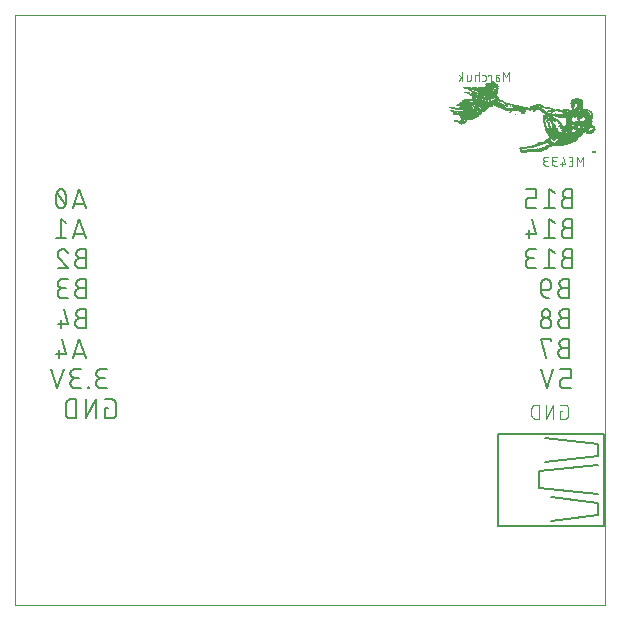
<source format=gbo>
G04 EAGLE Gerber X2 export*
%TF.Part,Single*%
%TF.FileFunction,Other,Silk bottom*%
%TF.FilePolarity,Positive*%
%TF.GenerationSoftware,Autodesk,EAGLE,8.7.1*%
%TF.CreationDate,2018-04-17T03:08:04Z*%
G75*
%MOMM*%
%FSLAX34Y34*%
%LPD*%
%AMOC8*
5,1,8,0,0,1.08239X$1,22.5*%
G01*
%ADD10C,0.000000*%
%ADD11C,0.152400*%
%ADD12C,0.101600*%
%ADD13R,0.003175X0.000400*%
%ADD14R,0.000794X0.000400*%
%ADD15R,0.004763X0.000394*%
%ADD16R,0.000394X0.000394*%
%ADD17R,0.006750X0.000400*%
%ADD18R,0.000394X0.000400*%
%ADD19R,0.008331X0.000394*%
%ADD20R,0.013094X0.000400*%
%ADD21R,0.016275X0.000394*%
%ADD22R,0.009525X0.000400*%
%ADD23R,0.017063X0.000400*%
%ADD24R,0.015875X0.000394*%
%ADD25R,0.019838X0.000394*%
%ADD26R,0.021825X0.000400*%
%ADD27R,0.047625X0.000394*%
%ADD28R,0.038494X0.000400*%
%ADD29R,0.008731X0.000400*%
%ADD30R,0.038894X0.000394*%
%ADD31R,0.007938X0.000394*%
%ADD32R,0.038100X0.000400*%
%ADD33R,0.007938X0.000400*%
%ADD34R,0.037700X0.000394*%
%ADD35R,0.006744X0.000394*%
%ADD36R,0.005950X0.000400*%
%ADD37R,0.039294X0.000394*%
%ADD38R,0.005950X0.000394*%
%ADD39R,0.040081X0.000400*%
%ADD40R,0.029769X0.000394*%
%ADD41R,0.005956X0.000394*%
%ADD42R,0.020238X0.000400*%
%ADD43R,0.001187X0.000400*%
%ADD44R,0.001588X0.000400*%
%ADD45R,0.004369X0.000400*%
%ADD46R,0.005556X0.000400*%
%ADD47R,0.005956X0.000400*%
%ADD48R,0.019050X0.000394*%
%ADD49R,0.004369X0.000394*%
%ADD50R,0.001981X0.000394*%
%ADD51R,0.006350X0.000394*%
%ADD52R,0.015475X0.000400*%
%ADD53R,0.006350X0.000400*%
%ADD54R,0.001588X0.000394*%
%ADD55R,0.015875X0.000400*%
%ADD56R,0.004763X0.000400*%
%ADD57R,0.015475X0.000394*%
%ADD58R,0.005156X0.000394*%
%ADD59R,0.012300X0.000400*%
%ADD60R,0.002775X0.000400*%
%ADD61R,0.011113X0.000394*%
%ADD62R,0.001194X0.000394*%
%ADD63R,0.011113X0.000400*%
%ADD64R,0.002381X0.000400*%
%ADD65R,0.016669X0.000400*%
%ADD66R,0.020637X0.000394*%
%ADD67R,0.010712X0.000400*%
%ADD68R,0.026588X0.000400*%
%ADD69R,0.014681X0.000394*%
%ADD70R,0.013888X0.000400*%
%ADD71R,0.010712X0.000394*%
%ADD72R,0.001187X0.000394*%
%ADD73R,0.003175X0.000394*%
%ADD74R,0.009919X0.000400*%
%ADD75R,0.012300X0.000394*%
%ADD76R,0.010313X0.000400*%
%ADD77R,0.013094X0.000394*%
%ADD78R,0.011900X0.000394*%
%ADD79R,0.013488X0.000400*%
%ADD80R,0.011506X0.000400*%
%ADD81R,0.014681X0.000400*%
%ADD82R,0.032538X0.000394*%
%ADD83R,0.009525X0.000394*%
%ADD84R,0.033731X0.000400*%
%ADD85R,0.001981X0.000400*%
%ADD86R,0.009125X0.000400*%
%ADD87R,0.034925X0.000394*%
%ADD88R,0.011513X0.000394*%
%ADD89R,0.035719X0.000400*%
%ADD90R,0.011900X0.000400*%
%ADD91R,0.034125X0.000394*%
%ADD92R,0.033337X0.000400*%
%ADD93R,0.001194X0.000400*%
%ADD94R,0.033337X0.000394*%
%ADD95R,0.012700X0.000394*%
%ADD96R,0.034525X0.000400*%
%ADD97R,0.012700X0.000400*%
%ADD98R,0.016669X0.000394*%
%ADD99R,0.036513X0.000400*%
%ADD100R,0.016275X0.000400*%
%ADD101R,0.036112X0.000394*%
%ADD102R,0.003969X0.000394*%
%ADD103R,0.007537X0.000400*%
%ADD104R,0.035719X0.000394*%
%ADD105R,0.035713X0.000400*%
%ADD106R,0.037306X0.000394*%
%ADD107R,0.030956X0.000400*%
%ADD108R,0.025400X0.000400*%
%ADD109R,0.038500X0.000394*%
%ADD110R,0.011906X0.000394*%
%ADD111R,0.010719X0.000394*%
%ADD112R,0.030950X0.000400*%
%ADD113R,0.002375X0.000400*%
%ADD114R,0.031350X0.000394*%
%ADD115R,0.002775X0.000394*%
%ADD116R,0.008725X0.000394*%
%ADD117R,0.032538X0.000400*%
%ADD118R,0.005163X0.000400*%
%ADD119R,0.005163X0.000394*%
%ADD120R,0.012306X0.000400*%
%ADD121R,0.011506X0.000394*%
%ADD122R,0.009919X0.000394*%
%ADD123R,0.006744X0.000400*%
%ADD124R,0.005556X0.000394*%
%ADD125R,0.003575X0.000394*%
%ADD126R,0.002375X0.000394*%
%ADD127R,0.007144X0.000394*%
%ADD128R,0.020238X0.000394*%
%ADD129R,0.006750X0.000394*%
%ADD130R,0.007537X0.000394*%
%ADD131R,0.003569X0.000400*%
%ADD132R,0.005550X0.000400*%
%ADD133R,0.014688X0.000400*%
%ADD134R,0.015075X0.000394*%
%ADD135R,0.017463X0.000400*%
%ADD136R,0.017856X0.000394*%
%ADD137R,0.005156X0.000400*%
%ADD138R,0.019444X0.000400*%
%ADD139R,0.002781X0.000400*%
%ADD140R,0.011906X0.000400*%
%ADD141R,0.024206X0.000400*%
%ADD142R,0.024606X0.000394*%
%ADD143R,0.040881X0.000400*%
%ADD144R,0.016269X0.000400*%
%ADD145R,0.038100X0.000394*%
%ADD146R,0.036112X0.000400*%
%ADD147R,0.002381X0.000394*%
%ADD148R,0.025794X0.000394*%
%ADD149R,0.008731X0.000394*%
%ADD150R,0.025794X0.000400*%
%ADD151R,0.008331X0.000400*%
%ADD152R,0.004363X0.000394*%
%ADD153R,0.004363X0.000400*%
%ADD154R,0.026188X0.000400*%
%ADD155R,0.008725X0.000400*%
%ADD156R,0.023813X0.000400*%
%ADD157R,0.007138X0.000394*%
%ADD158R,0.024206X0.000394*%
%ADD159R,0.025000X0.000400*%
%ADD160R,0.025400X0.000394*%
%ADD161R,0.008338X0.000394*%
%ADD162R,0.008338X0.000400*%
%ADD163R,0.013494X0.000394*%
%ADD164R,0.009125X0.000394*%
%ADD165R,0.014287X0.000394*%
%ADD166R,0.013894X0.000394*%
%ADD167R,0.013488X0.000394*%
%ADD168R,0.003962X0.000394*%
%ADD169R,0.009925X0.000400*%
%ADD170R,0.003962X0.000400*%
%ADD171R,0.007144X0.000400*%
%ADD172R,0.003569X0.000394*%
%ADD173R,0.009925X0.000394*%
%ADD174R,0.017463X0.000394*%
%ADD175R,0.013494X0.000400*%
%ADD176R,0.015075X0.000400*%
%ADD177R,0.016663X0.000400*%
%ADD178R,0.003969X0.000400*%
%ADD179R,0.016663X0.000394*%
%ADD180R,0.017063X0.000394*%
%ADD181R,0.017862X0.000400*%
%ADD182R,0.005550X0.000394*%
%ADD183R,0.028969X0.000400*%
%ADD184R,0.003575X0.000400*%
%ADD185R,0.029369X0.000394*%
%ADD186R,0.016269X0.000394*%
%ADD187R,0.010319X0.000394*%
%ADD188R,0.007138X0.000400*%
%ADD189R,0.013888X0.000394*%
%ADD190R,0.013100X0.000400*%
%ADD191R,0.014287X0.000400*%
%ADD192R,0.010319X0.000400*%
%ADD193R,0.001988X0.000394*%
%ADD194R,0.002781X0.000394*%
%ADD195R,0.001988X0.000400*%
%ADD196R,0.019450X0.000394*%
%ADD197R,0.022619X0.000400*%
%ADD198R,0.026594X0.000394*%
%ADD199R,0.020244X0.000400*%
%ADD200R,0.011513X0.000400*%
%ADD201R,0.019444X0.000394*%
%ADD202R,0.018256X0.000400*%
%ADD203R,0.017856X0.000400*%
%ADD204R,0.009131X0.000400*%
%ADD205R,0.015081X0.000394*%
%ADD206R,0.009131X0.000394*%
%ADD207R,0.010719X0.000400*%
%ADD208R,0.018250X0.000400*%
%ADD209R,0.021425X0.000400*%
%ADD210R,0.022225X0.000394*%
%ADD211R,0.007544X0.000400*%
%ADD212R,0.023013X0.000400*%
%ADD213R,0.031750X0.000394*%
%ADD214R,0.025000X0.000394*%
%ADD215R,0.035319X0.000394*%
%ADD216R,0.025006X0.000400*%
%ADD217R,0.028969X0.000394*%
%ADD218R,0.037306X0.000400*%
%ADD219R,0.026988X0.000400*%
%ADD220R,0.007544X0.000394*%
%ADD221R,0.027388X0.000394*%
%ADD222R,0.050006X0.000394*%
%ADD223R,0.027381X0.000394*%
%ADD224R,0.046431X0.000400*%
%ADD225R,0.028575X0.000400*%
%ADD226R,0.051594X0.000394*%
%ADD227R,0.043650X0.000394*%
%ADD228R,0.051994X0.000400*%
%ADD229R,0.044450X0.000400*%
%ADD230R,0.053575X0.000394*%
%ADD231R,0.028181X0.000394*%
%ADD232R,0.047625X0.000400*%
%ADD233R,0.028575X0.000394*%
%ADD234R,0.020244X0.000394*%
%ADD235R,0.021031X0.000400*%
%ADD236R,0.018650X0.000400*%
%ADD237R,0.028975X0.000400*%
%ADD238R,0.018656X0.000394*%
%ADD239R,0.039288X0.000394*%
%ADD240R,0.039288X0.000400*%
%ADD241R,0.021038X0.000394*%
%ADD242R,0.037706X0.000394*%
%ADD243R,0.024600X0.000400*%
%ADD244R,0.047225X0.000394*%
%ADD245R,0.036913X0.000400*%
%ADD246R,0.040481X0.000400*%
%ADD247R,0.039688X0.000394*%
%ADD248R,0.030163X0.000394*%
%ADD249R,0.031750X0.000400*%
%ADD250R,0.048019X0.000394*%
%ADD251R,0.049212X0.000400*%
%ADD252R,0.042463X0.000394*%
%ADD253R,0.050800X0.000400*%
%ADD254R,0.030556X0.000400*%
%ADD255R,0.029369X0.000400*%
%ADD256R,0.010313X0.000394*%
%ADD257R,0.019844X0.000400*%
%ADD258R,0.019450X0.000400*%
%ADD259R,0.021031X0.000394*%
%ADD260R,0.044450X0.000394*%
%ADD261R,0.045244X0.000400*%
%ADD262R,0.044844X0.000394*%
%ADD263R,0.029362X0.000394*%
%ADD264R,0.034525X0.000394*%
%ADD265R,0.027381X0.000400*%
%ADD266R,0.039688X0.000400*%
%ADD267R,0.028175X0.000394*%
%ADD268R,0.015481X0.000400*%
%ADD269R,0.040475X0.000400*%
%ADD270R,0.038894X0.000400*%
%ADD271R,0.027775X0.000400*%
%ADD272R,0.024600X0.000394*%
%ADD273R,0.026988X0.000394*%
%ADD274R,0.026188X0.000394*%
%ADD275R,0.025006X0.000394*%
%ADD276R,0.024606X0.000400*%
%ADD277R,0.023813X0.000394*%
%ADD278R,0.000400X0.000400*%
%ADD279R,0.021825X0.000394*%
%ADD280R,0.021431X0.000400*%
%ADD281R,0.021431X0.000394*%
%ADD282R,0.020637X0.000400*%
%ADD283R,0.023019X0.000400*%
%ADD284R,0.038494X0.000394*%
%ADD285R,0.036913X0.000394*%
%ADD286R,0.000400X0.000394*%
%ADD287R,0.032544X0.000394*%
%ADD288R,0.031356X0.000394*%
%ADD289R,0.029769X0.000400*%
%ADD290R,0.042863X0.000400*%
%ADD291R,0.041275X0.000394*%
%ADD292R,0.025800X0.000400*%
%ADD293R,0.022625X0.000394*%
%ADD294R,0.019844X0.000394*%
%ADD295R,0.018656X0.000400*%
%ADD296R,0.014688X0.000394*%
%ADD297R,0.018250X0.000394*%
%ADD298R,0.028975X0.000394*%
%ADD299R,0.026194X0.000394*%
%ADD300R,0.022225X0.000400*%
%ADD301R,0.023013X0.000394*%
%ADD302R,0.013894X0.000400*%
%ADD303R,0.023413X0.000394*%
%ADD304R,0.015481X0.000394*%
%ADD305R,0.022619X0.000394*%
%ADD306R,0.013100X0.000394*%
%ADD307R,0.040875X0.000400*%
%ADD308R,0.035319X0.000400*%
%ADD309R,0.032938X0.000394*%
%ADD310R,0.028175X0.000400*%
%ADD311R,0.027388X0.000400*%
%ADD312R,0.030163X0.000400*%
%ADD313R,0.057150X0.000400*%
%ADD314R,0.043256X0.000394*%
%ADD315R,0.042469X0.000400*%
%ADD316R,0.021831X0.000400*%
%ADD317R,0.040475X0.000394*%
%ADD318R,0.034125X0.000400*%
%ADD319R,0.036513X0.000394*%
%ADD320R,0.024213X0.000400*%
%ADD321R,0.021038X0.000400*%
%ADD322R,0.019838X0.000400*%
%ADD323R,0.000794X0.000394*%
%ADD324R,0.125000X0.015631*%
%ADD325R,0.187500X0.015619*%
%ADD326R,0.265700X0.015631*%
%ADD327R,0.328100X0.015619*%
%ADD328R,0.515600X0.015631*%
%ADD329R,0.640700X0.015619*%
%ADD330R,0.375000X0.015631*%
%ADD331R,0.671900X0.015631*%
%ADD332R,0.625000X0.015619*%
%ADD333R,0.781200X0.015619*%
%ADD334R,0.859400X0.015631*%
%ADD335R,1.875000X0.015619*%
%ADD336R,1.515600X0.015631*%
%ADD337R,0.343800X0.015631*%
%ADD338R,1.531300X0.015619*%
%ADD339R,0.312500X0.015619*%
%ADD340R,1.500000X0.015631*%
%ADD341R,0.312500X0.015631*%
%ADD342R,1.484400X0.015619*%
%ADD343R,0.265600X0.015619*%
%ADD344R,0.234400X0.015631*%
%ADD345R,1.546900X0.015619*%
%ADD346R,0.234400X0.015619*%
%ADD347R,1.578100X0.015631*%
%ADD348R,1.171900X0.015619*%
%ADD349R,0.796800X0.015631*%
%ADD350R,0.046900X0.015631*%
%ADD351R,0.062500X0.015631*%
%ADD352R,0.171900X0.015631*%
%ADD353R,0.218800X0.015631*%
%ADD354R,0.750000X0.015619*%
%ADD355R,0.171900X0.015619*%
%ADD356R,0.078100X0.015619*%
%ADD357R,0.250000X0.015619*%
%ADD358R,0.609400X0.015631*%
%ADD359R,0.250000X0.015631*%
%ADD360R,0.062500X0.015619*%
%ADD361R,0.625000X0.015631*%
%ADD362R,0.187500X0.015631*%
%ADD363R,0.609300X0.015619*%
%ADD364R,0.203100X0.015619*%
%ADD365R,0.484400X0.015631*%
%ADD366R,0.109400X0.015631*%
%ADD367R,0.437500X0.015619*%
%ADD368R,0.046900X0.015619*%
%ADD369R,0.437500X0.015631*%
%ADD370R,0.093800X0.015631*%
%ADD371R,0.656300X0.015631*%
%ADD372R,0.812500X0.015619*%
%ADD373R,0.421900X0.015631*%
%ADD374R,1.046900X0.015631*%
%ADD375R,0.578100X0.015619*%
%ADD376R,0.546900X0.015631*%
%ADD377R,0.421800X0.015619*%
%ADD378R,0.125000X0.015619*%
%ADD379R,0.390600X0.015631*%
%ADD380R,0.484400X0.015619*%
%ADD381R,0.406200X0.015631*%
%ADD382R,0.515600X0.015619*%
%ADD383R,0.468700X0.015619*%
%ADD384R,0.531200X0.015631*%
%ADD385R,0.453100X0.015631*%
%ADD386R,0.578100X0.015631*%
%ADD387R,1.281200X0.015619*%
%ADD388R,0.375000X0.015619*%
%ADD389R,1.328100X0.015631*%
%ADD390R,0.078100X0.015631*%
%ADD391R,0.359300X0.015631*%
%ADD392R,1.375000X0.015619*%
%ADD393R,0.453200X0.015619*%
%ADD394R,1.406300X0.015631*%
%ADD395R,0.468700X0.015631*%
%ADD396R,1.343700X0.015619*%
%ADD397R,1.312500X0.015631*%
%ADD398R,1.312500X0.015619*%
%ADD399R,0.500000X0.015619*%
%ADD400R,1.359400X0.015631*%
%ADD401R,0.500000X0.015631*%
%ADD402R,0.656300X0.015619*%
%ADD403R,1.437500X0.015631*%
%ADD404R,0.640700X0.015631*%
%ADD405R,1.421900X0.015619*%
%ADD406R,0.156300X0.015619*%
%ADD407R,0.296800X0.015631*%
%ADD408R,1.406300X0.015619*%
%ADD409R,1.406200X0.015631*%
%ADD410R,0.609300X0.015631*%
%ADD411R,1.468800X0.015619*%
%ADD412R,0.234300X0.015631*%
%ADD413R,0.015600X0.015631*%
%ADD414R,1.218800X0.015631*%
%ADD415R,1.000000X0.015631*%
%ADD416R,1.515700X0.015619*%
%ADD417R,0.468800X0.015619*%
%ADD418R,0.421900X0.015619*%
%ADD419R,1.218700X0.015631*%
%ADD420R,0.093700X0.015631*%
%ADD421R,1.234400X0.015619*%
%ADD422R,0.109300X0.015619*%
%ADD423R,0.343700X0.015619*%
%ADD424R,1.281200X0.015631*%
%ADD425R,0.203200X0.015631*%
%ADD426R,0.203200X0.015619*%
%ADD427R,1.375000X0.015631*%
%ADD428R,0.453100X0.015619*%
%ADD429R,1.421900X0.015631*%
%ADD430R,1.437500X0.015619*%
%ADD431R,0.390600X0.015619*%
%ADD432R,0.265600X0.015631*%
%ADD433R,1.484400X0.015631*%
%ADD434R,1.515600X0.015619*%
%ADD435R,0.218800X0.015619*%
%ADD436R,1.531200X0.015631*%
%ADD437R,0.906200X0.015619*%
%ADD438R,0.609400X0.015619*%
%ADD439R,0.921900X0.015631*%
%ADD440R,0.359400X0.015631*%
%ADD441R,1.250000X0.015619*%
%ADD442R,0.140700X0.015619*%
%ADD443R,0.093700X0.015619*%
%ADD444R,0.281300X0.015619*%
%ADD445R,0.703100X0.015619*%
%ADD446R,0.796900X0.015619*%
%ADD447R,0.265700X0.015619*%
%ADD448R,0.296900X0.015619*%
%ADD449R,1.140600X0.015631*%
%ADD450R,0.140600X0.015631*%
%ADD451R,0.218700X0.015631*%
%ADD452R,0.578200X0.015631*%
%ADD453R,1.140600X0.015619*%
%ADD454R,0.593700X0.015619*%
%ADD455R,0.046800X0.015631*%
%ADD456R,0.687500X0.015631*%
%ADD457R,1.578100X0.015619*%
%ADD458R,0.203100X0.015631*%
%ADD459R,0.765600X0.015631*%
%ADD460R,1.000000X0.015619*%
%ADD461R,1.015600X0.015631*%
%ADD462R,0.796900X0.015631*%
%ADD463R,1.062500X0.015619*%
%ADD464R,1.062500X0.015631*%
%ADD465R,0.468800X0.015631*%
%ADD466R,0.953100X0.015631*%
%ADD467R,1.078200X0.015619*%
%ADD468R,0.968800X0.015619*%
%ADD469R,1.609400X0.015631*%
%ADD470R,0.109400X0.015619*%
%ADD471R,0.640600X0.015631*%
%ADD472R,1.203100X0.015619*%
%ADD473R,2.765700X0.015631*%
%ADD474R,2.781300X0.015619*%
%ADD475R,2.812500X0.015631*%
%ADD476R,1.500000X0.015619*%
%ADD477R,1.156300X0.015619*%
%ADD478R,1.359300X0.015631*%
%ADD479R,0.093800X0.015619*%
%ADD480R,1.015600X0.015619*%
%ADD481R,0.343800X0.015619*%
%ADD482R,0.328100X0.015631*%
%ADD483R,0.109300X0.015631*%
%ADD484R,1.031200X0.015631*%
%ADD485R,0.343700X0.015631*%
%ADD486R,0.937500X0.015631*%
%ADD487R,0.328200X0.015619*%
%ADD488R,0.531300X0.015619*%
%ADD489R,0.281200X0.015619*%
%ADD490R,0.953100X0.015619*%
%ADD491R,0.984400X0.015631*%
%ADD492R,0.718700X0.015619*%
%ADD493R,0.515700X0.015631*%
%ADD494R,0.328200X0.015631*%
%ADD495R,0.531200X0.015619*%
%ADD496R,1.328100X0.015619*%
%ADD497R,0.562500X0.015631*%
%ADD498R,0.515700X0.015619*%
%ADD499R,0.359400X0.015619*%
%ADD500R,0.562500X0.015619*%
%ADD501R,0.593700X0.015631*%
%ADD502R,0.812500X0.015631*%
%ADD503R,0.828100X0.015619*%
%ADD504R,0.546900X0.015619*%
%ADD505R,0.296800X0.015619*%
%ADD506R,0.296900X0.015631*%
%ADD507R,0.828200X0.015631*%
%ADD508R,0.156200X0.015619*%
%ADD509R,0.390700X0.015631*%
%ADD510R,0.156200X0.015631*%
%ADD511R,0.281300X0.015631*%
%ADD512R,1.125000X0.015619*%
%ADD513R,0.140600X0.015619*%
%ADD514R,0.390700X0.015619*%
%ADD515R,0.687500X0.015619*%
%ADD516R,0.281200X0.015631*%
%ADD517R,1.046800X0.015631*%
%ADD518R,0.531300X0.015631*%
%ADD519R,1.046800X0.015619*%
%ADD520R,0.171800X0.015619*%
%ADD521R,0.453200X0.015631*%
%ADD522R,0.171800X0.015631*%
%ADD523R,0.484300X0.015631*%
%ADD524R,0.484300X0.015619*%
%ADD525R,0.406300X0.015619*%
%ADD526R,0.656200X0.015631*%
%ADD527R,0.156300X0.015631*%
%ADD528R,0.656200X0.015619*%
%ADD529R,0.593800X0.015619*%
%ADD530R,0.671900X0.015619*%
%ADD531R,0.703200X0.015631*%
%ADD532R,0.421800X0.015631*%
%ADD533R,1.390600X0.015619*%
%ADD534R,0.218700X0.015619*%
%ADD535R,1.390600X0.015631*%
%ADD536R,1.406200X0.015619*%
%ADD537R,1.484300X0.015631*%
%ADD538R,0.140700X0.015631*%
%ADD539R,0.640600X0.015619*%
%ADD540R,0.875000X0.015631*%
%ADD541R,0.015600X0.015619*%
%ADD542R,0.890600X0.015619*%
%ADD543R,0.859400X0.015619*%
%ADD544R,0.843800X0.015631*%
%ADD545R,0.843700X0.015631*%
%ADD546R,0.015700X0.015631*%
%ADD547R,1.078100X0.015631*%
%ADD548R,2.156200X0.015619*%
%ADD549R,2.171800X0.015631*%
%ADD550R,2.171800X0.015619*%
%ADD551R,0.406300X0.015631*%
%ADD552R,0.078200X0.015619*%
%ADD553R,2.078100X0.015619*%
%ADD554R,1.468700X0.015631*%
%ADD555R,0.078200X0.015631*%
%ADD556R,1.359400X0.015619*%
%ADD557R,0.843700X0.015619*%
%ADD558R,0.765700X0.015619*%
%ADD559R,0.890600X0.015631*%
%ADD560R,1.046900X0.015619*%
%ADD561R,0.765600X0.015619*%
%ADD562R,0.718800X0.015631*%
%ADD563R,0.671800X0.015631*%
%ADD564R,0.703100X0.015631*%
%ADD565R,0.406200X0.015619*%
%ADD566R,0.546800X0.015631*%
%ADD567R,0.718700X0.015631*%
%ADD568R,0.046800X0.015619*%
%ADD569R,0.359300X0.015619*%
%ADD570R,0.875000X0.015619*%
%ADD571R,0.906200X0.015631*%
%ADD572R,0.984400X0.015619*%
%ADD573R,0.890700X0.015631*%
%ADD574R,1.468800X0.015631*%
%ADD575R,0.937500X0.015619*%
%ADD576R,0.953200X0.015631*%
%ADD577R,0.984300X0.015619*%
%ADD578R,1.968800X0.015619*%
%ADD579R,1.078100X0.015619*%
%ADD580R,0.984300X0.015631*%
%ADD581R,1.828100X0.015631*%
%ADD582R,1.125000X0.015631*%
%ADD583R,2.031300X0.015619*%
%ADD584R,1.718700X0.015619*%
%ADD585R,2.046900X0.015631*%
%ADD586R,1.750000X0.015631*%
%ADD587R,2.109400X0.015619*%
%ADD588R,1.109400X0.015619*%
%ADD589R,1.031300X0.015631*%
%ADD590R,1.875000X0.015631*%
%ADD591R,0.828100X0.015631*%
%ADD592R,0.734400X0.015631*%
%ADD593R,1.140700X0.015631*%
%ADD594R,0.734400X0.015619*%
%ADD595R,1.546900X0.015631*%
%ADD596R,0.828200X0.015619*%
%ADD597R,1.109300X0.015631*%
%ADD598R,0.968700X0.015631*%
%ADD599R,1.859300X0.015619*%
%ADD600R,1.234400X0.015631*%
%ADD601R,1.453200X0.015631*%
%ADD602R,1.328200X0.015631*%
%ADD603R,1.593800X0.015631*%
%ADD604R,1.562500X0.015619*%
%ADD605R,0.750000X0.015631*%
%ADD606R,0.859300X0.015619*%
%ADD607R,1.187500X0.015619*%
%ADD608R,1.250000X0.015631*%
%ADD609R,1.890600X0.015619*%
%ADD610R,1.937500X0.015631*%
%ADD611R,1.671800X0.015619*%
%ADD612R,0.781300X0.015631*%
%ADD613R,2.000000X0.015631*%
%ADD614R,1.203100X0.015631*%
%ADD615R,1.156300X0.015631*%
%ADD616R,0.765700X0.015631*%
%ADD617R,1.750000X0.015619*%
%ADD618R,1.781300X0.015631*%
%ADD619R,0.031300X0.015631*%
%ADD620R,1.765600X0.015619*%
%ADD621R,0.234300X0.015619*%
%ADD622R,1.156200X0.015619*%
%ADD623R,1.359300X0.015619*%
%ADD624R,1.562500X0.015631*%
%ADD625R,1.593700X0.015631*%
%ADD626R,1.531300X0.015631*%
%ADD627R,1.093700X0.015631*%
%ADD628R,1.109300X0.015619*%
%ADD629R,0.968700X0.015619*%
%ADD630R,1.031200X0.015619*%
%ADD631R,0.968800X0.015631*%
%ADD632R,0.843800X0.015619*%
%ADD633R,0.906300X0.015631*%
%ADD634R,0.546800X0.015619*%
%ADD635R,1.453200X0.015619*%
%ADD636R,0.015700X0.015619*%
%ADD637R,1.281300X0.015619*%
%ADD638R,1.171900X0.015631*%
%ADD639R,1.687500X0.015631*%
%ADD640R,1.625000X0.015619*%
%ADD641R,1.015700X0.015631*%
%ADD642R,0.718800X0.015619*%
%ADD643R,0.890700X0.015619*%
%ADD644R,0.781300X0.015619*%
%ADD645R,0.578200X0.015619*%
%ADD646R,0.734300X0.015631*%
%ADD647R,0.593800X0.015631*%
%ADD648R,1.140700X0.015619*%
%ADD649R,0.781200X0.015631*%
%ADD650R,1.031300X0.015619*%
%ADD651R,0.921900X0.015619*%
%ADD652R,1.296800X0.015619*%
%ADD653R,1.109400X0.015631*%
%ADD654R,1.078200X0.015631*%
%ADD655R,1.187500X0.015631*%
%ADD656R,2.250000X0.015631*%
%ADD657R,1.703100X0.015619*%
%ADD658R,1.671900X0.015631*%
%ADD659R,1.593700X0.015619*%
%ADD660R,1.343700X0.015631*%
%ADD661R,1.296900X0.015619*%
%ADD662C,0.076200*%
%ADD663C,0.127000*%


D10*
X0Y0D02*
X500000Y0D01*
X500000Y500000D01*
X0Y500000D01*
X0Y0D01*
D11*
X467608Y345073D02*
X472124Y345073D01*
X467608Y345074D02*
X467475Y345072D01*
X467343Y345066D01*
X467211Y345056D01*
X467079Y345043D01*
X466947Y345025D01*
X466817Y345004D01*
X466686Y344979D01*
X466557Y344950D01*
X466429Y344917D01*
X466301Y344881D01*
X466175Y344841D01*
X466050Y344797D01*
X465926Y344749D01*
X465804Y344698D01*
X465683Y344643D01*
X465564Y344585D01*
X465446Y344523D01*
X465331Y344458D01*
X465217Y344389D01*
X465106Y344318D01*
X464997Y344242D01*
X464890Y344164D01*
X464785Y344083D01*
X464683Y343998D01*
X464583Y343911D01*
X464486Y343821D01*
X464391Y343728D01*
X464300Y343632D01*
X464211Y343534D01*
X464125Y343433D01*
X464042Y343329D01*
X463962Y343223D01*
X463886Y343115D01*
X463812Y343005D01*
X463742Y342892D01*
X463675Y342778D01*
X463612Y342661D01*
X463552Y342543D01*
X463495Y342423D01*
X463442Y342301D01*
X463393Y342178D01*
X463347Y342054D01*
X463305Y341928D01*
X463267Y341801D01*
X463232Y341673D01*
X463201Y341544D01*
X463174Y341415D01*
X463151Y341284D01*
X463131Y341153D01*
X463116Y341021D01*
X463104Y340889D01*
X463096Y340757D01*
X463092Y340624D01*
X463092Y340492D01*
X463096Y340359D01*
X463104Y340227D01*
X463116Y340095D01*
X463131Y339963D01*
X463151Y339832D01*
X463174Y339701D01*
X463201Y339572D01*
X463232Y339443D01*
X463267Y339315D01*
X463305Y339188D01*
X463347Y339062D01*
X463393Y338938D01*
X463442Y338815D01*
X463495Y338693D01*
X463552Y338573D01*
X463612Y338455D01*
X463675Y338338D01*
X463742Y338224D01*
X463812Y338111D01*
X463886Y338001D01*
X463962Y337893D01*
X464042Y337787D01*
X464125Y337683D01*
X464211Y337582D01*
X464300Y337484D01*
X464391Y337388D01*
X464486Y337295D01*
X464583Y337205D01*
X464683Y337118D01*
X464785Y337033D01*
X464890Y336952D01*
X464997Y336874D01*
X465106Y336798D01*
X465217Y336727D01*
X465331Y336658D01*
X465446Y336593D01*
X465564Y336531D01*
X465683Y336473D01*
X465804Y336418D01*
X465926Y336367D01*
X466050Y336319D01*
X466175Y336275D01*
X466301Y336235D01*
X466429Y336199D01*
X466557Y336166D01*
X466686Y336137D01*
X466817Y336112D01*
X466947Y336091D01*
X467079Y336073D01*
X467211Y336060D01*
X467343Y336050D01*
X467475Y336044D01*
X467608Y336042D01*
X472124Y336042D01*
X472124Y352298D01*
X467608Y352298D01*
X467489Y352296D01*
X467369Y352290D01*
X467250Y352280D01*
X467132Y352266D01*
X467013Y352249D01*
X466896Y352227D01*
X466779Y352202D01*
X466664Y352172D01*
X466549Y352139D01*
X466435Y352102D01*
X466323Y352062D01*
X466212Y352017D01*
X466103Y351969D01*
X465995Y351918D01*
X465889Y351863D01*
X465785Y351804D01*
X465683Y351742D01*
X465583Y351677D01*
X465485Y351608D01*
X465389Y351536D01*
X465296Y351461D01*
X465206Y351384D01*
X465118Y351303D01*
X465033Y351219D01*
X464951Y351132D01*
X464871Y351043D01*
X464795Y350951D01*
X464721Y350857D01*
X464651Y350760D01*
X464584Y350662D01*
X464520Y350561D01*
X464460Y350457D01*
X464403Y350352D01*
X464350Y350245D01*
X464300Y350137D01*
X464254Y350027D01*
X464212Y349915D01*
X464173Y349802D01*
X464138Y349688D01*
X464107Y349573D01*
X464079Y349456D01*
X464056Y349339D01*
X464036Y349222D01*
X464020Y349103D01*
X464008Y348984D01*
X464000Y348865D01*
X463996Y348746D01*
X463996Y348626D01*
X464000Y348507D01*
X464008Y348388D01*
X464020Y348269D01*
X464036Y348150D01*
X464056Y348033D01*
X464079Y347916D01*
X464107Y347799D01*
X464138Y347684D01*
X464173Y347570D01*
X464212Y347457D01*
X464254Y347345D01*
X464300Y347235D01*
X464350Y347127D01*
X464403Y347020D01*
X464460Y346915D01*
X464520Y346811D01*
X464584Y346710D01*
X464651Y346612D01*
X464721Y346515D01*
X464795Y346421D01*
X464871Y346329D01*
X464951Y346240D01*
X465033Y346153D01*
X465118Y346069D01*
X465206Y345988D01*
X465296Y345911D01*
X465389Y345836D01*
X465485Y345764D01*
X465583Y345695D01*
X465683Y345630D01*
X465785Y345568D01*
X465889Y345509D01*
X465995Y345454D01*
X466103Y345403D01*
X466212Y345355D01*
X466323Y345310D01*
X466435Y345270D01*
X466549Y345233D01*
X466664Y345200D01*
X466779Y345170D01*
X466896Y345145D01*
X467013Y345123D01*
X467132Y345106D01*
X467250Y345092D01*
X467369Y345082D01*
X467489Y345076D01*
X467608Y345074D01*
X457224Y348686D02*
X452709Y352298D01*
X452709Y336042D01*
X457224Y336042D02*
X448193Y336042D01*
X441593Y336042D02*
X436174Y336042D01*
X436056Y336044D01*
X435938Y336050D01*
X435820Y336059D01*
X435703Y336073D01*
X435586Y336090D01*
X435469Y336111D01*
X435354Y336136D01*
X435239Y336165D01*
X435125Y336198D01*
X435013Y336234D01*
X434902Y336274D01*
X434792Y336317D01*
X434683Y336364D01*
X434576Y336414D01*
X434471Y336469D01*
X434368Y336526D01*
X434267Y336587D01*
X434167Y336651D01*
X434070Y336718D01*
X433975Y336788D01*
X433883Y336862D01*
X433792Y336938D01*
X433705Y337018D01*
X433620Y337100D01*
X433538Y337185D01*
X433458Y337272D01*
X433382Y337363D01*
X433308Y337455D01*
X433238Y337550D01*
X433171Y337647D01*
X433107Y337747D01*
X433046Y337848D01*
X432989Y337951D01*
X432934Y338056D01*
X432884Y338163D01*
X432837Y338272D01*
X432794Y338382D01*
X432754Y338493D01*
X432718Y338605D01*
X432685Y338719D01*
X432656Y338834D01*
X432631Y338949D01*
X432610Y339066D01*
X432593Y339183D01*
X432579Y339300D01*
X432570Y339418D01*
X432564Y339536D01*
X432562Y339654D01*
X432562Y341461D01*
X432564Y341579D01*
X432570Y341697D01*
X432579Y341815D01*
X432593Y341932D01*
X432610Y342049D01*
X432631Y342166D01*
X432656Y342281D01*
X432685Y342396D01*
X432718Y342510D01*
X432754Y342622D01*
X432794Y342733D01*
X432837Y342843D01*
X432884Y342952D01*
X432934Y343059D01*
X432989Y343164D01*
X433046Y343267D01*
X433107Y343368D01*
X433171Y343468D01*
X433238Y343565D01*
X433308Y343660D01*
X433382Y343752D01*
X433458Y343843D01*
X433538Y343930D01*
X433620Y344015D01*
X433705Y344097D01*
X433792Y344177D01*
X433883Y344253D01*
X433975Y344327D01*
X434070Y344397D01*
X434167Y344464D01*
X434267Y344528D01*
X434368Y344589D01*
X434471Y344646D01*
X434576Y344701D01*
X434683Y344751D01*
X434792Y344798D01*
X434902Y344841D01*
X435013Y344881D01*
X435125Y344917D01*
X435239Y344950D01*
X435354Y344979D01*
X435469Y345004D01*
X435586Y345025D01*
X435703Y345042D01*
X435820Y345056D01*
X435938Y345065D01*
X436056Y345071D01*
X436174Y345073D01*
X441593Y345073D01*
X441593Y352298D01*
X432562Y352298D01*
X467608Y319673D02*
X472124Y319673D01*
X467608Y319674D02*
X467475Y319672D01*
X467343Y319666D01*
X467211Y319656D01*
X467079Y319643D01*
X466947Y319625D01*
X466817Y319604D01*
X466686Y319579D01*
X466557Y319550D01*
X466429Y319517D01*
X466301Y319481D01*
X466175Y319441D01*
X466050Y319397D01*
X465926Y319349D01*
X465804Y319298D01*
X465683Y319243D01*
X465564Y319185D01*
X465446Y319123D01*
X465331Y319058D01*
X465217Y318989D01*
X465106Y318918D01*
X464997Y318842D01*
X464890Y318764D01*
X464785Y318683D01*
X464683Y318598D01*
X464583Y318511D01*
X464486Y318421D01*
X464391Y318328D01*
X464300Y318232D01*
X464211Y318134D01*
X464125Y318033D01*
X464042Y317929D01*
X463962Y317823D01*
X463886Y317715D01*
X463812Y317605D01*
X463742Y317492D01*
X463675Y317378D01*
X463612Y317261D01*
X463552Y317143D01*
X463495Y317023D01*
X463442Y316901D01*
X463393Y316778D01*
X463347Y316654D01*
X463305Y316528D01*
X463267Y316401D01*
X463232Y316273D01*
X463201Y316144D01*
X463174Y316015D01*
X463151Y315884D01*
X463131Y315753D01*
X463116Y315621D01*
X463104Y315489D01*
X463096Y315357D01*
X463092Y315224D01*
X463092Y315092D01*
X463096Y314959D01*
X463104Y314827D01*
X463116Y314695D01*
X463131Y314563D01*
X463151Y314432D01*
X463174Y314301D01*
X463201Y314172D01*
X463232Y314043D01*
X463267Y313915D01*
X463305Y313788D01*
X463347Y313662D01*
X463393Y313538D01*
X463442Y313415D01*
X463495Y313293D01*
X463552Y313173D01*
X463612Y313055D01*
X463675Y312938D01*
X463742Y312824D01*
X463812Y312711D01*
X463886Y312601D01*
X463962Y312493D01*
X464042Y312387D01*
X464125Y312283D01*
X464211Y312182D01*
X464300Y312084D01*
X464391Y311988D01*
X464486Y311895D01*
X464583Y311805D01*
X464683Y311718D01*
X464785Y311633D01*
X464890Y311552D01*
X464997Y311474D01*
X465106Y311398D01*
X465217Y311327D01*
X465331Y311258D01*
X465446Y311193D01*
X465564Y311131D01*
X465683Y311073D01*
X465804Y311018D01*
X465926Y310967D01*
X466050Y310919D01*
X466175Y310875D01*
X466301Y310835D01*
X466429Y310799D01*
X466557Y310766D01*
X466686Y310737D01*
X466817Y310712D01*
X466947Y310691D01*
X467079Y310673D01*
X467211Y310660D01*
X467343Y310650D01*
X467475Y310644D01*
X467608Y310642D01*
X472124Y310642D01*
X472124Y326898D01*
X467608Y326898D01*
X467489Y326896D01*
X467369Y326890D01*
X467250Y326880D01*
X467132Y326866D01*
X467013Y326849D01*
X466896Y326827D01*
X466779Y326802D01*
X466664Y326772D01*
X466549Y326739D01*
X466435Y326702D01*
X466323Y326662D01*
X466212Y326617D01*
X466103Y326569D01*
X465995Y326518D01*
X465889Y326463D01*
X465785Y326404D01*
X465683Y326342D01*
X465583Y326277D01*
X465485Y326208D01*
X465389Y326136D01*
X465296Y326061D01*
X465206Y325984D01*
X465118Y325903D01*
X465033Y325819D01*
X464951Y325732D01*
X464871Y325643D01*
X464795Y325551D01*
X464721Y325457D01*
X464651Y325360D01*
X464584Y325262D01*
X464520Y325161D01*
X464460Y325057D01*
X464403Y324952D01*
X464350Y324845D01*
X464300Y324737D01*
X464254Y324627D01*
X464212Y324515D01*
X464173Y324402D01*
X464138Y324288D01*
X464107Y324173D01*
X464079Y324056D01*
X464056Y323939D01*
X464036Y323822D01*
X464020Y323703D01*
X464008Y323584D01*
X464000Y323465D01*
X463996Y323346D01*
X463996Y323226D01*
X464000Y323107D01*
X464008Y322988D01*
X464020Y322869D01*
X464036Y322750D01*
X464056Y322633D01*
X464079Y322516D01*
X464107Y322399D01*
X464138Y322284D01*
X464173Y322170D01*
X464212Y322057D01*
X464254Y321945D01*
X464300Y321835D01*
X464350Y321727D01*
X464403Y321620D01*
X464460Y321515D01*
X464520Y321411D01*
X464584Y321310D01*
X464651Y321212D01*
X464721Y321115D01*
X464795Y321021D01*
X464871Y320929D01*
X464951Y320840D01*
X465033Y320753D01*
X465118Y320669D01*
X465206Y320588D01*
X465296Y320511D01*
X465389Y320436D01*
X465485Y320364D01*
X465583Y320295D01*
X465683Y320230D01*
X465785Y320168D01*
X465889Y320109D01*
X465995Y320054D01*
X466103Y320003D01*
X466212Y319955D01*
X466323Y319910D01*
X466435Y319870D01*
X466549Y319833D01*
X466664Y319800D01*
X466779Y319770D01*
X466896Y319745D01*
X467013Y319723D01*
X467132Y319706D01*
X467250Y319692D01*
X467369Y319682D01*
X467489Y319676D01*
X467608Y319674D01*
X457224Y323286D02*
X452709Y326898D01*
X452709Y310642D01*
X457224Y310642D02*
X448193Y310642D01*
X441593Y314254D02*
X437981Y326898D01*
X441593Y314254D02*
X432562Y314254D01*
X435271Y317867D02*
X435271Y310642D01*
X467608Y294273D02*
X472124Y294273D01*
X467608Y294274D02*
X467475Y294272D01*
X467343Y294266D01*
X467211Y294256D01*
X467079Y294243D01*
X466947Y294225D01*
X466817Y294204D01*
X466686Y294179D01*
X466557Y294150D01*
X466429Y294117D01*
X466301Y294081D01*
X466175Y294041D01*
X466050Y293997D01*
X465926Y293949D01*
X465804Y293898D01*
X465683Y293843D01*
X465564Y293785D01*
X465446Y293723D01*
X465331Y293658D01*
X465217Y293589D01*
X465106Y293518D01*
X464997Y293442D01*
X464890Y293364D01*
X464785Y293283D01*
X464683Y293198D01*
X464583Y293111D01*
X464486Y293021D01*
X464391Y292928D01*
X464300Y292832D01*
X464211Y292734D01*
X464125Y292633D01*
X464042Y292529D01*
X463962Y292423D01*
X463886Y292315D01*
X463812Y292205D01*
X463742Y292092D01*
X463675Y291978D01*
X463612Y291861D01*
X463552Y291743D01*
X463495Y291623D01*
X463442Y291501D01*
X463393Y291378D01*
X463347Y291254D01*
X463305Y291128D01*
X463267Y291001D01*
X463232Y290873D01*
X463201Y290744D01*
X463174Y290615D01*
X463151Y290484D01*
X463131Y290353D01*
X463116Y290221D01*
X463104Y290089D01*
X463096Y289957D01*
X463092Y289824D01*
X463092Y289692D01*
X463096Y289559D01*
X463104Y289427D01*
X463116Y289295D01*
X463131Y289163D01*
X463151Y289032D01*
X463174Y288901D01*
X463201Y288772D01*
X463232Y288643D01*
X463267Y288515D01*
X463305Y288388D01*
X463347Y288262D01*
X463393Y288138D01*
X463442Y288015D01*
X463495Y287893D01*
X463552Y287773D01*
X463612Y287655D01*
X463675Y287538D01*
X463742Y287424D01*
X463812Y287311D01*
X463886Y287201D01*
X463962Y287093D01*
X464042Y286987D01*
X464125Y286883D01*
X464211Y286782D01*
X464300Y286684D01*
X464391Y286588D01*
X464486Y286495D01*
X464583Y286405D01*
X464683Y286318D01*
X464785Y286233D01*
X464890Y286152D01*
X464997Y286074D01*
X465106Y285998D01*
X465217Y285927D01*
X465331Y285858D01*
X465446Y285793D01*
X465564Y285731D01*
X465683Y285673D01*
X465804Y285618D01*
X465926Y285567D01*
X466050Y285519D01*
X466175Y285475D01*
X466301Y285435D01*
X466429Y285399D01*
X466557Y285366D01*
X466686Y285337D01*
X466817Y285312D01*
X466947Y285291D01*
X467079Y285273D01*
X467211Y285260D01*
X467343Y285250D01*
X467475Y285244D01*
X467608Y285242D01*
X472124Y285242D01*
X472124Y301498D01*
X467608Y301498D01*
X467489Y301496D01*
X467369Y301490D01*
X467250Y301480D01*
X467132Y301466D01*
X467013Y301449D01*
X466896Y301427D01*
X466779Y301402D01*
X466664Y301372D01*
X466549Y301339D01*
X466435Y301302D01*
X466323Y301262D01*
X466212Y301217D01*
X466103Y301169D01*
X465995Y301118D01*
X465889Y301063D01*
X465785Y301004D01*
X465683Y300942D01*
X465583Y300877D01*
X465485Y300808D01*
X465389Y300736D01*
X465296Y300661D01*
X465206Y300584D01*
X465118Y300503D01*
X465033Y300419D01*
X464951Y300332D01*
X464871Y300243D01*
X464795Y300151D01*
X464721Y300057D01*
X464651Y299960D01*
X464584Y299862D01*
X464520Y299761D01*
X464460Y299657D01*
X464403Y299552D01*
X464350Y299445D01*
X464300Y299337D01*
X464254Y299227D01*
X464212Y299115D01*
X464173Y299002D01*
X464138Y298888D01*
X464107Y298773D01*
X464079Y298656D01*
X464056Y298539D01*
X464036Y298422D01*
X464020Y298303D01*
X464008Y298184D01*
X464000Y298065D01*
X463996Y297946D01*
X463996Y297826D01*
X464000Y297707D01*
X464008Y297588D01*
X464020Y297469D01*
X464036Y297350D01*
X464056Y297233D01*
X464079Y297116D01*
X464107Y296999D01*
X464138Y296884D01*
X464173Y296770D01*
X464212Y296657D01*
X464254Y296545D01*
X464300Y296435D01*
X464350Y296327D01*
X464403Y296220D01*
X464460Y296115D01*
X464520Y296011D01*
X464584Y295910D01*
X464651Y295812D01*
X464721Y295715D01*
X464795Y295621D01*
X464871Y295529D01*
X464951Y295440D01*
X465033Y295353D01*
X465118Y295269D01*
X465206Y295188D01*
X465296Y295111D01*
X465389Y295036D01*
X465485Y294964D01*
X465583Y294895D01*
X465683Y294830D01*
X465785Y294768D01*
X465889Y294709D01*
X465995Y294654D01*
X466103Y294603D01*
X466212Y294555D01*
X466323Y294510D01*
X466435Y294470D01*
X466549Y294433D01*
X466664Y294400D01*
X466779Y294370D01*
X466896Y294345D01*
X467013Y294323D01*
X467132Y294306D01*
X467250Y294292D01*
X467369Y294282D01*
X467489Y294276D01*
X467608Y294274D01*
X457224Y297886D02*
X452709Y301498D01*
X452709Y285242D01*
X457224Y285242D02*
X448193Y285242D01*
X441593Y285242D02*
X437078Y285242D01*
X436945Y285244D01*
X436813Y285250D01*
X436681Y285260D01*
X436549Y285273D01*
X436417Y285291D01*
X436287Y285312D01*
X436156Y285337D01*
X436027Y285366D01*
X435899Y285399D01*
X435771Y285435D01*
X435645Y285475D01*
X435520Y285519D01*
X435396Y285567D01*
X435274Y285618D01*
X435153Y285673D01*
X435034Y285731D01*
X434916Y285793D01*
X434801Y285858D01*
X434687Y285927D01*
X434576Y285998D01*
X434467Y286074D01*
X434360Y286152D01*
X434255Y286233D01*
X434153Y286318D01*
X434053Y286405D01*
X433956Y286495D01*
X433861Y286588D01*
X433770Y286684D01*
X433681Y286782D01*
X433595Y286883D01*
X433512Y286987D01*
X433432Y287093D01*
X433356Y287201D01*
X433282Y287311D01*
X433212Y287424D01*
X433145Y287538D01*
X433082Y287655D01*
X433022Y287773D01*
X432965Y287893D01*
X432912Y288015D01*
X432863Y288138D01*
X432817Y288262D01*
X432775Y288388D01*
X432737Y288515D01*
X432702Y288643D01*
X432671Y288772D01*
X432644Y288901D01*
X432621Y289032D01*
X432601Y289163D01*
X432586Y289295D01*
X432574Y289427D01*
X432566Y289559D01*
X432562Y289692D01*
X432562Y289824D01*
X432566Y289957D01*
X432574Y290089D01*
X432586Y290221D01*
X432601Y290353D01*
X432621Y290484D01*
X432644Y290615D01*
X432671Y290744D01*
X432702Y290873D01*
X432737Y291001D01*
X432775Y291128D01*
X432817Y291254D01*
X432863Y291378D01*
X432912Y291501D01*
X432965Y291623D01*
X433022Y291743D01*
X433082Y291861D01*
X433145Y291978D01*
X433212Y292092D01*
X433282Y292205D01*
X433356Y292315D01*
X433432Y292423D01*
X433512Y292529D01*
X433595Y292633D01*
X433681Y292734D01*
X433770Y292832D01*
X433861Y292928D01*
X433956Y293021D01*
X434053Y293111D01*
X434153Y293198D01*
X434255Y293283D01*
X434360Y293364D01*
X434467Y293442D01*
X434576Y293518D01*
X434687Y293589D01*
X434801Y293658D01*
X434916Y293723D01*
X435034Y293785D01*
X435153Y293843D01*
X435274Y293898D01*
X435396Y293949D01*
X435520Y293997D01*
X435645Y294041D01*
X435771Y294081D01*
X435899Y294117D01*
X436027Y294150D01*
X436156Y294179D01*
X436287Y294204D01*
X436417Y294225D01*
X436549Y294243D01*
X436681Y294256D01*
X436813Y294266D01*
X436945Y294272D01*
X437078Y294274D01*
X436174Y301498D02*
X441593Y301498D01*
X436174Y301498D02*
X436055Y301496D01*
X435935Y301490D01*
X435816Y301480D01*
X435698Y301466D01*
X435579Y301449D01*
X435462Y301427D01*
X435345Y301402D01*
X435230Y301372D01*
X435115Y301339D01*
X435001Y301302D01*
X434889Y301262D01*
X434778Y301217D01*
X434669Y301169D01*
X434561Y301118D01*
X434455Y301063D01*
X434351Y301004D01*
X434249Y300942D01*
X434149Y300877D01*
X434051Y300808D01*
X433955Y300736D01*
X433862Y300661D01*
X433772Y300584D01*
X433684Y300503D01*
X433599Y300419D01*
X433517Y300332D01*
X433437Y300243D01*
X433361Y300151D01*
X433287Y300057D01*
X433217Y299960D01*
X433150Y299862D01*
X433086Y299761D01*
X433026Y299657D01*
X432969Y299552D01*
X432916Y299445D01*
X432866Y299337D01*
X432820Y299227D01*
X432778Y299115D01*
X432739Y299002D01*
X432704Y298888D01*
X432673Y298773D01*
X432645Y298656D01*
X432622Y298539D01*
X432602Y298422D01*
X432586Y298303D01*
X432574Y298184D01*
X432566Y298065D01*
X432562Y297946D01*
X432562Y297826D01*
X432566Y297707D01*
X432574Y297588D01*
X432586Y297469D01*
X432602Y297350D01*
X432622Y297233D01*
X432645Y297116D01*
X432673Y296999D01*
X432704Y296884D01*
X432739Y296770D01*
X432778Y296657D01*
X432820Y296545D01*
X432866Y296435D01*
X432916Y296327D01*
X432969Y296220D01*
X433026Y296115D01*
X433086Y296011D01*
X433150Y295910D01*
X433217Y295812D01*
X433287Y295715D01*
X433361Y295621D01*
X433437Y295529D01*
X433517Y295440D01*
X433599Y295353D01*
X433684Y295269D01*
X433772Y295188D01*
X433862Y295111D01*
X433955Y295036D01*
X434051Y294964D01*
X434149Y294895D01*
X434249Y294830D01*
X434351Y294768D01*
X434455Y294709D01*
X434561Y294654D01*
X434669Y294603D01*
X434778Y294555D01*
X434889Y294510D01*
X435001Y294470D01*
X435115Y294433D01*
X435230Y294400D01*
X435345Y294370D01*
X435462Y294345D01*
X435579Y294323D01*
X435698Y294306D01*
X435816Y294292D01*
X435935Y294282D01*
X436055Y294276D01*
X436174Y294274D01*
X436174Y294273D02*
X439787Y294273D01*
X464677Y268873D02*
X469192Y268873D01*
X464677Y268874D02*
X464544Y268872D01*
X464412Y268866D01*
X464280Y268856D01*
X464148Y268843D01*
X464016Y268825D01*
X463886Y268804D01*
X463755Y268779D01*
X463626Y268750D01*
X463498Y268717D01*
X463370Y268681D01*
X463244Y268641D01*
X463119Y268597D01*
X462995Y268549D01*
X462873Y268498D01*
X462752Y268443D01*
X462633Y268385D01*
X462515Y268323D01*
X462400Y268258D01*
X462286Y268189D01*
X462175Y268118D01*
X462066Y268042D01*
X461959Y267964D01*
X461854Y267883D01*
X461752Y267798D01*
X461652Y267711D01*
X461555Y267621D01*
X461460Y267528D01*
X461369Y267432D01*
X461280Y267334D01*
X461194Y267233D01*
X461111Y267129D01*
X461031Y267023D01*
X460955Y266915D01*
X460881Y266805D01*
X460811Y266692D01*
X460744Y266578D01*
X460681Y266461D01*
X460621Y266343D01*
X460564Y266223D01*
X460511Y266101D01*
X460462Y265978D01*
X460416Y265854D01*
X460374Y265728D01*
X460336Y265601D01*
X460301Y265473D01*
X460270Y265344D01*
X460243Y265215D01*
X460220Y265084D01*
X460200Y264953D01*
X460185Y264821D01*
X460173Y264689D01*
X460165Y264557D01*
X460161Y264424D01*
X460161Y264292D01*
X460165Y264159D01*
X460173Y264027D01*
X460185Y263895D01*
X460200Y263763D01*
X460220Y263632D01*
X460243Y263501D01*
X460270Y263372D01*
X460301Y263243D01*
X460336Y263115D01*
X460374Y262988D01*
X460416Y262862D01*
X460462Y262738D01*
X460511Y262615D01*
X460564Y262493D01*
X460621Y262373D01*
X460681Y262255D01*
X460744Y262138D01*
X460811Y262024D01*
X460881Y261911D01*
X460955Y261801D01*
X461031Y261693D01*
X461111Y261587D01*
X461194Y261483D01*
X461280Y261382D01*
X461369Y261284D01*
X461460Y261188D01*
X461555Y261095D01*
X461652Y261005D01*
X461752Y260918D01*
X461854Y260833D01*
X461959Y260752D01*
X462066Y260674D01*
X462175Y260598D01*
X462286Y260527D01*
X462400Y260458D01*
X462515Y260393D01*
X462633Y260331D01*
X462752Y260273D01*
X462873Y260218D01*
X462995Y260167D01*
X463119Y260119D01*
X463244Y260075D01*
X463370Y260035D01*
X463498Y259999D01*
X463626Y259966D01*
X463755Y259937D01*
X463886Y259912D01*
X464016Y259891D01*
X464148Y259873D01*
X464280Y259860D01*
X464412Y259850D01*
X464544Y259844D01*
X464677Y259842D01*
X469192Y259842D01*
X469192Y276098D01*
X464677Y276098D01*
X464558Y276096D01*
X464438Y276090D01*
X464319Y276080D01*
X464201Y276066D01*
X464082Y276049D01*
X463965Y276027D01*
X463848Y276002D01*
X463733Y275972D01*
X463618Y275939D01*
X463504Y275902D01*
X463392Y275862D01*
X463281Y275817D01*
X463172Y275769D01*
X463064Y275718D01*
X462958Y275663D01*
X462854Y275604D01*
X462752Y275542D01*
X462652Y275477D01*
X462554Y275408D01*
X462458Y275336D01*
X462365Y275261D01*
X462275Y275184D01*
X462187Y275103D01*
X462102Y275019D01*
X462020Y274932D01*
X461940Y274843D01*
X461864Y274751D01*
X461790Y274657D01*
X461720Y274560D01*
X461653Y274462D01*
X461589Y274361D01*
X461529Y274257D01*
X461472Y274152D01*
X461419Y274045D01*
X461369Y273937D01*
X461323Y273827D01*
X461281Y273715D01*
X461242Y273602D01*
X461207Y273488D01*
X461176Y273373D01*
X461148Y273256D01*
X461125Y273139D01*
X461105Y273022D01*
X461089Y272903D01*
X461077Y272784D01*
X461069Y272665D01*
X461065Y272546D01*
X461065Y272426D01*
X461069Y272307D01*
X461077Y272188D01*
X461089Y272069D01*
X461105Y271950D01*
X461125Y271833D01*
X461148Y271716D01*
X461176Y271599D01*
X461207Y271484D01*
X461242Y271370D01*
X461281Y271257D01*
X461323Y271145D01*
X461369Y271035D01*
X461419Y270927D01*
X461472Y270820D01*
X461529Y270715D01*
X461589Y270611D01*
X461653Y270510D01*
X461720Y270412D01*
X461790Y270315D01*
X461864Y270221D01*
X461940Y270129D01*
X462020Y270040D01*
X462102Y269953D01*
X462187Y269869D01*
X462275Y269788D01*
X462365Y269711D01*
X462458Y269636D01*
X462554Y269564D01*
X462652Y269495D01*
X462752Y269430D01*
X462854Y269368D01*
X462958Y269309D01*
X463064Y269254D01*
X463172Y269203D01*
X463281Y269155D01*
X463392Y269110D01*
X463504Y269070D01*
X463618Y269033D01*
X463733Y269000D01*
X463848Y268970D01*
X463965Y268945D01*
X464082Y268923D01*
X464201Y268906D01*
X464319Y268892D01*
X464438Y268882D01*
X464558Y268876D01*
X464677Y268874D01*
X450681Y267067D02*
X445262Y267067D01*
X450681Y267067D02*
X450799Y267069D01*
X450917Y267075D01*
X451035Y267084D01*
X451152Y267098D01*
X451269Y267115D01*
X451386Y267136D01*
X451501Y267161D01*
X451616Y267190D01*
X451730Y267223D01*
X451842Y267259D01*
X451953Y267299D01*
X452063Y267342D01*
X452172Y267389D01*
X452279Y267439D01*
X452384Y267494D01*
X452487Y267551D01*
X452588Y267612D01*
X452688Y267676D01*
X452785Y267743D01*
X452880Y267813D01*
X452972Y267887D01*
X453063Y267963D01*
X453150Y268043D01*
X453235Y268125D01*
X453317Y268210D01*
X453397Y268297D01*
X453473Y268388D01*
X453547Y268480D01*
X453617Y268575D01*
X453684Y268672D01*
X453748Y268772D01*
X453809Y268873D01*
X453866Y268976D01*
X453921Y269081D01*
X453971Y269188D01*
X454018Y269297D01*
X454061Y269407D01*
X454101Y269518D01*
X454137Y269630D01*
X454170Y269744D01*
X454199Y269859D01*
X454224Y269974D01*
X454245Y270091D01*
X454262Y270208D01*
X454276Y270325D01*
X454285Y270443D01*
X454291Y270561D01*
X454293Y270679D01*
X454293Y271582D01*
X454294Y271582D02*
X454292Y271715D01*
X454286Y271847D01*
X454276Y271979D01*
X454263Y272111D01*
X454245Y272243D01*
X454224Y272373D01*
X454199Y272504D01*
X454170Y272633D01*
X454137Y272761D01*
X454101Y272889D01*
X454061Y273015D01*
X454017Y273140D01*
X453969Y273264D01*
X453918Y273386D01*
X453863Y273507D01*
X453805Y273626D01*
X453743Y273744D01*
X453678Y273859D01*
X453609Y273973D01*
X453538Y274084D01*
X453462Y274193D01*
X453384Y274300D01*
X453303Y274405D01*
X453218Y274507D01*
X453131Y274607D01*
X453041Y274704D01*
X452948Y274799D01*
X452852Y274890D01*
X452754Y274979D01*
X452653Y275065D01*
X452549Y275148D01*
X452443Y275228D01*
X452335Y275304D01*
X452225Y275378D01*
X452112Y275448D01*
X451998Y275515D01*
X451881Y275578D01*
X451763Y275638D01*
X451643Y275695D01*
X451521Y275748D01*
X451398Y275797D01*
X451274Y275843D01*
X451148Y275885D01*
X451021Y275923D01*
X450893Y275958D01*
X450764Y275989D01*
X450635Y276016D01*
X450504Y276039D01*
X450373Y276059D01*
X450241Y276074D01*
X450109Y276086D01*
X449977Y276094D01*
X449844Y276098D01*
X449712Y276098D01*
X449579Y276094D01*
X449447Y276086D01*
X449315Y276074D01*
X449183Y276059D01*
X449052Y276039D01*
X448921Y276016D01*
X448792Y275989D01*
X448663Y275958D01*
X448535Y275923D01*
X448408Y275885D01*
X448282Y275843D01*
X448158Y275797D01*
X448035Y275748D01*
X447913Y275695D01*
X447793Y275638D01*
X447675Y275578D01*
X447558Y275515D01*
X447444Y275448D01*
X447331Y275378D01*
X447221Y275304D01*
X447113Y275228D01*
X447007Y275148D01*
X446903Y275065D01*
X446802Y274979D01*
X446704Y274890D01*
X446608Y274799D01*
X446515Y274704D01*
X446425Y274607D01*
X446338Y274507D01*
X446253Y274405D01*
X446172Y274300D01*
X446094Y274193D01*
X446018Y274084D01*
X445947Y273973D01*
X445878Y273859D01*
X445813Y273744D01*
X445751Y273626D01*
X445693Y273507D01*
X445638Y273386D01*
X445587Y273264D01*
X445539Y273140D01*
X445495Y273015D01*
X445455Y272889D01*
X445419Y272761D01*
X445386Y272633D01*
X445357Y272504D01*
X445332Y272373D01*
X445311Y272243D01*
X445293Y272111D01*
X445280Y271979D01*
X445270Y271847D01*
X445264Y271715D01*
X445262Y271582D01*
X445262Y267067D01*
X445264Y266892D01*
X445270Y266718D01*
X445281Y266544D01*
X445296Y266370D01*
X445315Y266196D01*
X445338Y266023D01*
X445365Y265851D01*
X445397Y265679D01*
X445432Y265508D01*
X445472Y265338D01*
X445516Y265169D01*
X445564Y265001D01*
X445616Y264834D01*
X445672Y264669D01*
X445732Y264505D01*
X445795Y264342D01*
X445863Y264182D01*
X445935Y264022D01*
X446010Y263865D01*
X446090Y263709D01*
X446173Y263556D01*
X446259Y263404D01*
X446350Y263255D01*
X446444Y263108D01*
X446541Y262963D01*
X446642Y262820D01*
X446746Y262680D01*
X446854Y262543D01*
X446965Y262408D01*
X447079Y262276D01*
X447196Y262147D01*
X447317Y262020D01*
X447440Y261897D01*
X447567Y261776D01*
X447696Y261659D01*
X447828Y261545D01*
X447963Y261434D01*
X448100Y261326D01*
X448240Y261222D01*
X448383Y261121D01*
X448528Y261024D01*
X448675Y260930D01*
X448824Y260839D01*
X448976Y260753D01*
X449129Y260670D01*
X449285Y260590D01*
X449442Y260515D01*
X449602Y260443D01*
X449762Y260375D01*
X449925Y260312D01*
X450089Y260252D01*
X450254Y260196D01*
X450421Y260144D01*
X450589Y260096D01*
X450758Y260052D01*
X450928Y260012D01*
X451099Y259977D01*
X451271Y259945D01*
X451443Y259918D01*
X451616Y259895D01*
X451790Y259876D01*
X451964Y259861D01*
X452138Y259850D01*
X452312Y259844D01*
X452487Y259842D01*
X464677Y243473D02*
X469192Y243473D01*
X464677Y243474D02*
X464544Y243472D01*
X464412Y243466D01*
X464280Y243456D01*
X464148Y243443D01*
X464016Y243425D01*
X463886Y243404D01*
X463755Y243379D01*
X463626Y243350D01*
X463498Y243317D01*
X463370Y243281D01*
X463244Y243241D01*
X463119Y243197D01*
X462995Y243149D01*
X462873Y243098D01*
X462752Y243043D01*
X462633Y242985D01*
X462515Y242923D01*
X462400Y242858D01*
X462286Y242789D01*
X462175Y242718D01*
X462066Y242642D01*
X461959Y242564D01*
X461854Y242483D01*
X461752Y242398D01*
X461652Y242311D01*
X461555Y242221D01*
X461460Y242128D01*
X461369Y242032D01*
X461280Y241934D01*
X461194Y241833D01*
X461111Y241729D01*
X461031Y241623D01*
X460955Y241515D01*
X460881Y241405D01*
X460811Y241292D01*
X460744Y241178D01*
X460681Y241061D01*
X460621Y240943D01*
X460564Y240823D01*
X460511Y240701D01*
X460462Y240578D01*
X460416Y240454D01*
X460374Y240328D01*
X460336Y240201D01*
X460301Y240073D01*
X460270Y239944D01*
X460243Y239815D01*
X460220Y239684D01*
X460200Y239553D01*
X460185Y239421D01*
X460173Y239289D01*
X460165Y239157D01*
X460161Y239024D01*
X460161Y238892D01*
X460165Y238759D01*
X460173Y238627D01*
X460185Y238495D01*
X460200Y238363D01*
X460220Y238232D01*
X460243Y238101D01*
X460270Y237972D01*
X460301Y237843D01*
X460336Y237715D01*
X460374Y237588D01*
X460416Y237462D01*
X460462Y237338D01*
X460511Y237215D01*
X460564Y237093D01*
X460621Y236973D01*
X460681Y236855D01*
X460744Y236738D01*
X460811Y236624D01*
X460881Y236511D01*
X460955Y236401D01*
X461031Y236293D01*
X461111Y236187D01*
X461194Y236083D01*
X461280Y235982D01*
X461369Y235884D01*
X461460Y235788D01*
X461555Y235695D01*
X461652Y235605D01*
X461752Y235518D01*
X461854Y235433D01*
X461959Y235352D01*
X462066Y235274D01*
X462175Y235198D01*
X462286Y235127D01*
X462400Y235058D01*
X462515Y234993D01*
X462633Y234931D01*
X462752Y234873D01*
X462873Y234818D01*
X462995Y234767D01*
X463119Y234719D01*
X463244Y234675D01*
X463370Y234635D01*
X463498Y234599D01*
X463626Y234566D01*
X463755Y234537D01*
X463886Y234512D01*
X464016Y234491D01*
X464148Y234473D01*
X464280Y234460D01*
X464412Y234450D01*
X464544Y234444D01*
X464677Y234442D01*
X469192Y234442D01*
X469192Y250698D01*
X464677Y250698D01*
X464558Y250696D01*
X464438Y250690D01*
X464319Y250680D01*
X464201Y250666D01*
X464082Y250649D01*
X463965Y250627D01*
X463848Y250602D01*
X463733Y250572D01*
X463618Y250539D01*
X463504Y250502D01*
X463392Y250462D01*
X463281Y250417D01*
X463172Y250369D01*
X463064Y250318D01*
X462958Y250263D01*
X462854Y250204D01*
X462752Y250142D01*
X462652Y250077D01*
X462554Y250008D01*
X462458Y249936D01*
X462365Y249861D01*
X462275Y249784D01*
X462187Y249703D01*
X462102Y249619D01*
X462020Y249532D01*
X461940Y249443D01*
X461864Y249351D01*
X461790Y249257D01*
X461720Y249160D01*
X461653Y249062D01*
X461589Y248961D01*
X461529Y248857D01*
X461472Y248752D01*
X461419Y248645D01*
X461369Y248537D01*
X461323Y248427D01*
X461281Y248315D01*
X461242Y248202D01*
X461207Y248088D01*
X461176Y247973D01*
X461148Y247856D01*
X461125Y247739D01*
X461105Y247622D01*
X461089Y247503D01*
X461077Y247384D01*
X461069Y247265D01*
X461065Y247146D01*
X461065Y247026D01*
X461069Y246907D01*
X461077Y246788D01*
X461089Y246669D01*
X461105Y246550D01*
X461125Y246433D01*
X461148Y246316D01*
X461176Y246199D01*
X461207Y246084D01*
X461242Y245970D01*
X461281Y245857D01*
X461323Y245745D01*
X461369Y245635D01*
X461419Y245527D01*
X461472Y245420D01*
X461529Y245315D01*
X461589Y245211D01*
X461653Y245110D01*
X461720Y245012D01*
X461790Y244915D01*
X461864Y244821D01*
X461940Y244729D01*
X462020Y244640D01*
X462102Y244553D01*
X462187Y244469D01*
X462275Y244388D01*
X462365Y244311D01*
X462458Y244236D01*
X462554Y244164D01*
X462652Y244095D01*
X462752Y244030D01*
X462854Y243968D01*
X462958Y243909D01*
X463064Y243854D01*
X463172Y243803D01*
X463281Y243755D01*
X463392Y243710D01*
X463504Y243670D01*
X463618Y243633D01*
X463733Y243600D01*
X463848Y243570D01*
X463965Y243545D01*
X464082Y243523D01*
X464201Y243506D01*
X464319Y243492D01*
X464438Y243482D01*
X464558Y243476D01*
X464677Y243474D01*
X454294Y238958D02*
X454292Y239091D01*
X454286Y239223D01*
X454276Y239355D01*
X454263Y239487D01*
X454245Y239619D01*
X454224Y239749D01*
X454199Y239880D01*
X454170Y240009D01*
X454137Y240137D01*
X454101Y240265D01*
X454061Y240391D01*
X454017Y240516D01*
X453969Y240640D01*
X453918Y240762D01*
X453863Y240883D01*
X453805Y241002D01*
X453743Y241120D01*
X453678Y241235D01*
X453609Y241349D01*
X453538Y241460D01*
X453462Y241569D01*
X453384Y241676D01*
X453303Y241781D01*
X453218Y241883D01*
X453131Y241983D01*
X453041Y242080D01*
X452948Y242175D01*
X452852Y242266D01*
X452754Y242355D01*
X452653Y242441D01*
X452549Y242524D01*
X452443Y242604D01*
X452335Y242680D01*
X452225Y242754D01*
X452112Y242824D01*
X451998Y242891D01*
X451881Y242954D01*
X451763Y243014D01*
X451643Y243071D01*
X451521Y243124D01*
X451398Y243173D01*
X451274Y243219D01*
X451148Y243261D01*
X451021Y243299D01*
X450893Y243334D01*
X450764Y243365D01*
X450635Y243392D01*
X450504Y243415D01*
X450373Y243435D01*
X450241Y243450D01*
X450109Y243462D01*
X449977Y243470D01*
X449844Y243474D01*
X449712Y243474D01*
X449579Y243470D01*
X449447Y243462D01*
X449315Y243450D01*
X449183Y243435D01*
X449052Y243415D01*
X448921Y243392D01*
X448792Y243365D01*
X448663Y243334D01*
X448535Y243299D01*
X448408Y243261D01*
X448282Y243219D01*
X448158Y243173D01*
X448035Y243124D01*
X447913Y243071D01*
X447793Y243014D01*
X447675Y242954D01*
X447558Y242891D01*
X447444Y242824D01*
X447331Y242754D01*
X447221Y242680D01*
X447113Y242604D01*
X447007Y242524D01*
X446903Y242441D01*
X446802Y242355D01*
X446704Y242266D01*
X446608Y242175D01*
X446515Y242080D01*
X446425Y241983D01*
X446338Y241883D01*
X446253Y241781D01*
X446172Y241676D01*
X446094Y241569D01*
X446018Y241460D01*
X445947Y241349D01*
X445878Y241235D01*
X445813Y241120D01*
X445751Y241002D01*
X445693Y240883D01*
X445638Y240762D01*
X445587Y240640D01*
X445539Y240516D01*
X445495Y240391D01*
X445455Y240265D01*
X445419Y240137D01*
X445386Y240009D01*
X445357Y239880D01*
X445332Y239749D01*
X445311Y239619D01*
X445293Y239487D01*
X445280Y239355D01*
X445270Y239223D01*
X445264Y239091D01*
X445262Y238958D01*
X445264Y238825D01*
X445270Y238693D01*
X445280Y238561D01*
X445293Y238429D01*
X445311Y238297D01*
X445332Y238167D01*
X445357Y238036D01*
X445386Y237907D01*
X445419Y237779D01*
X445455Y237651D01*
X445495Y237525D01*
X445539Y237400D01*
X445587Y237276D01*
X445638Y237154D01*
X445693Y237033D01*
X445751Y236914D01*
X445813Y236796D01*
X445878Y236681D01*
X445947Y236567D01*
X446018Y236456D01*
X446094Y236347D01*
X446172Y236240D01*
X446253Y236135D01*
X446338Y236033D01*
X446425Y235933D01*
X446515Y235836D01*
X446608Y235741D01*
X446704Y235650D01*
X446802Y235561D01*
X446903Y235475D01*
X447007Y235392D01*
X447113Y235312D01*
X447221Y235236D01*
X447331Y235162D01*
X447444Y235092D01*
X447558Y235025D01*
X447675Y234962D01*
X447793Y234902D01*
X447913Y234845D01*
X448035Y234792D01*
X448158Y234743D01*
X448282Y234697D01*
X448408Y234655D01*
X448535Y234617D01*
X448663Y234582D01*
X448792Y234551D01*
X448921Y234524D01*
X449052Y234501D01*
X449183Y234481D01*
X449315Y234466D01*
X449447Y234454D01*
X449579Y234446D01*
X449712Y234442D01*
X449844Y234442D01*
X449977Y234446D01*
X450109Y234454D01*
X450241Y234466D01*
X450373Y234481D01*
X450504Y234501D01*
X450635Y234524D01*
X450764Y234551D01*
X450893Y234582D01*
X451021Y234617D01*
X451148Y234655D01*
X451274Y234697D01*
X451398Y234743D01*
X451521Y234792D01*
X451643Y234845D01*
X451763Y234902D01*
X451881Y234962D01*
X451998Y235025D01*
X452112Y235092D01*
X452225Y235162D01*
X452335Y235236D01*
X452443Y235312D01*
X452549Y235392D01*
X452653Y235475D01*
X452754Y235561D01*
X452852Y235650D01*
X452948Y235741D01*
X453041Y235836D01*
X453131Y235933D01*
X453218Y236033D01*
X453303Y236135D01*
X453384Y236240D01*
X453462Y236347D01*
X453538Y236456D01*
X453609Y236567D01*
X453678Y236681D01*
X453743Y236796D01*
X453805Y236914D01*
X453863Y237033D01*
X453918Y237154D01*
X453969Y237276D01*
X454017Y237400D01*
X454061Y237525D01*
X454101Y237651D01*
X454137Y237779D01*
X454170Y237907D01*
X454199Y238036D01*
X454224Y238167D01*
X454245Y238297D01*
X454263Y238429D01*
X454276Y238561D01*
X454286Y238693D01*
X454292Y238825D01*
X454294Y238958D01*
X453390Y247086D02*
X453388Y247205D01*
X453382Y247325D01*
X453372Y247444D01*
X453358Y247562D01*
X453341Y247681D01*
X453319Y247798D01*
X453294Y247915D01*
X453264Y248030D01*
X453231Y248145D01*
X453194Y248259D01*
X453154Y248371D01*
X453109Y248482D01*
X453061Y248591D01*
X453010Y248699D01*
X452955Y248805D01*
X452896Y248909D01*
X452834Y249011D01*
X452769Y249111D01*
X452700Y249209D01*
X452628Y249305D01*
X452553Y249398D01*
X452476Y249488D01*
X452395Y249576D01*
X452311Y249661D01*
X452224Y249743D01*
X452135Y249823D01*
X452043Y249899D01*
X451949Y249973D01*
X451852Y250043D01*
X451754Y250110D01*
X451653Y250174D01*
X451549Y250234D01*
X451444Y250291D01*
X451337Y250344D01*
X451229Y250394D01*
X451119Y250440D01*
X451007Y250482D01*
X450894Y250521D01*
X450780Y250556D01*
X450665Y250587D01*
X450548Y250615D01*
X450431Y250638D01*
X450314Y250658D01*
X450195Y250674D01*
X450076Y250686D01*
X449957Y250694D01*
X449838Y250698D01*
X449718Y250698D01*
X449599Y250694D01*
X449480Y250686D01*
X449361Y250674D01*
X449242Y250658D01*
X449125Y250638D01*
X449008Y250615D01*
X448891Y250587D01*
X448776Y250556D01*
X448662Y250521D01*
X448549Y250482D01*
X448437Y250440D01*
X448327Y250394D01*
X448219Y250344D01*
X448112Y250291D01*
X448007Y250234D01*
X447903Y250174D01*
X447802Y250110D01*
X447704Y250043D01*
X447607Y249973D01*
X447513Y249899D01*
X447421Y249823D01*
X447332Y249743D01*
X447245Y249661D01*
X447161Y249576D01*
X447080Y249488D01*
X447003Y249398D01*
X446928Y249305D01*
X446856Y249209D01*
X446787Y249111D01*
X446722Y249011D01*
X446660Y248909D01*
X446601Y248805D01*
X446546Y248699D01*
X446495Y248591D01*
X446447Y248482D01*
X446402Y248371D01*
X446362Y248259D01*
X446325Y248145D01*
X446292Y248030D01*
X446262Y247915D01*
X446237Y247798D01*
X446215Y247681D01*
X446198Y247562D01*
X446184Y247444D01*
X446174Y247325D01*
X446168Y247205D01*
X446166Y247086D01*
X446168Y246967D01*
X446174Y246847D01*
X446184Y246728D01*
X446198Y246610D01*
X446215Y246491D01*
X446237Y246374D01*
X446262Y246257D01*
X446292Y246142D01*
X446325Y246027D01*
X446362Y245913D01*
X446402Y245801D01*
X446447Y245690D01*
X446495Y245581D01*
X446546Y245473D01*
X446601Y245367D01*
X446660Y245263D01*
X446722Y245161D01*
X446787Y245061D01*
X446856Y244963D01*
X446928Y244867D01*
X447003Y244774D01*
X447080Y244684D01*
X447161Y244596D01*
X447245Y244511D01*
X447332Y244429D01*
X447421Y244349D01*
X447513Y244273D01*
X447607Y244199D01*
X447704Y244129D01*
X447802Y244062D01*
X447903Y243998D01*
X448007Y243938D01*
X448112Y243881D01*
X448219Y243828D01*
X448327Y243778D01*
X448437Y243732D01*
X448549Y243690D01*
X448662Y243651D01*
X448776Y243616D01*
X448891Y243585D01*
X449008Y243557D01*
X449125Y243534D01*
X449242Y243514D01*
X449361Y243498D01*
X449480Y243486D01*
X449599Y243478D01*
X449718Y243474D01*
X449838Y243474D01*
X449957Y243478D01*
X450076Y243486D01*
X450195Y243498D01*
X450314Y243514D01*
X450431Y243534D01*
X450548Y243557D01*
X450665Y243585D01*
X450780Y243616D01*
X450894Y243651D01*
X451007Y243690D01*
X451119Y243732D01*
X451229Y243778D01*
X451337Y243828D01*
X451444Y243881D01*
X451549Y243938D01*
X451653Y243998D01*
X451754Y244062D01*
X451852Y244129D01*
X451949Y244199D01*
X452043Y244273D01*
X452135Y244349D01*
X452224Y244429D01*
X452311Y244511D01*
X452395Y244596D01*
X452476Y244684D01*
X452553Y244774D01*
X452628Y244867D01*
X452700Y244963D01*
X452769Y245061D01*
X452834Y245161D01*
X452896Y245263D01*
X452955Y245367D01*
X453010Y245473D01*
X453061Y245581D01*
X453109Y245690D01*
X453154Y245801D01*
X453194Y245913D01*
X453231Y246027D01*
X453264Y246142D01*
X453294Y246257D01*
X453319Y246374D01*
X453341Y246491D01*
X453358Y246610D01*
X453372Y246728D01*
X453382Y246847D01*
X453388Y246967D01*
X453390Y247086D01*
X464677Y218073D02*
X469192Y218073D01*
X464677Y218074D02*
X464544Y218072D01*
X464412Y218066D01*
X464280Y218056D01*
X464148Y218043D01*
X464016Y218025D01*
X463886Y218004D01*
X463755Y217979D01*
X463626Y217950D01*
X463498Y217917D01*
X463370Y217881D01*
X463244Y217841D01*
X463119Y217797D01*
X462995Y217749D01*
X462873Y217698D01*
X462752Y217643D01*
X462633Y217585D01*
X462515Y217523D01*
X462400Y217458D01*
X462286Y217389D01*
X462175Y217318D01*
X462066Y217242D01*
X461959Y217164D01*
X461854Y217083D01*
X461752Y216998D01*
X461652Y216911D01*
X461555Y216821D01*
X461460Y216728D01*
X461369Y216632D01*
X461280Y216534D01*
X461194Y216433D01*
X461111Y216329D01*
X461031Y216223D01*
X460955Y216115D01*
X460881Y216005D01*
X460811Y215892D01*
X460744Y215778D01*
X460681Y215661D01*
X460621Y215543D01*
X460564Y215423D01*
X460511Y215301D01*
X460462Y215178D01*
X460416Y215054D01*
X460374Y214928D01*
X460336Y214801D01*
X460301Y214673D01*
X460270Y214544D01*
X460243Y214415D01*
X460220Y214284D01*
X460200Y214153D01*
X460185Y214021D01*
X460173Y213889D01*
X460165Y213757D01*
X460161Y213624D01*
X460161Y213492D01*
X460165Y213359D01*
X460173Y213227D01*
X460185Y213095D01*
X460200Y212963D01*
X460220Y212832D01*
X460243Y212701D01*
X460270Y212572D01*
X460301Y212443D01*
X460336Y212315D01*
X460374Y212188D01*
X460416Y212062D01*
X460462Y211938D01*
X460511Y211815D01*
X460564Y211693D01*
X460621Y211573D01*
X460681Y211455D01*
X460744Y211338D01*
X460811Y211224D01*
X460881Y211111D01*
X460955Y211001D01*
X461031Y210893D01*
X461111Y210787D01*
X461194Y210683D01*
X461280Y210582D01*
X461369Y210484D01*
X461460Y210388D01*
X461555Y210295D01*
X461652Y210205D01*
X461752Y210118D01*
X461854Y210033D01*
X461959Y209952D01*
X462066Y209874D01*
X462175Y209798D01*
X462286Y209727D01*
X462400Y209658D01*
X462515Y209593D01*
X462633Y209531D01*
X462752Y209473D01*
X462873Y209418D01*
X462995Y209367D01*
X463119Y209319D01*
X463244Y209275D01*
X463370Y209235D01*
X463498Y209199D01*
X463626Y209166D01*
X463755Y209137D01*
X463886Y209112D01*
X464016Y209091D01*
X464148Y209073D01*
X464280Y209060D01*
X464412Y209050D01*
X464544Y209044D01*
X464677Y209042D01*
X469192Y209042D01*
X469192Y225298D01*
X464677Y225298D01*
X464558Y225296D01*
X464438Y225290D01*
X464319Y225280D01*
X464201Y225266D01*
X464082Y225249D01*
X463965Y225227D01*
X463848Y225202D01*
X463733Y225172D01*
X463618Y225139D01*
X463504Y225102D01*
X463392Y225062D01*
X463281Y225017D01*
X463172Y224969D01*
X463064Y224918D01*
X462958Y224863D01*
X462854Y224804D01*
X462752Y224742D01*
X462652Y224677D01*
X462554Y224608D01*
X462458Y224536D01*
X462365Y224461D01*
X462275Y224384D01*
X462187Y224303D01*
X462102Y224219D01*
X462020Y224132D01*
X461940Y224043D01*
X461864Y223951D01*
X461790Y223857D01*
X461720Y223760D01*
X461653Y223662D01*
X461589Y223561D01*
X461529Y223457D01*
X461472Y223352D01*
X461419Y223245D01*
X461369Y223137D01*
X461323Y223027D01*
X461281Y222915D01*
X461242Y222802D01*
X461207Y222688D01*
X461176Y222573D01*
X461148Y222456D01*
X461125Y222339D01*
X461105Y222222D01*
X461089Y222103D01*
X461077Y221984D01*
X461069Y221865D01*
X461065Y221746D01*
X461065Y221626D01*
X461069Y221507D01*
X461077Y221388D01*
X461089Y221269D01*
X461105Y221150D01*
X461125Y221033D01*
X461148Y220916D01*
X461176Y220799D01*
X461207Y220684D01*
X461242Y220570D01*
X461281Y220457D01*
X461323Y220345D01*
X461369Y220235D01*
X461419Y220127D01*
X461472Y220020D01*
X461529Y219915D01*
X461589Y219811D01*
X461653Y219710D01*
X461720Y219612D01*
X461790Y219515D01*
X461864Y219421D01*
X461940Y219329D01*
X462020Y219240D01*
X462102Y219153D01*
X462187Y219069D01*
X462275Y218988D01*
X462365Y218911D01*
X462458Y218836D01*
X462554Y218764D01*
X462652Y218695D01*
X462752Y218630D01*
X462854Y218568D01*
X462958Y218509D01*
X463064Y218454D01*
X463172Y218403D01*
X463281Y218355D01*
X463392Y218310D01*
X463504Y218270D01*
X463618Y218233D01*
X463733Y218200D01*
X463848Y218170D01*
X463965Y218145D01*
X464082Y218123D01*
X464201Y218106D01*
X464319Y218092D01*
X464438Y218082D01*
X464558Y218076D01*
X464677Y218074D01*
X454293Y223492D02*
X454293Y225298D01*
X445262Y225298D01*
X449778Y209042D01*
X465409Y183642D02*
X470827Y183642D01*
X465409Y183642D02*
X465291Y183644D01*
X465173Y183650D01*
X465055Y183659D01*
X464938Y183673D01*
X464821Y183690D01*
X464704Y183711D01*
X464589Y183736D01*
X464474Y183765D01*
X464360Y183798D01*
X464248Y183834D01*
X464137Y183874D01*
X464027Y183917D01*
X463918Y183964D01*
X463811Y184014D01*
X463706Y184069D01*
X463603Y184126D01*
X463502Y184187D01*
X463402Y184251D01*
X463305Y184318D01*
X463210Y184388D01*
X463118Y184462D01*
X463027Y184538D01*
X462940Y184618D01*
X462855Y184700D01*
X462773Y184785D01*
X462693Y184872D01*
X462617Y184963D01*
X462543Y185055D01*
X462473Y185150D01*
X462406Y185247D01*
X462342Y185347D01*
X462281Y185448D01*
X462224Y185551D01*
X462169Y185656D01*
X462119Y185763D01*
X462072Y185872D01*
X462029Y185982D01*
X461989Y186093D01*
X461953Y186205D01*
X461920Y186319D01*
X461891Y186434D01*
X461866Y186549D01*
X461845Y186666D01*
X461828Y186783D01*
X461814Y186900D01*
X461805Y187018D01*
X461799Y187136D01*
X461797Y187254D01*
X461796Y187254D02*
X461796Y189061D01*
X461797Y189061D02*
X461799Y189179D01*
X461805Y189297D01*
X461814Y189415D01*
X461828Y189532D01*
X461845Y189649D01*
X461866Y189766D01*
X461891Y189881D01*
X461920Y189996D01*
X461953Y190110D01*
X461989Y190222D01*
X462029Y190333D01*
X462072Y190443D01*
X462119Y190552D01*
X462169Y190659D01*
X462224Y190764D01*
X462281Y190867D01*
X462342Y190968D01*
X462406Y191068D01*
X462473Y191165D01*
X462543Y191260D01*
X462617Y191352D01*
X462693Y191443D01*
X462773Y191530D01*
X462855Y191615D01*
X462940Y191697D01*
X463027Y191777D01*
X463118Y191853D01*
X463210Y191927D01*
X463305Y191997D01*
X463402Y192064D01*
X463502Y192128D01*
X463603Y192189D01*
X463706Y192246D01*
X463811Y192301D01*
X463918Y192351D01*
X464027Y192398D01*
X464137Y192441D01*
X464248Y192481D01*
X464360Y192517D01*
X464474Y192550D01*
X464589Y192579D01*
X464704Y192604D01*
X464821Y192625D01*
X464938Y192642D01*
X465055Y192656D01*
X465173Y192665D01*
X465291Y192671D01*
X465409Y192673D01*
X470827Y192673D01*
X470827Y199898D01*
X461796Y199898D01*
X456099Y199898D02*
X450681Y183642D01*
X445262Y199898D01*
D12*
X461772Y164479D02*
X463719Y164479D01*
X461772Y164479D02*
X461772Y157988D01*
X465667Y157988D01*
X465766Y157990D01*
X465866Y157996D01*
X465965Y158005D01*
X466063Y158018D01*
X466161Y158035D01*
X466259Y158056D01*
X466355Y158081D01*
X466450Y158109D01*
X466544Y158141D01*
X466637Y158176D01*
X466729Y158215D01*
X466819Y158258D01*
X466907Y158303D01*
X466994Y158353D01*
X467078Y158405D01*
X467161Y158461D01*
X467241Y158519D01*
X467319Y158581D01*
X467394Y158646D01*
X467467Y158714D01*
X467537Y158784D01*
X467605Y158857D01*
X467670Y158932D01*
X467732Y159010D01*
X467790Y159090D01*
X467846Y159173D01*
X467898Y159257D01*
X467948Y159344D01*
X467993Y159432D01*
X468036Y159522D01*
X468075Y159614D01*
X468110Y159707D01*
X468142Y159801D01*
X468170Y159896D01*
X468195Y159992D01*
X468216Y160090D01*
X468233Y160188D01*
X468246Y160286D01*
X468255Y160385D01*
X468261Y160485D01*
X468263Y160584D01*
X468263Y167076D01*
X468261Y167175D01*
X468255Y167275D01*
X468246Y167374D01*
X468233Y167472D01*
X468216Y167570D01*
X468195Y167668D01*
X468170Y167764D01*
X468142Y167859D01*
X468110Y167953D01*
X468075Y168046D01*
X468036Y168138D01*
X467993Y168228D01*
X467948Y168316D01*
X467898Y168403D01*
X467846Y168487D01*
X467790Y168570D01*
X467732Y168650D01*
X467670Y168728D01*
X467605Y168803D01*
X467537Y168876D01*
X467467Y168946D01*
X467394Y169014D01*
X467319Y169079D01*
X467241Y169141D01*
X467161Y169199D01*
X467078Y169255D01*
X466994Y169307D01*
X466907Y169357D01*
X466819Y169402D01*
X466729Y169445D01*
X466637Y169484D01*
X466544Y169519D01*
X466450Y169551D01*
X466355Y169579D01*
X466259Y169604D01*
X466161Y169625D01*
X466063Y169642D01*
X465965Y169655D01*
X465866Y169664D01*
X465766Y169670D01*
X465667Y169672D01*
X461772Y169672D01*
X456071Y169672D02*
X456071Y157988D01*
X449580Y157988D02*
X456071Y169672D01*
X449580Y169672D02*
X449580Y157988D01*
X443879Y157988D02*
X443879Y169672D01*
X440634Y169672D01*
X440521Y169670D01*
X440408Y169664D01*
X440295Y169654D01*
X440182Y169640D01*
X440070Y169623D01*
X439959Y169601D01*
X439849Y169576D01*
X439739Y169546D01*
X439631Y169513D01*
X439524Y169476D01*
X439418Y169436D01*
X439314Y169391D01*
X439211Y169343D01*
X439110Y169292D01*
X439011Y169237D01*
X438914Y169179D01*
X438819Y169117D01*
X438726Y169052D01*
X438636Y168984D01*
X438548Y168913D01*
X438462Y168838D01*
X438379Y168761D01*
X438299Y168681D01*
X438222Y168598D01*
X438147Y168512D01*
X438076Y168424D01*
X438008Y168334D01*
X437943Y168241D01*
X437881Y168146D01*
X437823Y168049D01*
X437768Y167950D01*
X437717Y167849D01*
X437669Y167746D01*
X437624Y167642D01*
X437584Y167536D01*
X437547Y167429D01*
X437514Y167321D01*
X437484Y167211D01*
X437459Y167101D01*
X437437Y166990D01*
X437420Y166878D01*
X437406Y166765D01*
X437396Y166652D01*
X437390Y166539D01*
X437388Y166426D01*
X437388Y161234D01*
X437390Y161121D01*
X437396Y161008D01*
X437406Y160895D01*
X437420Y160782D01*
X437437Y160670D01*
X437459Y160559D01*
X437484Y160449D01*
X437514Y160339D01*
X437547Y160231D01*
X437584Y160124D01*
X437624Y160018D01*
X437669Y159914D01*
X437717Y159811D01*
X437768Y159710D01*
X437823Y159611D01*
X437881Y159514D01*
X437943Y159419D01*
X438008Y159326D01*
X438076Y159236D01*
X438147Y159148D01*
X438222Y159062D01*
X438299Y158979D01*
X438379Y158899D01*
X438462Y158822D01*
X438548Y158747D01*
X438636Y158676D01*
X438726Y158608D01*
X438819Y158543D01*
X438914Y158481D01*
X439011Y158423D01*
X439110Y158368D01*
X439211Y158317D01*
X439314Y158269D01*
X439418Y158224D01*
X439524Y158184D01*
X439631Y158147D01*
X439739Y158114D01*
X439849Y158084D01*
X439959Y158059D01*
X440070Y158037D01*
X440182Y158020D01*
X440295Y158006D01*
X440408Y157996D01*
X440521Y157990D01*
X440634Y157988D01*
X443879Y157988D01*
D11*
X60198Y336042D02*
X54779Y352298D01*
X49361Y336042D01*
X50715Y340106D02*
X58843Y340106D01*
X43663Y344170D02*
X43659Y344490D01*
X43648Y344809D01*
X43629Y345129D01*
X43602Y345447D01*
X43568Y345765D01*
X43526Y346082D01*
X43476Y346398D01*
X43419Y346713D01*
X43355Y347026D01*
X43283Y347338D01*
X43204Y347648D01*
X43117Y347955D01*
X43023Y348261D01*
X42922Y348564D01*
X42813Y348865D01*
X42698Y349163D01*
X42575Y349459D01*
X42445Y349751D01*
X42308Y350040D01*
X42309Y350041D02*
X42270Y350149D01*
X42227Y350256D01*
X42181Y350361D01*
X42130Y350465D01*
X42077Y350567D01*
X42020Y350667D01*
X41959Y350765D01*
X41895Y350860D01*
X41828Y350954D01*
X41757Y351045D01*
X41684Y351134D01*
X41607Y351220D01*
X41528Y351303D01*
X41446Y351384D01*
X41361Y351462D01*
X41273Y351536D01*
X41183Y351608D01*
X41091Y351676D01*
X40996Y351742D01*
X40899Y351804D01*
X40800Y351862D01*
X40698Y351918D01*
X40596Y351969D01*
X40491Y352017D01*
X40385Y352062D01*
X40277Y352103D01*
X40168Y352140D01*
X40058Y352173D01*
X39946Y352202D01*
X39834Y352228D01*
X39721Y352250D01*
X39607Y352267D01*
X39493Y352281D01*
X39378Y352291D01*
X39263Y352297D01*
X39148Y352299D01*
X39148Y352298D02*
X39033Y352296D01*
X38918Y352290D01*
X38803Y352280D01*
X38689Y352266D01*
X38575Y352249D01*
X38462Y352227D01*
X38350Y352201D01*
X38238Y352172D01*
X38128Y352139D01*
X38019Y352102D01*
X37911Y352061D01*
X37805Y352016D01*
X37701Y351968D01*
X37598Y351917D01*
X37497Y351861D01*
X37397Y351803D01*
X37300Y351741D01*
X37206Y351676D01*
X37113Y351607D01*
X37023Y351535D01*
X36935Y351461D01*
X36850Y351383D01*
X36768Y351302D01*
X36689Y351219D01*
X36612Y351133D01*
X36539Y351044D01*
X36468Y350953D01*
X36401Y350859D01*
X36337Y350764D01*
X36276Y350666D01*
X36219Y350566D01*
X36166Y350464D01*
X36115Y350360D01*
X36069Y350255D01*
X36026Y350148D01*
X35987Y350040D01*
X35988Y350040D02*
X35851Y349751D01*
X35721Y349459D01*
X35598Y349163D01*
X35483Y348865D01*
X35374Y348564D01*
X35273Y348261D01*
X35179Y347955D01*
X35092Y347648D01*
X35013Y347338D01*
X34941Y347026D01*
X34877Y346713D01*
X34820Y346398D01*
X34770Y346082D01*
X34728Y345765D01*
X34694Y345447D01*
X34667Y345129D01*
X34648Y344809D01*
X34637Y344490D01*
X34633Y344170D01*
X43663Y344170D02*
X43659Y343850D01*
X43648Y343531D01*
X43629Y343211D01*
X43602Y342893D01*
X43568Y342575D01*
X43526Y342258D01*
X43476Y341942D01*
X43419Y341627D01*
X43355Y341314D01*
X43283Y341002D01*
X43204Y340692D01*
X43117Y340385D01*
X43023Y340079D01*
X42922Y339776D01*
X42813Y339475D01*
X42698Y339177D01*
X42575Y338881D01*
X42445Y338589D01*
X42308Y338300D01*
X42309Y338300D02*
X42270Y338192D01*
X42227Y338085D01*
X42181Y337980D01*
X42130Y337876D01*
X42077Y337774D01*
X42020Y337674D01*
X41959Y337576D01*
X41895Y337481D01*
X41828Y337387D01*
X41757Y337296D01*
X41684Y337207D01*
X41607Y337121D01*
X41528Y337038D01*
X41446Y336957D01*
X41361Y336879D01*
X41273Y336805D01*
X41183Y336733D01*
X41090Y336664D01*
X40996Y336599D01*
X40899Y336537D01*
X40799Y336479D01*
X40698Y336423D01*
X40596Y336372D01*
X40491Y336324D01*
X40385Y336279D01*
X40277Y336238D01*
X40168Y336201D01*
X40058Y336168D01*
X39946Y336139D01*
X39834Y336113D01*
X39721Y336091D01*
X39607Y336074D01*
X39493Y336060D01*
X39378Y336050D01*
X39263Y336044D01*
X39148Y336042D01*
X35988Y338300D02*
X35851Y338589D01*
X35721Y338881D01*
X35598Y339177D01*
X35483Y339475D01*
X35374Y339776D01*
X35273Y340079D01*
X35179Y340385D01*
X35092Y340692D01*
X35013Y341002D01*
X34941Y341314D01*
X34877Y341627D01*
X34820Y341942D01*
X34770Y342258D01*
X34728Y342575D01*
X34694Y342893D01*
X34667Y343211D01*
X34648Y343531D01*
X34637Y343850D01*
X34633Y344170D01*
X35987Y338300D02*
X36026Y338192D01*
X36069Y338085D01*
X36115Y337980D01*
X36166Y337876D01*
X36219Y337774D01*
X36277Y337674D01*
X36337Y337576D01*
X36401Y337481D01*
X36468Y337387D01*
X36539Y337296D01*
X36612Y337207D01*
X36689Y337121D01*
X36768Y337038D01*
X36850Y336957D01*
X36935Y336879D01*
X37023Y336805D01*
X37113Y336733D01*
X37206Y336664D01*
X37300Y336599D01*
X37397Y336537D01*
X37497Y336479D01*
X37598Y336423D01*
X37701Y336372D01*
X37805Y336324D01*
X37911Y336279D01*
X38019Y336238D01*
X38128Y336201D01*
X38238Y336168D01*
X38350Y336139D01*
X38462Y336113D01*
X38575Y336091D01*
X38689Y336074D01*
X38803Y336060D01*
X38918Y336050D01*
X39033Y336044D01*
X39148Y336042D01*
X42761Y339654D02*
X35536Y348686D01*
X54779Y326898D02*
X60198Y310642D01*
X49361Y310642D02*
X54779Y326898D01*
X50715Y314706D02*
X58843Y314706D01*
X43664Y323286D02*
X39148Y326898D01*
X39148Y310642D01*
X34633Y310642D02*
X43664Y310642D01*
X55682Y294273D02*
X60198Y294273D01*
X55682Y294274D02*
X55549Y294272D01*
X55417Y294266D01*
X55285Y294256D01*
X55153Y294243D01*
X55021Y294225D01*
X54891Y294204D01*
X54760Y294179D01*
X54631Y294150D01*
X54503Y294117D01*
X54375Y294081D01*
X54249Y294041D01*
X54124Y293997D01*
X54000Y293949D01*
X53878Y293898D01*
X53757Y293843D01*
X53638Y293785D01*
X53520Y293723D01*
X53405Y293658D01*
X53291Y293589D01*
X53180Y293518D01*
X53071Y293442D01*
X52964Y293364D01*
X52859Y293283D01*
X52757Y293198D01*
X52657Y293111D01*
X52560Y293021D01*
X52465Y292928D01*
X52374Y292832D01*
X52285Y292734D01*
X52199Y292633D01*
X52116Y292529D01*
X52036Y292423D01*
X51960Y292315D01*
X51886Y292205D01*
X51816Y292092D01*
X51749Y291978D01*
X51686Y291861D01*
X51626Y291743D01*
X51569Y291623D01*
X51516Y291501D01*
X51467Y291378D01*
X51421Y291254D01*
X51379Y291128D01*
X51341Y291001D01*
X51306Y290873D01*
X51275Y290744D01*
X51248Y290615D01*
X51225Y290484D01*
X51205Y290353D01*
X51190Y290221D01*
X51178Y290089D01*
X51170Y289957D01*
X51166Y289824D01*
X51166Y289692D01*
X51170Y289559D01*
X51178Y289427D01*
X51190Y289295D01*
X51205Y289163D01*
X51225Y289032D01*
X51248Y288901D01*
X51275Y288772D01*
X51306Y288643D01*
X51341Y288515D01*
X51379Y288388D01*
X51421Y288262D01*
X51467Y288138D01*
X51516Y288015D01*
X51569Y287893D01*
X51626Y287773D01*
X51686Y287655D01*
X51749Y287538D01*
X51816Y287424D01*
X51886Y287311D01*
X51960Y287201D01*
X52036Y287093D01*
X52116Y286987D01*
X52199Y286883D01*
X52285Y286782D01*
X52374Y286684D01*
X52465Y286588D01*
X52560Y286495D01*
X52657Y286405D01*
X52757Y286318D01*
X52859Y286233D01*
X52964Y286152D01*
X53071Y286074D01*
X53180Y285998D01*
X53291Y285927D01*
X53405Y285858D01*
X53520Y285793D01*
X53638Y285731D01*
X53757Y285673D01*
X53878Y285618D01*
X54000Y285567D01*
X54124Y285519D01*
X54249Y285475D01*
X54375Y285435D01*
X54503Y285399D01*
X54631Y285366D01*
X54760Y285337D01*
X54891Y285312D01*
X55021Y285291D01*
X55153Y285273D01*
X55285Y285260D01*
X55417Y285250D01*
X55549Y285244D01*
X55682Y285242D01*
X60198Y285242D01*
X60198Y301498D01*
X55682Y301498D01*
X55563Y301496D01*
X55443Y301490D01*
X55324Y301480D01*
X55206Y301466D01*
X55087Y301449D01*
X54970Y301427D01*
X54853Y301402D01*
X54738Y301372D01*
X54623Y301339D01*
X54509Y301302D01*
X54397Y301262D01*
X54286Y301217D01*
X54177Y301169D01*
X54069Y301118D01*
X53963Y301063D01*
X53859Y301004D01*
X53757Y300942D01*
X53657Y300877D01*
X53559Y300808D01*
X53463Y300736D01*
X53370Y300661D01*
X53280Y300584D01*
X53192Y300503D01*
X53107Y300419D01*
X53025Y300332D01*
X52945Y300243D01*
X52869Y300151D01*
X52795Y300057D01*
X52725Y299960D01*
X52658Y299862D01*
X52594Y299761D01*
X52534Y299657D01*
X52477Y299552D01*
X52424Y299445D01*
X52374Y299337D01*
X52328Y299227D01*
X52286Y299115D01*
X52247Y299002D01*
X52212Y298888D01*
X52181Y298773D01*
X52153Y298656D01*
X52130Y298539D01*
X52110Y298422D01*
X52094Y298303D01*
X52082Y298184D01*
X52074Y298065D01*
X52070Y297946D01*
X52070Y297826D01*
X52074Y297707D01*
X52082Y297588D01*
X52094Y297469D01*
X52110Y297350D01*
X52130Y297233D01*
X52153Y297116D01*
X52181Y296999D01*
X52212Y296884D01*
X52247Y296770D01*
X52286Y296657D01*
X52328Y296545D01*
X52374Y296435D01*
X52424Y296327D01*
X52477Y296220D01*
X52534Y296115D01*
X52594Y296011D01*
X52658Y295910D01*
X52725Y295812D01*
X52795Y295715D01*
X52869Y295621D01*
X52945Y295529D01*
X53025Y295440D01*
X53107Y295353D01*
X53192Y295269D01*
X53280Y295188D01*
X53370Y295111D01*
X53463Y295036D01*
X53559Y294964D01*
X53657Y294895D01*
X53757Y294830D01*
X53859Y294768D01*
X53963Y294709D01*
X54069Y294654D01*
X54177Y294603D01*
X54286Y294555D01*
X54397Y294510D01*
X54509Y294470D01*
X54623Y294433D01*
X54738Y294400D01*
X54853Y294370D01*
X54970Y294345D01*
X55087Y294323D01*
X55206Y294306D01*
X55324Y294292D01*
X55443Y294282D01*
X55563Y294276D01*
X55682Y294274D01*
X40332Y301498D02*
X40207Y301496D01*
X40082Y301490D01*
X39957Y301481D01*
X39833Y301467D01*
X39709Y301450D01*
X39585Y301429D01*
X39463Y301404D01*
X39341Y301375D01*
X39220Y301343D01*
X39100Y301307D01*
X38981Y301267D01*
X38864Y301224D01*
X38748Y301177D01*
X38633Y301126D01*
X38521Y301072D01*
X38409Y301014D01*
X38300Y300954D01*
X38193Y300889D01*
X38087Y300822D01*
X37984Y300751D01*
X37883Y300677D01*
X37784Y300600D01*
X37688Y300520D01*
X37594Y300437D01*
X37503Y300352D01*
X37414Y300263D01*
X37329Y300172D01*
X37246Y300078D01*
X37166Y299982D01*
X37089Y299883D01*
X37015Y299782D01*
X36944Y299679D01*
X36877Y299573D01*
X36812Y299466D01*
X36752Y299357D01*
X36694Y299245D01*
X36640Y299133D01*
X36589Y299018D01*
X36542Y298902D01*
X36499Y298785D01*
X36459Y298666D01*
X36423Y298546D01*
X36391Y298425D01*
X36362Y298303D01*
X36337Y298181D01*
X36316Y298057D01*
X36299Y297933D01*
X36285Y297809D01*
X36276Y297684D01*
X36270Y297559D01*
X36268Y297434D01*
X40332Y301498D02*
X40475Y301496D01*
X40617Y301490D01*
X40760Y301480D01*
X40902Y301467D01*
X41043Y301449D01*
X41185Y301428D01*
X41325Y301403D01*
X41465Y301374D01*
X41604Y301341D01*
X41742Y301304D01*
X41879Y301264D01*
X42014Y301220D01*
X42149Y301172D01*
X42282Y301120D01*
X42414Y301065D01*
X42544Y301006D01*
X42672Y300944D01*
X42799Y300878D01*
X42924Y300809D01*
X43047Y300737D01*
X43168Y300661D01*
X43286Y300582D01*
X43403Y300499D01*
X43517Y300414D01*
X43629Y300325D01*
X43738Y300234D01*
X43845Y300139D01*
X43950Y300042D01*
X44051Y299941D01*
X44150Y299838D01*
X44246Y299733D01*
X44339Y299624D01*
X44429Y299513D01*
X44516Y299400D01*
X44600Y299285D01*
X44680Y299167D01*
X44758Y299047D01*
X44832Y298925D01*
X44902Y298801D01*
X44970Y298675D01*
X45033Y298547D01*
X45094Y298418D01*
X45151Y298287D01*
X45204Y298155D01*
X45253Y298021D01*
X45299Y297886D01*
X37623Y294273D02*
X37529Y294365D01*
X37439Y294459D01*
X37351Y294556D01*
X37266Y294656D01*
X37184Y294758D01*
X37105Y294863D01*
X37030Y294970D01*
X36958Y295079D01*
X36889Y295190D01*
X36823Y295304D01*
X36761Y295419D01*
X36702Y295536D01*
X36647Y295655D01*
X36596Y295775D01*
X36548Y295897D01*
X36503Y296020D01*
X36463Y296144D01*
X36426Y296270D01*
X36393Y296397D01*
X36364Y296524D01*
X36338Y296653D01*
X36317Y296782D01*
X36299Y296912D01*
X36286Y297042D01*
X36276Y297172D01*
X36270Y297303D01*
X36268Y297434D01*
X37622Y294273D02*
X45299Y285242D01*
X36268Y285242D01*
X55682Y268873D02*
X60198Y268873D01*
X55682Y268874D02*
X55549Y268872D01*
X55417Y268866D01*
X55285Y268856D01*
X55153Y268843D01*
X55021Y268825D01*
X54891Y268804D01*
X54760Y268779D01*
X54631Y268750D01*
X54503Y268717D01*
X54375Y268681D01*
X54249Y268641D01*
X54124Y268597D01*
X54000Y268549D01*
X53878Y268498D01*
X53757Y268443D01*
X53638Y268385D01*
X53520Y268323D01*
X53405Y268258D01*
X53291Y268189D01*
X53180Y268118D01*
X53071Y268042D01*
X52964Y267964D01*
X52859Y267883D01*
X52757Y267798D01*
X52657Y267711D01*
X52560Y267621D01*
X52465Y267528D01*
X52374Y267432D01*
X52285Y267334D01*
X52199Y267233D01*
X52116Y267129D01*
X52036Y267023D01*
X51960Y266915D01*
X51886Y266805D01*
X51816Y266692D01*
X51749Y266578D01*
X51686Y266461D01*
X51626Y266343D01*
X51569Y266223D01*
X51516Y266101D01*
X51467Y265978D01*
X51421Y265854D01*
X51379Y265728D01*
X51341Y265601D01*
X51306Y265473D01*
X51275Y265344D01*
X51248Y265215D01*
X51225Y265084D01*
X51205Y264953D01*
X51190Y264821D01*
X51178Y264689D01*
X51170Y264557D01*
X51166Y264424D01*
X51166Y264292D01*
X51170Y264159D01*
X51178Y264027D01*
X51190Y263895D01*
X51205Y263763D01*
X51225Y263632D01*
X51248Y263501D01*
X51275Y263372D01*
X51306Y263243D01*
X51341Y263115D01*
X51379Y262988D01*
X51421Y262862D01*
X51467Y262738D01*
X51516Y262615D01*
X51569Y262493D01*
X51626Y262373D01*
X51686Y262255D01*
X51749Y262138D01*
X51816Y262024D01*
X51886Y261911D01*
X51960Y261801D01*
X52036Y261693D01*
X52116Y261587D01*
X52199Y261483D01*
X52285Y261382D01*
X52374Y261284D01*
X52465Y261188D01*
X52560Y261095D01*
X52657Y261005D01*
X52757Y260918D01*
X52859Y260833D01*
X52964Y260752D01*
X53071Y260674D01*
X53180Y260598D01*
X53291Y260527D01*
X53405Y260458D01*
X53520Y260393D01*
X53638Y260331D01*
X53757Y260273D01*
X53878Y260218D01*
X54000Y260167D01*
X54124Y260119D01*
X54249Y260075D01*
X54375Y260035D01*
X54503Y259999D01*
X54631Y259966D01*
X54760Y259937D01*
X54891Y259912D01*
X55021Y259891D01*
X55153Y259873D01*
X55285Y259860D01*
X55417Y259850D01*
X55549Y259844D01*
X55682Y259842D01*
X60198Y259842D01*
X60198Y276098D01*
X55682Y276098D01*
X55563Y276096D01*
X55443Y276090D01*
X55324Y276080D01*
X55206Y276066D01*
X55087Y276049D01*
X54970Y276027D01*
X54853Y276002D01*
X54738Y275972D01*
X54623Y275939D01*
X54509Y275902D01*
X54397Y275862D01*
X54286Y275817D01*
X54177Y275769D01*
X54069Y275718D01*
X53963Y275663D01*
X53859Y275604D01*
X53757Y275542D01*
X53657Y275477D01*
X53559Y275408D01*
X53463Y275336D01*
X53370Y275261D01*
X53280Y275184D01*
X53192Y275103D01*
X53107Y275019D01*
X53025Y274932D01*
X52945Y274843D01*
X52869Y274751D01*
X52795Y274657D01*
X52725Y274560D01*
X52658Y274462D01*
X52594Y274361D01*
X52534Y274257D01*
X52477Y274152D01*
X52424Y274045D01*
X52374Y273937D01*
X52328Y273827D01*
X52286Y273715D01*
X52247Y273602D01*
X52212Y273488D01*
X52181Y273373D01*
X52153Y273256D01*
X52130Y273139D01*
X52110Y273022D01*
X52094Y272903D01*
X52082Y272784D01*
X52074Y272665D01*
X52070Y272546D01*
X52070Y272426D01*
X52074Y272307D01*
X52082Y272188D01*
X52094Y272069D01*
X52110Y271950D01*
X52130Y271833D01*
X52153Y271716D01*
X52181Y271599D01*
X52212Y271484D01*
X52247Y271370D01*
X52286Y271257D01*
X52328Y271145D01*
X52374Y271035D01*
X52424Y270927D01*
X52477Y270820D01*
X52534Y270715D01*
X52594Y270611D01*
X52658Y270510D01*
X52725Y270412D01*
X52795Y270315D01*
X52869Y270221D01*
X52945Y270129D01*
X53025Y270040D01*
X53107Y269953D01*
X53192Y269869D01*
X53280Y269788D01*
X53370Y269711D01*
X53463Y269636D01*
X53559Y269564D01*
X53657Y269495D01*
X53757Y269430D01*
X53859Y269368D01*
X53963Y269309D01*
X54069Y269254D01*
X54177Y269203D01*
X54286Y269155D01*
X54397Y269110D01*
X54509Y269070D01*
X54623Y269033D01*
X54738Y269000D01*
X54853Y268970D01*
X54970Y268945D01*
X55087Y268923D01*
X55206Y268906D01*
X55324Y268892D01*
X55443Y268882D01*
X55563Y268876D01*
X55682Y268874D01*
X45299Y259842D02*
X40783Y259842D01*
X40650Y259844D01*
X40518Y259850D01*
X40386Y259860D01*
X40254Y259873D01*
X40122Y259891D01*
X39992Y259912D01*
X39861Y259937D01*
X39732Y259966D01*
X39604Y259999D01*
X39476Y260035D01*
X39350Y260075D01*
X39225Y260119D01*
X39101Y260167D01*
X38979Y260218D01*
X38858Y260273D01*
X38739Y260331D01*
X38621Y260393D01*
X38506Y260458D01*
X38392Y260527D01*
X38281Y260598D01*
X38172Y260674D01*
X38065Y260752D01*
X37960Y260833D01*
X37858Y260918D01*
X37758Y261005D01*
X37661Y261095D01*
X37566Y261188D01*
X37475Y261284D01*
X37386Y261382D01*
X37300Y261483D01*
X37217Y261587D01*
X37137Y261693D01*
X37061Y261801D01*
X36987Y261911D01*
X36917Y262024D01*
X36850Y262138D01*
X36787Y262255D01*
X36727Y262373D01*
X36670Y262493D01*
X36617Y262615D01*
X36568Y262738D01*
X36522Y262862D01*
X36480Y262988D01*
X36442Y263115D01*
X36407Y263243D01*
X36376Y263372D01*
X36349Y263501D01*
X36326Y263632D01*
X36306Y263763D01*
X36291Y263895D01*
X36279Y264027D01*
X36271Y264159D01*
X36267Y264292D01*
X36267Y264424D01*
X36271Y264557D01*
X36279Y264689D01*
X36291Y264821D01*
X36306Y264953D01*
X36326Y265084D01*
X36349Y265215D01*
X36376Y265344D01*
X36407Y265473D01*
X36442Y265601D01*
X36480Y265728D01*
X36522Y265854D01*
X36568Y265978D01*
X36617Y266101D01*
X36670Y266223D01*
X36727Y266343D01*
X36787Y266461D01*
X36850Y266578D01*
X36917Y266692D01*
X36987Y266805D01*
X37061Y266915D01*
X37137Y267023D01*
X37217Y267129D01*
X37300Y267233D01*
X37386Y267334D01*
X37475Y267432D01*
X37566Y267528D01*
X37661Y267621D01*
X37758Y267711D01*
X37858Y267798D01*
X37960Y267883D01*
X38065Y267964D01*
X38172Y268042D01*
X38281Y268118D01*
X38392Y268189D01*
X38506Y268258D01*
X38621Y268323D01*
X38739Y268385D01*
X38858Y268443D01*
X38979Y268498D01*
X39101Y268549D01*
X39225Y268597D01*
X39350Y268641D01*
X39476Y268681D01*
X39604Y268717D01*
X39732Y268750D01*
X39861Y268779D01*
X39992Y268804D01*
X40122Y268825D01*
X40254Y268843D01*
X40386Y268856D01*
X40518Y268866D01*
X40650Y268872D01*
X40783Y268874D01*
X39880Y276098D02*
X45299Y276098D01*
X39880Y276098D02*
X39761Y276096D01*
X39641Y276090D01*
X39522Y276080D01*
X39404Y276066D01*
X39285Y276049D01*
X39168Y276027D01*
X39051Y276002D01*
X38936Y275972D01*
X38821Y275939D01*
X38707Y275902D01*
X38595Y275862D01*
X38484Y275817D01*
X38375Y275769D01*
X38267Y275718D01*
X38161Y275663D01*
X38057Y275604D01*
X37955Y275542D01*
X37855Y275477D01*
X37757Y275408D01*
X37661Y275336D01*
X37568Y275261D01*
X37478Y275184D01*
X37390Y275103D01*
X37305Y275019D01*
X37223Y274932D01*
X37143Y274843D01*
X37067Y274751D01*
X36993Y274657D01*
X36923Y274560D01*
X36856Y274462D01*
X36792Y274361D01*
X36732Y274257D01*
X36675Y274152D01*
X36622Y274045D01*
X36572Y273937D01*
X36526Y273827D01*
X36484Y273715D01*
X36445Y273602D01*
X36410Y273488D01*
X36379Y273373D01*
X36351Y273256D01*
X36328Y273139D01*
X36308Y273022D01*
X36292Y272903D01*
X36280Y272784D01*
X36272Y272665D01*
X36268Y272546D01*
X36268Y272426D01*
X36272Y272307D01*
X36280Y272188D01*
X36292Y272069D01*
X36308Y271950D01*
X36328Y271833D01*
X36351Y271716D01*
X36379Y271599D01*
X36410Y271484D01*
X36445Y271370D01*
X36484Y271257D01*
X36526Y271145D01*
X36572Y271035D01*
X36622Y270927D01*
X36675Y270820D01*
X36732Y270715D01*
X36792Y270611D01*
X36856Y270510D01*
X36923Y270412D01*
X36993Y270315D01*
X37067Y270221D01*
X37143Y270129D01*
X37223Y270040D01*
X37305Y269953D01*
X37390Y269869D01*
X37478Y269788D01*
X37568Y269711D01*
X37661Y269636D01*
X37757Y269564D01*
X37855Y269495D01*
X37955Y269430D01*
X38057Y269368D01*
X38161Y269309D01*
X38267Y269254D01*
X38375Y269203D01*
X38484Y269155D01*
X38595Y269110D01*
X38707Y269070D01*
X38821Y269033D01*
X38936Y269000D01*
X39051Y268970D01*
X39168Y268945D01*
X39285Y268923D01*
X39404Y268906D01*
X39522Y268892D01*
X39641Y268882D01*
X39761Y268876D01*
X39880Y268874D01*
X39880Y268873D02*
X43493Y268873D01*
X55682Y243473D02*
X60198Y243473D01*
X55682Y243474D02*
X55549Y243472D01*
X55417Y243466D01*
X55285Y243456D01*
X55153Y243443D01*
X55021Y243425D01*
X54891Y243404D01*
X54760Y243379D01*
X54631Y243350D01*
X54503Y243317D01*
X54375Y243281D01*
X54249Y243241D01*
X54124Y243197D01*
X54000Y243149D01*
X53878Y243098D01*
X53757Y243043D01*
X53638Y242985D01*
X53520Y242923D01*
X53405Y242858D01*
X53291Y242789D01*
X53180Y242718D01*
X53071Y242642D01*
X52964Y242564D01*
X52859Y242483D01*
X52757Y242398D01*
X52657Y242311D01*
X52560Y242221D01*
X52465Y242128D01*
X52374Y242032D01*
X52285Y241934D01*
X52199Y241833D01*
X52116Y241729D01*
X52036Y241623D01*
X51960Y241515D01*
X51886Y241405D01*
X51816Y241292D01*
X51749Y241178D01*
X51686Y241061D01*
X51626Y240943D01*
X51569Y240823D01*
X51516Y240701D01*
X51467Y240578D01*
X51421Y240454D01*
X51379Y240328D01*
X51341Y240201D01*
X51306Y240073D01*
X51275Y239944D01*
X51248Y239815D01*
X51225Y239684D01*
X51205Y239553D01*
X51190Y239421D01*
X51178Y239289D01*
X51170Y239157D01*
X51166Y239024D01*
X51166Y238892D01*
X51170Y238759D01*
X51178Y238627D01*
X51190Y238495D01*
X51205Y238363D01*
X51225Y238232D01*
X51248Y238101D01*
X51275Y237972D01*
X51306Y237843D01*
X51341Y237715D01*
X51379Y237588D01*
X51421Y237462D01*
X51467Y237338D01*
X51516Y237215D01*
X51569Y237093D01*
X51626Y236973D01*
X51686Y236855D01*
X51749Y236738D01*
X51816Y236624D01*
X51886Y236511D01*
X51960Y236401D01*
X52036Y236293D01*
X52116Y236187D01*
X52199Y236083D01*
X52285Y235982D01*
X52374Y235884D01*
X52465Y235788D01*
X52560Y235695D01*
X52657Y235605D01*
X52757Y235518D01*
X52859Y235433D01*
X52964Y235352D01*
X53071Y235274D01*
X53180Y235198D01*
X53291Y235127D01*
X53405Y235058D01*
X53520Y234993D01*
X53638Y234931D01*
X53757Y234873D01*
X53878Y234818D01*
X54000Y234767D01*
X54124Y234719D01*
X54249Y234675D01*
X54375Y234635D01*
X54503Y234599D01*
X54631Y234566D01*
X54760Y234537D01*
X54891Y234512D01*
X55021Y234491D01*
X55153Y234473D01*
X55285Y234460D01*
X55417Y234450D01*
X55549Y234444D01*
X55682Y234442D01*
X60198Y234442D01*
X60198Y250698D01*
X55682Y250698D01*
X55563Y250696D01*
X55443Y250690D01*
X55324Y250680D01*
X55206Y250666D01*
X55087Y250649D01*
X54970Y250627D01*
X54853Y250602D01*
X54738Y250572D01*
X54623Y250539D01*
X54509Y250502D01*
X54397Y250462D01*
X54286Y250417D01*
X54177Y250369D01*
X54069Y250318D01*
X53963Y250263D01*
X53859Y250204D01*
X53757Y250142D01*
X53657Y250077D01*
X53559Y250008D01*
X53463Y249936D01*
X53370Y249861D01*
X53280Y249784D01*
X53192Y249703D01*
X53107Y249619D01*
X53025Y249532D01*
X52945Y249443D01*
X52869Y249351D01*
X52795Y249257D01*
X52725Y249160D01*
X52658Y249062D01*
X52594Y248961D01*
X52534Y248857D01*
X52477Y248752D01*
X52424Y248645D01*
X52374Y248537D01*
X52328Y248427D01*
X52286Y248315D01*
X52247Y248202D01*
X52212Y248088D01*
X52181Y247973D01*
X52153Y247856D01*
X52130Y247739D01*
X52110Y247622D01*
X52094Y247503D01*
X52082Y247384D01*
X52074Y247265D01*
X52070Y247146D01*
X52070Y247026D01*
X52074Y246907D01*
X52082Y246788D01*
X52094Y246669D01*
X52110Y246550D01*
X52130Y246433D01*
X52153Y246316D01*
X52181Y246199D01*
X52212Y246084D01*
X52247Y245970D01*
X52286Y245857D01*
X52328Y245745D01*
X52374Y245635D01*
X52424Y245527D01*
X52477Y245420D01*
X52534Y245315D01*
X52594Y245211D01*
X52658Y245110D01*
X52725Y245012D01*
X52795Y244915D01*
X52869Y244821D01*
X52945Y244729D01*
X53025Y244640D01*
X53107Y244553D01*
X53192Y244469D01*
X53280Y244388D01*
X53370Y244311D01*
X53463Y244236D01*
X53559Y244164D01*
X53657Y244095D01*
X53757Y244030D01*
X53859Y243968D01*
X53963Y243909D01*
X54069Y243854D01*
X54177Y243803D01*
X54286Y243755D01*
X54397Y243710D01*
X54509Y243670D01*
X54623Y243633D01*
X54738Y243600D01*
X54853Y243570D01*
X54970Y243545D01*
X55087Y243523D01*
X55206Y243506D01*
X55324Y243492D01*
X55443Y243482D01*
X55563Y243476D01*
X55682Y243474D01*
X45299Y238054D02*
X41686Y250698D01*
X45299Y238054D02*
X36268Y238054D01*
X38977Y241667D02*
X38977Y234442D01*
X54779Y225298D02*
X60198Y209042D01*
X49361Y209042D02*
X54779Y225298D01*
X50715Y213106D02*
X58843Y213106D01*
X43664Y212654D02*
X40051Y225298D01*
X43664Y212654D02*
X34633Y212654D01*
X37342Y216267D02*
X37342Y209042D01*
X73462Y183642D02*
X77978Y183642D01*
X73462Y183642D02*
X73329Y183644D01*
X73197Y183650D01*
X73065Y183660D01*
X72933Y183673D01*
X72801Y183691D01*
X72671Y183712D01*
X72540Y183737D01*
X72411Y183766D01*
X72283Y183799D01*
X72155Y183835D01*
X72029Y183875D01*
X71904Y183919D01*
X71780Y183967D01*
X71658Y184018D01*
X71537Y184073D01*
X71418Y184131D01*
X71300Y184193D01*
X71185Y184258D01*
X71071Y184327D01*
X70960Y184398D01*
X70851Y184474D01*
X70744Y184552D01*
X70639Y184633D01*
X70537Y184718D01*
X70437Y184805D01*
X70340Y184895D01*
X70245Y184988D01*
X70154Y185084D01*
X70065Y185182D01*
X69979Y185283D01*
X69896Y185387D01*
X69816Y185493D01*
X69740Y185601D01*
X69666Y185711D01*
X69596Y185824D01*
X69529Y185938D01*
X69466Y186055D01*
X69406Y186173D01*
X69349Y186293D01*
X69296Y186415D01*
X69247Y186538D01*
X69201Y186662D01*
X69159Y186788D01*
X69121Y186915D01*
X69086Y187043D01*
X69055Y187172D01*
X69028Y187301D01*
X69005Y187432D01*
X68985Y187563D01*
X68970Y187695D01*
X68958Y187827D01*
X68950Y187959D01*
X68946Y188092D01*
X68946Y188224D01*
X68950Y188357D01*
X68958Y188489D01*
X68970Y188621D01*
X68985Y188753D01*
X69005Y188884D01*
X69028Y189015D01*
X69055Y189144D01*
X69086Y189273D01*
X69121Y189401D01*
X69159Y189528D01*
X69201Y189654D01*
X69247Y189778D01*
X69296Y189901D01*
X69349Y190023D01*
X69406Y190143D01*
X69466Y190261D01*
X69529Y190378D01*
X69596Y190492D01*
X69666Y190605D01*
X69740Y190715D01*
X69816Y190823D01*
X69896Y190929D01*
X69979Y191033D01*
X70065Y191134D01*
X70154Y191232D01*
X70245Y191328D01*
X70340Y191421D01*
X70437Y191511D01*
X70537Y191598D01*
X70639Y191683D01*
X70744Y191764D01*
X70851Y191842D01*
X70960Y191918D01*
X71071Y191989D01*
X71185Y192058D01*
X71300Y192123D01*
X71418Y192185D01*
X71537Y192243D01*
X71658Y192298D01*
X71780Y192349D01*
X71904Y192397D01*
X72029Y192441D01*
X72155Y192481D01*
X72283Y192517D01*
X72411Y192550D01*
X72540Y192579D01*
X72671Y192604D01*
X72801Y192625D01*
X72933Y192643D01*
X73065Y192656D01*
X73197Y192666D01*
X73329Y192672D01*
X73462Y192674D01*
X72559Y199898D02*
X77978Y199898D01*
X72559Y199898D02*
X72440Y199896D01*
X72320Y199890D01*
X72201Y199880D01*
X72083Y199866D01*
X71964Y199849D01*
X71847Y199827D01*
X71730Y199802D01*
X71615Y199772D01*
X71500Y199739D01*
X71386Y199702D01*
X71274Y199662D01*
X71163Y199617D01*
X71054Y199569D01*
X70946Y199518D01*
X70840Y199463D01*
X70736Y199404D01*
X70634Y199342D01*
X70534Y199277D01*
X70436Y199208D01*
X70340Y199136D01*
X70247Y199061D01*
X70157Y198984D01*
X70069Y198903D01*
X69984Y198819D01*
X69902Y198732D01*
X69822Y198643D01*
X69746Y198551D01*
X69672Y198457D01*
X69602Y198360D01*
X69535Y198262D01*
X69471Y198161D01*
X69411Y198057D01*
X69354Y197952D01*
X69301Y197845D01*
X69251Y197737D01*
X69205Y197627D01*
X69163Y197515D01*
X69124Y197402D01*
X69089Y197288D01*
X69058Y197173D01*
X69030Y197056D01*
X69007Y196939D01*
X68987Y196822D01*
X68971Y196703D01*
X68959Y196584D01*
X68951Y196465D01*
X68947Y196346D01*
X68947Y196226D01*
X68951Y196107D01*
X68959Y195988D01*
X68971Y195869D01*
X68987Y195750D01*
X69007Y195633D01*
X69030Y195516D01*
X69058Y195399D01*
X69089Y195284D01*
X69124Y195170D01*
X69163Y195057D01*
X69205Y194945D01*
X69251Y194835D01*
X69301Y194727D01*
X69354Y194620D01*
X69411Y194515D01*
X69471Y194411D01*
X69535Y194310D01*
X69602Y194212D01*
X69672Y194115D01*
X69746Y194021D01*
X69822Y193929D01*
X69902Y193840D01*
X69984Y193753D01*
X70069Y193669D01*
X70157Y193588D01*
X70247Y193511D01*
X70340Y193436D01*
X70436Y193364D01*
X70534Y193295D01*
X70634Y193230D01*
X70736Y193168D01*
X70840Y193109D01*
X70946Y193054D01*
X71054Y193003D01*
X71163Y192955D01*
X71274Y192910D01*
X71386Y192870D01*
X71500Y192833D01*
X71615Y192800D01*
X71730Y192770D01*
X71847Y192745D01*
X71964Y192723D01*
X72083Y192706D01*
X72201Y192692D01*
X72320Y192682D01*
X72440Y192676D01*
X72559Y192674D01*
X72559Y192673D02*
X76172Y192673D01*
X62972Y184545D02*
X62972Y183642D01*
X62972Y184545D02*
X62069Y184545D01*
X62069Y183642D01*
X62972Y183642D01*
X56094Y183642D02*
X51579Y183642D01*
X51446Y183644D01*
X51314Y183650D01*
X51182Y183660D01*
X51050Y183673D01*
X50918Y183691D01*
X50788Y183712D01*
X50657Y183737D01*
X50528Y183766D01*
X50400Y183799D01*
X50272Y183835D01*
X50146Y183875D01*
X50021Y183919D01*
X49897Y183967D01*
X49775Y184018D01*
X49654Y184073D01*
X49535Y184131D01*
X49417Y184193D01*
X49302Y184258D01*
X49188Y184327D01*
X49077Y184398D01*
X48968Y184474D01*
X48861Y184552D01*
X48756Y184633D01*
X48654Y184718D01*
X48554Y184805D01*
X48457Y184895D01*
X48362Y184988D01*
X48271Y185084D01*
X48182Y185182D01*
X48096Y185283D01*
X48013Y185387D01*
X47933Y185493D01*
X47857Y185601D01*
X47783Y185711D01*
X47713Y185824D01*
X47646Y185938D01*
X47583Y186055D01*
X47523Y186173D01*
X47466Y186293D01*
X47413Y186415D01*
X47364Y186538D01*
X47318Y186662D01*
X47276Y186788D01*
X47238Y186915D01*
X47203Y187043D01*
X47172Y187172D01*
X47145Y187301D01*
X47122Y187432D01*
X47102Y187563D01*
X47087Y187695D01*
X47075Y187827D01*
X47067Y187959D01*
X47063Y188092D01*
X47063Y188224D01*
X47067Y188357D01*
X47075Y188489D01*
X47087Y188621D01*
X47102Y188753D01*
X47122Y188884D01*
X47145Y189015D01*
X47172Y189144D01*
X47203Y189273D01*
X47238Y189401D01*
X47276Y189528D01*
X47318Y189654D01*
X47364Y189778D01*
X47413Y189901D01*
X47466Y190023D01*
X47523Y190143D01*
X47583Y190261D01*
X47646Y190378D01*
X47713Y190492D01*
X47783Y190605D01*
X47857Y190715D01*
X47933Y190823D01*
X48013Y190929D01*
X48096Y191033D01*
X48182Y191134D01*
X48271Y191232D01*
X48362Y191328D01*
X48457Y191421D01*
X48554Y191511D01*
X48654Y191598D01*
X48756Y191683D01*
X48861Y191764D01*
X48968Y191842D01*
X49077Y191918D01*
X49188Y191989D01*
X49302Y192058D01*
X49417Y192123D01*
X49535Y192185D01*
X49654Y192243D01*
X49775Y192298D01*
X49897Y192349D01*
X50021Y192397D01*
X50146Y192441D01*
X50272Y192481D01*
X50400Y192517D01*
X50528Y192550D01*
X50657Y192579D01*
X50788Y192604D01*
X50918Y192625D01*
X51050Y192643D01*
X51182Y192656D01*
X51314Y192666D01*
X51446Y192672D01*
X51579Y192674D01*
X50676Y199898D02*
X56094Y199898D01*
X50676Y199898D02*
X50557Y199896D01*
X50437Y199890D01*
X50318Y199880D01*
X50200Y199866D01*
X50081Y199849D01*
X49964Y199827D01*
X49847Y199802D01*
X49732Y199772D01*
X49617Y199739D01*
X49503Y199702D01*
X49391Y199662D01*
X49280Y199617D01*
X49171Y199569D01*
X49063Y199518D01*
X48957Y199463D01*
X48853Y199404D01*
X48751Y199342D01*
X48651Y199277D01*
X48553Y199208D01*
X48457Y199136D01*
X48364Y199061D01*
X48274Y198984D01*
X48186Y198903D01*
X48101Y198819D01*
X48019Y198732D01*
X47939Y198643D01*
X47863Y198551D01*
X47789Y198457D01*
X47719Y198360D01*
X47652Y198262D01*
X47588Y198161D01*
X47528Y198057D01*
X47471Y197952D01*
X47418Y197845D01*
X47368Y197737D01*
X47322Y197627D01*
X47280Y197515D01*
X47241Y197402D01*
X47206Y197288D01*
X47175Y197173D01*
X47147Y197056D01*
X47124Y196939D01*
X47104Y196822D01*
X47088Y196703D01*
X47076Y196584D01*
X47068Y196465D01*
X47064Y196346D01*
X47064Y196226D01*
X47068Y196107D01*
X47076Y195988D01*
X47088Y195869D01*
X47104Y195750D01*
X47124Y195633D01*
X47147Y195516D01*
X47175Y195399D01*
X47206Y195284D01*
X47241Y195170D01*
X47280Y195057D01*
X47322Y194945D01*
X47368Y194835D01*
X47418Y194727D01*
X47471Y194620D01*
X47528Y194515D01*
X47588Y194411D01*
X47652Y194310D01*
X47719Y194212D01*
X47789Y194115D01*
X47863Y194021D01*
X47939Y193929D01*
X48019Y193840D01*
X48101Y193753D01*
X48186Y193669D01*
X48274Y193588D01*
X48364Y193511D01*
X48457Y193436D01*
X48553Y193364D01*
X48651Y193295D01*
X48751Y193230D01*
X48853Y193168D01*
X48957Y193109D01*
X49063Y193054D01*
X49171Y193003D01*
X49280Y192955D01*
X49391Y192910D01*
X49503Y192870D01*
X49617Y192833D01*
X49732Y192800D01*
X49847Y192770D01*
X49964Y192745D01*
X50081Y192723D01*
X50200Y192706D01*
X50318Y192692D01*
X50437Y192682D01*
X50557Y192676D01*
X50676Y192674D01*
X50676Y192673D02*
X54288Y192673D01*
X41366Y199898D02*
X35948Y183642D01*
X30529Y199898D01*
X76567Y167273D02*
X79276Y167273D01*
X76567Y167273D02*
X76567Y158242D01*
X81986Y158242D01*
X82104Y158244D01*
X82222Y158250D01*
X82340Y158259D01*
X82457Y158273D01*
X82574Y158290D01*
X82691Y158311D01*
X82806Y158336D01*
X82921Y158365D01*
X83035Y158398D01*
X83147Y158434D01*
X83258Y158474D01*
X83368Y158517D01*
X83477Y158564D01*
X83584Y158614D01*
X83689Y158669D01*
X83792Y158726D01*
X83893Y158787D01*
X83993Y158851D01*
X84090Y158918D01*
X84185Y158988D01*
X84277Y159062D01*
X84368Y159138D01*
X84455Y159218D01*
X84540Y159300D01*
X84622Y159385D01*
X84702Y159472D01*
X84778Y159563D01*
X84852Y159655D01*
X84922Y159750D01*
X84989Y159847D01*
X85053Y159947D01*
X85114Y160048D01*
X85171Y160151D01*
X85226Y160256D01*
X85276Y160363D01*
X85323Y160472D01*
X85366Y160582D01*
X85406Y160693D01*
X85442Y160805D01*
X85475Y160919D01*
X85504Y161034D01*
X85529Y161149D01*
X85550Y161266D01*
X85567Y161383D01*
X85581Y161500D01*
X85590Y161618D01*
X85596Y161736D01*
X85598Y161854D01*
X85598Y170886D01*
X85596Y171004D01*
X85590Y171122D01*
X85581Y171240D01*
X85567Y171357D01*
X85550Y171474D01*
X85529Y171591D01*
X85504Y171706D01*
X85475Y171821D01*
X85442Y171935D01*
X85406Y172047D01*
X85366Y172158D01*
X85323Y172268D01*
X85276Y172377D01*
X85226Y172484D01*
X85171Y172589D01*
X85114Y172692D01*
X85053Y172793D01*
X84989Y172893D01*
X84922Y172990D01*
X84852Y173085D01*
X84778Y173177D01*
X84702Y173268D01*
X84622Y173355D01*
X84540Y173440D01*
X84455Y173522D01*
X84368Y173602D01*
X84277Y173678D01*
X84185Y173752D01*
X84090Y173822D01*
X83993Y173889D01*
X83893Y173953D01*
X83792Y174014D01*
X83689Y174071D01*
X83584Y174126D01*
X83477Y174176D01*
X83368Y174223D01*
X83258Y174266D01*
X83147Y174306D01*
X83035Y174342D01*
X82921Y174375D01*
X82806Y174404D01*
X82691Y174429D01*
X82574Y174450D01*
X82457Y174467D01*
X82340Y174481D01*
X82222Y174490D01*
X82104Y174496D01*
X81986Y174498D01*
X76567Y174498D01*
X68925Y174498D02*
X68925Y158242D01*
X59894Y158242D02*
X68925Y174498D01*
X59894Y174498D02*
X59894Y158242D01*
X52251Y158242D02*
X52251Y174498D01*
X47736Y174498D01*
X47605Y174496D01*
X47473Y174490D01*
X47342Y174481D01*
X47212Y174467D01*
X47081Y174450D01*
X46952Y174429D01*
X46823Y174405D01*
X46695Y174376D01*
X46567Y174344D01*
X46441Y174308D01*
X46316Y174269D01*
X46191Y174226D01*
X46069Y174179D01*
X45947Y174129D01*
X45827Y174075D01*
X45709Y174018D01*
X45593Y173957D01*
X45478Y173893D01*
X45365Y173826D01*
X45254Y173755D01*
X45146Y173681D01*
X45039Y173604D01*
X44935Y173524D01*
X44833Y173441D01*
X44734Y173356D01*
X44637Y173267D01*
X44543Y173175D01*
X44451Y173081D01*
X44362Y172984D01*
X44277Y172885D01*
X44194Y172783D01*
X44114Y172679D01*
X44037Y172572D01*
X43963Y172464D01*
X43892Y172353D01*
X43825Y172240D01*
X43761Y172125D01*
X43700Y172009D01*
X43643Y171891D01*
X43589Y171771D01*
X43539Y171649D01*
X43492Y171527D01*
X43449Y171402D01*
X43410Y171277D01*
X43374Y171151D01*
X43342Y171023D01*
X43313Y170895D01*
X43289Y170766D01*
X43268Y170637D01*
X43251Y170506D01*
X43237Y170376D01*
X43228Y170245D01*
X43222Y170113D01*
X43220Y169982D01*
X43220Y162758D01*
X43222Y162627D01*
X43228Y162495D01*
X43237Y162364D01*
X43251Y162234D01*
X43268Y162103D01*
X43289Y161974D01*
X43313Y161845D01*
X43342Y161717D01*
X43374Y161589D01*
X43410Y161463D01*
X43449Y161338D01*
X43492Y161213D01*
X43539Y161091D01*
X43589Y160969D01*
X43643Y160849D01*
X43700Y160731D01*
X43761Y160615D01*
X43825Y160500D01*
X43892Y160387D01*
X43963Y160276D01*
X44037Y160168D01*
X44114Y160061D01*
X44194Y159957D01*
X44277Y159855D01*
X44362Y159756D01*
X44451Y159659D01*
X44543Y159565D01*
X44637Y159473D01*
X44734Y159384D01*
X44833Y159299D01*
X44935Y159216D01*
X45039Y159136D01*
X45146Y159059D01*
X45254Y158985D01*
X45365Y158914D01*
X45478Y158847D01*
X45593Y158783D01*
X45709Y158722D01*
X45827Y158665D01*
X45947Y158611D01*
X46069Y158561D01*
X46191Y158514D01*
X46316Y158471D01*
X46441Y158432D01*
X46567Y158396D01*
X46695Y158364D01*
X46823Y158335D01*
X46952Y158311D01*
X47081Y158290D01*
X47212Y158273D01*
X47342Y158259D01*
X47473Y158250D01*
X47605Y158244D01*
X47736Y158242D01*
X52251Y158242D01*
D13*
X490770Y382504D03*
D14*
X489175Y382504D03*
D15*
X490766Y382508D03*
D16*
X489173Y382508D03*
D17*
X490764Y382512D03*
D18*
X489173Y382512D03*
D19*
X490764Y382516D03*
D16*
X489173Y382516D03*
D20*
X490784Y382520D03*
D18*
X489173Y382520D03*
D21*
X490796Y382524D03*
D16*
X489173Y382524D03*
D22*
X491060Y382528D03*
D23*
X490800Y382528D03*
D18*
X489173Y382528D03*
D24*
X491052Y382532D03*
D25*
X490802Y382532D03*
D16*
X489173Y382532D03*
D26*
X491038Y382536D03*
X490808Y382536D03*
D18*
X489173Y382536D03*
D27*
X490937Y382540D03*
D16*
X489173Y382540D03*
D28*
X490990Y382544D03*
D29*
X490742Y382544D03*
D18*
X489173Y382544D03*
D30*
X491000Y382548D03*
D31*
X490738Y382548D03*
D16*
X489173Y382548D03*
D32*
X491012Y382552D03*
D33*
X490738Y382552D03*
D18*
X489173Y382552D03*
D34*
X491022Y382556D03*
D35*
X490736Y382556D03*
D16*
X489173Y382556D03*
D28*
X491030Y382560D03*
D36*
X490736Y382560D03*
D18*
X489173Y382560D03*
D37*
X491034Y382564D03*
D38*
X490736Y382564D03*
D16*
X489173Y382564D03*
D39*
X491038Y382567D03*
D36*
X490728Y382567D03*
D18*
X489173Y382567D03*
D40*
X491098Y382571D03*
D35*
X490911Y382571D03*
D41*
X490725Y382571D03*
D16*
X489173Y382571D03*
D42*
X491153Y382575D03*
D43*
X491038Y382575D03*
X491022Y382575D03*
D44*
X491004Y382575D03*
D45*
X490971Y382575D03*
D46*
X490917Y382575D03*
D47*
X490725Y382575D03*
D18*
X489173Y382575D03*
D48*
X491167Y382579D03*
D49*
X490971Y382579D03*
D50*
X490935Y382579D03*
D51*
X490723Y382579D03*
D16*
X489173Y382579D03*
D52*
X491189Y382583D03*
D13*
X491092Y382583D03*
D53*
X490723Y382583D03*
D18*
X489173Y382583D03*
D24*
X491195Y382587D03*
D54*
X491092Y382587D03*
D51*
X490723Y382587D03*
D16*
X489173Y382587D03*
D55*
X491203Y382591D03*
D43*
X491094Y382591D03*
D56*
X490715Y382591D03*
D18*
X489173Y382591D03*
D57*
X491209Y382595D03*
D58*
X490800Y382595D03*
D15*
X490715Y382595D03*
D16*
X489173Y382595D03*
D59*
X491229Y382599D03*
D60*
X491149Y382599D03*
D33*
X490794Y382599D03*
D36*
X490721Y382599D03*
D18*
X489173Y382599D03*
D61*
X491242Y382603D03*
D62*
X491177Y382603D03*
D24*
X490774Y382603D03*
D16*
X489173Y382603D03*
D63*
X491246Y382607D03*
D64*
X490881Y382607D03*
D65*
X490782Y382607D03*
D18*
X489173Y382607D03*
D61*
X491250Y382611D03*
D54*
X490941Y382611D03*
D66*
X490806Y382611D03*
D16*
X489173Y382611D03*
D67*
X491260Y382615D03*
D68*
X490840Y382615D03*
D18*
X489173Y382615D03*
D61*
X491266Y382619D03*
D69*
X490903Y382619D03*
D31*
X490762Y382619D03*
D16*
X489173Y382619D03*
D67*
X491276Y382623D03*
D70*
X490911Y382623D03*
D36*
X490760Y382623D03*
D18*
X489173Y382623D03*
D71*
X491280Y382627D03*
D72*
X491006Y382627D03*
D69*
X490923Y382627D03*
D73*
X490758Y382627D03*
D16*
X489173Y382627D03*
D74*
X491292Y382631D03*
D52*
X490935Y382631D03*
D18*
X489173Y382631D03*
D61*
X491298Y382635D03*
D24*
X490945Y382635D03*
D16*
X489173Y382635D03*
D59*
X491308Y382639D03*
D44*
X491044Y382639D03*
D52*
X490951Y382639D03*
D18*
X489173Y382639D03*
D75*
X491316Y382643D03*
D72*
X491070Y382643D03*
D61*
X490996Y382643D03*
D16*
X489173Y382643D03*
D59*
X491324Y382647D03*
D43*
X491070Y382647D03*
D76*
X491008Y382647D03*
D18*
X489173Y382647D03*
D77*
X491332Y382651D03*
D78*
X491032Y382651D03*
D16*
X489173Y382651D03*
D79*
X491342Y382655D03*
D80*
X491038Y382655D03*
D18*
X489173Y382655D03*
D77*
X491360Y382659D03*
D61*
X491052Y382659D03*
D16*
X489173Y382659D03*
D67*
X491530Y382663D03*
D81*
X491371Y382663D03*
D76*
X491060Y382663D03*
D18*
X489173Y382663D03*
D82*
X491469Y382667D03*
D83*
X491064Y382667D03*
D16*
X489173Y382667D03*
D84*
X491483Y382671D03*
D85*
X491125Y382671D03*
D86*
X491066Y382671D03*
D18*
X489173Y382671D03*
D87*
X491496Y382675D03*
D88*
X491090Y382675D03*
D16*
X489173Y382675D03*
D89*
X491508Y382679D03*
D90*
X491100Y382679D03*
D18*
X489173Y382679D03*
D91*
X491528Y382683D03*
D72*
X491340Y382683D03*
D88*
X491106Y382683D03*
D16*
X489173Y382683D03*
D92*
X491548Y382687D03*
D93*
X491367Y382687D03*
D63*
X491111Y382687D03*
D18*
X489173Y382687D03*
D94*
X491564Y382691D03*
D95*
X491127Y382691D03*
D16*
X489173Y382691D03*
D96*
X491570Y382694D03*
D43*
X491213Y382694D03*
D97*
X491131Y382694D03*
D18*
X489173Y382694D03*
D87*
X491588Y382698D03*
D98*
X491159Y382698D03*
D16*
X489173Y382698D03*
D99*
X491596Y382702D03*
D93*
X491320Y382702D03*
D100*
X491161Y382702D03*
D18*
X489173Y382702D03*
D101*
X491610Y382706D03*
D102*
X491334Y382706D03*
D24*
X491167Y382706D03*
D16*
X489173Y382706D03*
D99*
X491623Y382710D03*
D103*
X491344Y382710D03*
D100*
X491177Y382710D03*
D18*
X489173Y382710D03*
D104*
X491635Y382714D03*
D83*
X491342Y382714D03*
D24*
X491183Y382714D03*
D16*
X489173Y382714D03*
D105*
X491647Y382718D03*
D76*
X491342Y382718D03*
D52*
X491193Y382718D03*
D18*
X489173Y382718D03*
D106*
X491647Y382722D03*
D54*
X491413Y382722D03*
D61*
X491346Y382722D03*
D69*
X491205Y382722D03*
D16*
X489173Y382722D03*
D36*
X491812Y382726D03*
D18*
X491776Y382726D03*
D107*
X491616Y382726D03*
D108*
X491294Y382726D03*
D18*
X489173Y382726D03*
D109*
X491653Y382730D03*
D110*
X491362Y382730D03*
D111*
X491240Y382730D03*
D16*
X489173Y382730D03*
D112*
X491699Y382734D03*
D103*
X491502Y382734D03*
D46*
X491377Y382734D03*
D113*
X491322Y382734D03*
D74*
X491252Y382734D03*
D18*
X489173Y382734D03*
D114*
X491705Y382738D03*
D51*
X491508Y382738D03*
D15*
X491377Y382738D03*
D115*
X491320Y382738D03*
D116*
X491258Y382738D03*
D16*
X489173Y382738D03*
D117*
X491711Y382742D03*
D43*
X491538Y382742D03*
D118*
X491502Y382742D03*
D59*
X491284Y382742D03*
D18*
X489173Y382742D03*
D94*
X491719Y382746D03*
D119*
X491518Y382746D03*
D95*
X491290Y382746D03*
D16*
X489173Y382746D03*
D45*
X491526Y382750D03*
D120*
X491296Y382750D03*
D18*
X489173Y382750D03*
D62*
X491526Y382754D03*
X491510Y382754D03*
D121*
X491300Y382754D03*
D16*
X489173Y382754D03*
D93*
X491542Y382758D03*
X491526Y382758D03*
X491510Y382758D03*
D63*
X491302Y382758D03*
D18*
X489173Y382758D03*
D62*
X491542Y382762D03*
X491526Y382762D03*
D122*
X491300Y382762D03*
D16*
X489173Y382762D03*
D113*
X491429Y382766D03*
D93*
X491336Y382766D03*
D123*
X491292Y382766D03*
D18*
X489173Y382766D03*
D115*
X491431Y382770D03*
D35*
X491296Y382770D03*
D16*
X489173Y382770D03*
D13*
X491433Y382774D03*
D53*
X491298Y382774D03*
D18*
X489173Y382774D03*
D124*
X491441Y382778D03*
D51*
X491306Y382778D03*
D16*
X489173Y382778D03*
D53*
X491437Y382782D03*
D123*
X491312Y382782D03*
D18*
X489173Y382782D03*
D57*
X491625Y382786D03*
D51*
X491437Y382786D03*
D35*
X491316Y382786D03*
D16*
X489173Y382786D03*
D86*
X491657Y382790D03*
D43*
X491594Y382790D03*
D113*
X491572Y382790D03*
D43*
X491546Y382790D03*
D44*
X491461Y382790D03*
D56*
X491425Y382790D03*
D53*
X491318Y382790D03*
D18*
X489173Y382790D03*
D125*
X491606Y382794D03*
D126*
X491572Y382794D03*
D72*
X491546Y382794D03*
D127*
X491433Y382794D03*
D51*
X491326Y382794D03*
D16*
X489173Y382794D03*
D43*
X491546Y382798D03*
D17*
X491431Y382798D03*
X491336Y382798D03*
D18*
X489173Y382798D03*
D128*
X491665Y382802D03*
D129*
X491431Y382802D03*
D130*
X491348Y382802D03*
D16*
X489173Y382802D03*
D131*
X491641Y382806D03*
D132*
X491592Y382806D03*
D133*
X491391Y382806D03*
D18*
X489173Y382806D03*
D83*
X491612Y382810D03*
D72*
X491498Y382810D03*
D134*
X491401Y382810D03*
D16*
X489173Y382810D03*
D43*
X491566Y382814D03*
D135*
X491421Y382814D03*
D18*
X489173Y382814D03*
D136*
X491431Y382818D03*
D16*
X489173Y382818D03*
D137*
X491625Y382821D03*
D60*
X491570Y382821D03*
D138*
X491443Y382821D03*
D18*
X489173Y382821D03*
D78*
X491655Y382825D03*
D72*
X491578Y382825D03*
X491562Y382825D03*
D128*
X491443Y382825D03*
D16*
X489173Y382825D03*
D36*
X491681Y382829D03*
D137*
X491621Y382829D03*
D139*
X491566Y382829D03*
D42*
X491443Y382829D03*
D18*
X489173Y382829D03*
D124*
X491679Y382833D03*
D38*
X491617Y382833D03*
D73*
X491564Y382833D03*
D66*
X491441Y382833D03*
D16*
X489173Y382833D03*
D140*
X491647Y382837D03*
D141*
X491459Y382837D03*
D18*
X489173Y382837D03*
D110*
X491647Y382841D03*
D142*
X491457Y382841D03*
D16*
X489173Y382841D03*
D143*
X491534Y382845D03*
D18*
X489173Y382845D03*
D115*
X491721Y382849D03*
D106*
X491516Y382849D03*
D16*
X489173Y382849D03*
D13*
X491723Y382853D03*
D42*
X491594Y382853D03*
D55*
X491405Y382853D03*
D18*
X489173Y382853D03*
D58*
X491768Y382857D03*
D73*
X491723Y382857D03*
D128*
X491594Y382857D03*
D24*
X491405Y382857D03*
D16*
X489173Y382857D03*
D18*
X491744Y382861D03*
D139*
X491725Y382861D03*
D42*
X491594Y382861D03*
D144*
X491403Y382861D03*
D18*
X489173Y382861D03*
D109*
X491510Y382865D03*
D16*
X489173Y382865D03*
D18*
X489173Y382869D03*
D16*
X489173Y382873D03*
D18*
X489173Y382877D03*
D145*
X491500Y382881D03*
D16*
X489173Y382881D03*
D44*
X491683Y382885D03*
D146*
X491491Y382885D03*
D18*
X489173Y382885D03*
D50*
X491713Y382889D03*
D62*
X491685Y382889D03*
D87*
X491481Y382889D03*
D16*
X489173Y382889D03*
D22*
X491818Y382893D03*
D43*
X491713Y382893D03*
D96*
X491479Y382893D03*
D18*
X489173Y382893D03*
D147*
X491854Y382897D03*
D73*
X491822Y382897D03*
D72*
X491784Y382897D03*
D50*
X491713Y382897D03*
D148*
X491522Y382897D03*
D149*
X491346Y382897D03*
D16*
X489173Y382897D03*
D44*
X491822Y382901D03*
D43*
X491792Y382901D03*
D131*
X491709Y382901D03*
D150*
X491522Y382901D03*
D151*
X491340Y382901D03*
D18*
X489173Y382901D03*
D51*
X491806Y382905D03*
D152*
X491705Y382905D03*
D62*
X491669Y382905D03*
D148*
X491522Y382905D03*
D19*
X491340Y382905D03*
D16*
X489173Y382905D03*
D74*
X491820Y382909D03*
D153*
X491705Y382909D03*
D93*
X491669Y382909D03*
D154*
X491520Y382909D03*
D155*
X491338Y382909D03*
D18*
X489173Y382909D03*
D75*
X491824Y382913D03*
D58*
X491689Y382913D03*
D50*
X491641Y382913D03*
D142*
X491504Y382913D03*
D31*
X491334Y382913D03*
D16*
X489173Y382913D03*
D79*
X491822Y382917D03*
D53*
X491683Y382917D03*
D43*
X491641Y382917D03*
D156*
X491504Y382917D03*
D151*
X491332Y382917D03*
D18*
X489173Y382917D03*
D157*
X491679Y382921D03*
D158*
X491506Y382921D03*
D19*
X491332Y382921D03*
D16*
X489173Y382921D03*
D36*
X491673Y382925D03*
D159*
X491506Y382925D03*
D33*
X491330Y382925D03*
D18*
X489173Y382925D03*
D51*
X491671Y382929D03*
D160*
X491504Y382929D03*
D161*
X491328Y382929D03*
D16*
X489173Y382929D03*
D53*
X491667Y382933D03*
D108*
X491504Y382933D03*
D162*
X491328Y382933D03*
D18*
X489173Y382933D03*
D122*
X491645Y382937D03*
D66*
X491481Y382937D03*
D19*
X491324Y382937D03*
D16*
X489173Y382937D03*
D22*
X491643Y382941D03*
D43*
X491578Y382941D03*
D55*
X491488Y382941D03*
D13*
X491389Y382941D03*
D155*
X491322Y382941D03*
D18*
X489173Y382941D03*
D163*
X491794Y382945D03*
D164*
X491641Y382945D03*
D165*
X491489Y382945D03*
D78*
X491338Y382945D03*
D16*
X489173Y382945D03*
D20*
X491788Y382948D03*
D43*
X491693Y382948D03*
D155*
X491639Y382948D03*
D70*
X491483Y382948D03*
D13*
X491377Y382948D03*
D33*
X491314Y382948D03*
D18*
X489173Y382948D03*
D15*
X491806Y382952D03*
D102*
X491731Y382952D03*
D122*
X491649Y382952D03*
D166*
X491479Y382952D03*
D73*
X491377Y382952D03*
D130*
X491312Y382952D03*
D16*
X489173Y382952D03*
D43*
X491820Y382956D03*
D56*
X491786Y382956D03*
D131*
X491729Y382956D03*
D74*
X491649Y382956D03*
D70*
X491475Y382956D03*
D13*
X491373Y382956D03*
D123*
X491308Y382956D03*
D18*
X489173Y382956D03*
D15*
X491782Y382960D03*
D73*
X491727Y382960D03*
D164*
X491649Y382960D03*
D167*
X491469Y382960D03*
D168*
X491373Y382960D03*
D35*
X491308Y382960D03*
D16*
X489173Y382960D03*
D137*
X491776Y382964D03*
D131*
X491725Y382964D03*
D169*
X491653Y382964D03*
D79*
X491469Y382964D03*
D170*
X491373Y382964D03*
D171*
X491306Y382964D03*
D18*
X489173Y382964D03*
D119*
X491772Y382968D03*
D172*
X491725Y382968D03*
D173*
X491653Y382968D03*
D174*
X491441Y382968D03*
D129*
X491304Y382968D03*
D16*
X489173Y382968D03*
D42*
X491705Y382972D03*
D175*
X491461Y382972D03*
D13*
X491373Y382972D03*
D53*
X491298Y382972D03*
D18*
X489173Y382972D03*
D152*
X491788Y382976D03*
D24*
X491683Y382976D03*
D163*
X491461Y382976D03*
D73*
X491373Y382976D03*
D51*
X491298Y382976D03*
D16*
X489173Y382976D03*
D153*
X491788Y382980D03*
D52*
X491681Y382980D03*
D60*
X491506Y382980D03*
D22*
X491441Y382980D03*
D131*
X491371Y382980D03*
D123*
X491296Y382980D03*
D18*
X489173Y382980D03*
D102*
X491794Y382984D03*
D57*
X491681Y382984D03*
D126*
X491508Y382984D03*
D122*
X491443Y382984D03*
D172*
X491371Y382984D03*
D35*
X491296Y382984D03*
D16*
X489173Y382984D03*
D13*
X491798Y382988D03*
D176*
X491683Y382988D03*
D97*
X491457Y382988D03*
D13*
X491369Y382988D03*
D123*
X491292Y382988D03*
D18*
X489173Y382988D03*
D73*
X491802Y382992D03*
D24*
X491691Y382992D03*
D95*
X491457Y382992D03*
D172*
X491363Y382992D03*
D51*
X491290Y382992D03*
D16*
X489173Y382992D03*
D13*
X491806Y382996D03*
D177*
X491695Y382996D03*
D120*
X491455Y382996D03*
D178*
X491365Y382996D03*
D123*
X491292Y382996D03*
D18*
X489173Y382996D03*
D115*
X491812Y383000D03*
D179*
X491695Y383000D03*
D110*
X491457Y383000D03*
D152*
X491364Y383000D03*
D127*
X491290Y383000D03*
D16*
X489173Y383000D03*
D113*
X491814Y383004D03*
D23*
X491697Y383004D03*
D80*
X491451Y383004D03*
D56*
X491362Y383004D03*
D171*
X491290Y383004D03*
D18*
X489173Y383004D03*
D50*
X491816Y383008D03*
D180*
X491697Y383008D03*
D61*
X491449Y383008D03*
D152*
X491360Y383008D03*
D51*
X491286Y383008D03*
D16*
X489173Y383008D03*
D43*
X491820Y383012D03*
D181*
X491693Y383012D03*
D63*
X491449Y383012D03*
D170*
X491358Y383012D03*
D53*
X491282Y383012D03*
D18*
X489173Y383012D03*
D174*
X491691Y383016D03*
D121*
X491447Y383016D03*
D102*
X491354Y383016D03*
D51*
X491282Y383016D03*
D16*
X489173Y383016D03*
D23*
X491689Y383020D03*
D67*
X491439Y383020D03*
D178*
X491350Y383020D03*
D123*
X491280Y383020D03*
D18*
X489173Y383020D03*
D130*
X491745Y383024D03*
D122*
X491649Y383024D03*
D71*
X491439Y383024D03*
D172*
X491348Y383024D03*
D38*
X491276Y383024D03*
D16*
X489173Y383024D03*
D140*
X491758Y383028D03*
D80*
X491637Y383028D03*
X491435Y383028D03*
D13*
X491346Y383028D03*
D132*
X491274Y383028D03*
D18*
X489173Y383028D03*
D161*
X491439Y383032D03*
D62*
X491383Y383032D03*
D147*
X491346Y383032D03*
D182*
X491274Y383032D03*
D16*
X489173Y383032D03*
D162*
X491439Y383036D03*
D93*
X491383Y383036D03*
D13*
X491346Y383036D03*
D132*
X491270Y383036D03*
D18*
X489173Y383036D03*
D161*
X491439Y383040D03*
D172*
X491344Y383040D03*
D58*
X491268Y383040D03*
D16*
X489173Y383040D03*
D162*
X491439Y383044D03*
D170*
X491342Y383044D03*
D153*
X491264Y383044D03*
D18*
X489173Y383044D03*
D161*
X491439Y383048D03*
D172*
X491340Y383048D03*
D152*
X491260Y383048D03*
D16*
X489173Y383048D03*
D43*
X491471Y383052D03*
D53*
X491429Y383052D03*
D131*
X491340Y383052D03*
D153*
X491260Y383052D03*
D18*
X489173Y383052D03*
D51*
X491429Y383056D03*
D172*
X491340Y383056D03*
D125*
X491256Y383056D03*
D16*
X489173Y383056D03*
D183*
X491705Y383060D03*
D53*
X491437Y383060D03*
D13*
X491342Y383060D03*
D184*
X491256Y383060D03*
D18*
X489173Y383060D03*
D185*
X491703Y383064D03*
D62*
X491463Y383064D03*
D49*
X491431Y383064D03*
D125*
X491336Y383064D03*
D102*
X491254Y383064D03*
D16*
X489173Y383064D03*
D68*
X491681Y383068D03*
D46*
X491441Y383068D03*
D131*
X491332Y383068D03*
X491252Y383068D03*
D18*
X489173Y383068D03*
D186*
X491729Y383072D03*
D187*
X491592Y383072D03*
D51*
X491441Y383072D03*
D172*
X491328Y383072D03*
D73*
X491250Y383072D03*
D16*
X489173Y383072D03*
D100*
X491733Y383075D03*
D169*
X491590Y383075D03*
D188*
X491437Y383075D03*
D131*
X491328Y383075D03*
D13*
X491250Y383075D03*
D18*
X489173Y383075D03*
D24*
X491735Y383079D03*
D130*
X491594Y383079D03*
D72*
X491546Y383079D03*
D157*
X491437Y383079D03*
D152*
X491328Y383079D03*
D73*
X491250Y383079D03*
D16*
X489173Y383079D03*
D81*
X491745Y383083D03*
D103*
X491594Y383083D03*
D123*
X491435Y383083D03*
D153*
X491328Y383083D03*
D131*
X491248Y383083D03*
D18*
X489173Y383083D03*
D189*
X491752Y383087D03*
D38*
X491594Y383087D03*
D15*
X491433Y383087D03*
D152*
X491328Y383087D03*
D172*
X491248Y383087D03*
D16*
X489173Y383087D03*
D20*
X491756Y383091D03*
D46*
X491596Y383091D03*
D178*
X491433Y383091D03*
D56*
X491330Y383091D03*
D13*
X491246Y383091D03*
D18*
X489173Y383091D03*
D77*
X491760Y383095D03*
D15*
X491596Y383095D03*
D125*
X491431Y383095D03*
D119*
X491328Y383095D03*
D115*
X491244Y383095D03*
D16*
X489173Y383095D03*
D190*
X491764Y383099D03*
D170*
X491596Y383099D03*
D178*
X491429Y383099D03*
D46*
X491326Y383099D03*
D60*
X491244Y383099D03*
D18*
X489173Y383099D03*
D72*
X491887Y383103D03*
D189*
X491768Y383103D03*
D49*
X491590Y383103D03*
D102*
X491429Y383103D03*
D15*
X491322Y383103D03*
D73*
X491242Y383103D03*
D16*
X489173Y383103D03*
D191*
X491774Y383107D03*
D178*
X491588Y383107D03*
D170*
X491425Y383107D03*
D56*
X491322Y383107D03*
D13*
X491242Y383107D03*
D18*
X489173Y383107D03*
D134*
X491778Y383111D03*
D102*
X491588Y383111D03*
D168*
X491425Y383111D03*
D102*
X491322Y383111D03*
D115*
X491240Y383111D03*
D16*
X489173Y383111D03*
D131*
X491586Y383115D03*
D153*
X491423Y383115D03*
D178*
X491322Y383115D03*
D60*
X491240Y383115D03*
D18*
X489173Y383115D03*
D73*
X491584Y383119D03*
D102*
X491417Y383119D03*
X491322Y383119D03*
D115*
X491236Y383119D03*
D54*
X489464Y383119D03*
D16*
X489173Y383119D03*
D131*
X491578Y383123D03*
D184*
X491415Y383123D03*
D131*
X491324Y383123D03*
D60*
X491236Y383123D03*
D56*
X489464Y383123D03*
D18*
X489173Y383123D03*
D172*
X491578Y383127D03*
D73*
X491409Y383127D03*
X491322Y383127D03*
D115*
X491236Y383127D03*
D35*
X489466Y383127D03*
D16*
X489173Y383127D03*
D13*
X491576Y383131D03*
X491409Y383131D03*
D184*
X491320Y383131D03*
D64*
X491235Y383131D03*
D151*
X489462Y383131D03*
D18*
X489173Y383131D03*
D73*
X491572Y383135D03*
D62*
X491542Y383135D03*
D115*
X491403Y383135D03*
D125*
X491320Y383135D03*
D147*
X491235Y383135D03*
D83*
X489460Y383135D03*
D16*
X489173Y383135D03*
D137*
X491562Y383139D03*
D60*
X491399Y383139D03*
D184*
X491320Y383139D03*
D64*
X491235Y383139D03*
D192*
X489460Y383139D03*
D18*
X489173Y383139D03*
D49*
X491558Y383143D03*
D73*
X491397Y383143D03*
D102*
X491318Y383143D03*
D193*
X491233Y383143D03*
D35*
X489482Y383143D03*
D168*
X489421Y383143D03*
D16*
X489173Y383143D03*
D137*
X491554Y383147D03*
D178*
X491397Y383147D03*
X491318Y383147D03*
D64*
X491231Y383147D03*
D123*
X489482Y383147D03*
D18*
X489443Y383147D03*
D184*
X489415Y383147D03*
D18*
X489173Y383147D03*
D15*
X491552Y383151D03*
D152*
X491395Y383151D03*
D172*
X491316Y383151D03*
D50*
X491229Y383151D03*
D31*
X489480Y383151D03*
D194*
X489407Y383151D03*
D16*
X489173Y383151D03*
D153*
X491550Y383155D03*
D56*
X491393Y383155D03*
D13*
X491314Y383155D03*
D85*
X491229Y383155D03*
D86*
X489482Y383155D03*
D60*
X489403Y383155D03*
D18*
X489173Y383155D03*
D168*
X491548Y383159D03*
D152*
X491387Y383159D03*
D115*
X491316Y383159D03*
D126*
X491227Y383159D03*
D122*
X489486Y383159D03*
D126*
X489397Y383159D03*
D16*
X489173Y383159D03*
D195*
X491852Y383163D03*
D79*
X491770Y383163D03*
D178*
X491544Y383163D03*
D56*
X491385Y383163D03*
D85*
X491316Y383163D03*
X491225Y383163D03*
D63*
X489488Y383163D03*
D64*
X489393Y383163D03*
D18*
X489173Y383163D03*
D77*
X491768Y383167D03*
D125*
X491542Y383167D03*
D15*
X491385Y383167D03*
D72*
X491316Y383167D03*
D126*
X491223Y383167D03*
D75*
X489490Y383167D03*
D50*
X489387Y383167D03*
D16*
X489173Y383167D03*
D20*
X491768Y383171D03*
D13*
X491540Y383171D03*
D93*
X491510Y383171D03*
D153*
X491379Y383171D03*
D44*
X491286Y383171D03*
D64*
X491219Y383171D03*
D20*
X489490Y383171D03*
D64*
X489389Y383171D03*
D18*
X489173Y383171D03*
D77*
X491768Y383175D03*
D58*
X491530Y383175D03*
D152*
X491375Y383175D03*
D73*
X491286Y383175D03*
D147*
X491219Y383175D03*
D196*
X489462Y383175D03*
D16*
X489173Y383175D03*
D20*
X491768Y383179D03*
D45*
X491526Y383179D03*
D93*
X491479Y383179D03*
D137*
X491371Y383179D03*
D45*
X491288Y383179D03*
D195*
X491217Y383179D03*
D197*
X489451Y383179D03*
D18*
X489173Y383179D03*
D95*
X491766Y383183D03*
D124*
X491520Y383183D03*
D62*
X491479Y383183D03*
D182*
X491369Y383183D03*
D15*
X491290Y383183D03*
D193*
X491217Y383183D03*
D198*
X489431Y383183D03*
D16*
X489173Y383183D03*
D97*
X491762Y383187D03*
D137*
X491514Y383187D03*
D93*
X491479Y383187D03*
D43*
X491459Y383187D03*
D53*
X491365Y383187D03*
D137*
X491292Y383187D03*
D85*
X491213Y383187D03*
D46*
X489536Y383187D03*
D199*
X489399Y383187D03*
D18*
X489173Y383187D03*
D95*
X491762Y383191D03*
D51*
X491504Y383191D03*
D72*
X491459Y383191D03*
D124*
X491362Y383191D03*
X491294Y383191D03*
D147*
X491215Y383191D03*
D182*
X489540Y383191D03*
D127*
X489460Y383191D03*
X489333Y383191D03*
D16*
X489173Y383191D03*
D200*
X491756Y383195D03*
D33*
X491492Y383195D03*
D44*
X491441Y383195D03*
D43*
X491403Y383195D03*
D118*
X491360Y383195D03*
D56*
X491298Y383195D03*
D131*
X491221Y383195D03*
D137*
X489542Y383195D03*
D171*
X489460Y383195D03*
D18*
X489173Y383195D03*
D110*
X491754Y383199D03*
D187*
X491477Y383199D03*
D147*
X491409Y383199D03*
D15*
X491358Y383199D03*
X491302Y383199D03*
D49*
X491225Y383199D03*
D15*
X489544Y383199D03*
D31*
X489460Y383199D03*
D16*
X489173Y383199D03*
D140*
X491754Y383202D03*
D79*
X491457Y383202D03*
D74*
X491328Y383202D03*
D56*
X491227Y383202D03*
X489548Y383202D03*
D151*
X489462Y383202D03*
D18*
X489173Y383202D03*
D95*
X491754Y383206D03*
D167*
X491453Y383206D03*
D149*
X491326Y383206D03*
D15*
X491227Y383206D03*
X489548Y383206D03*
D19*
X489462Y383206D03*
D16*
X489173Y383206D03*
D97*
X491754Y383210D03*
X491449Y383210D03*
D103*
X491328Y383210D03*
D56*
X491227Y383210D03*
D43*
X489677Y383210D03*
D44*
X489635Y383210D03*
D56*
X489552Y383210D03*
D103*
X489470Y383210D03*
D18*
X489173Y383210D03*
D167*
X491758Y383214D03*
D95*
X491441Y383214D03*
D130*
X491332Y383214D03*
D58*
X491229Y383214D03*
D129*
X489653Y383214D03*
D58*
X489554Y383214D03*
D130*
X489470Y383214D03*
D16*
X489173Y383214D03*
D79*
X491758Y383218D03*
D199*
X491399Y383218D03*
D46*
X491231Y383218D03*
D171*
X489651Y383218D03*
D36*
X489558Y383218D03*
D103*
X489470Y383218D03*
D18*
X489173Y383218D03*
D167*
X491758Y383222D03*
D201*
X491395Y383222D03*
D124*
X491231Y383222D03*
D179*
X489611Y383222D03*
D130*
X489470Y383222D03*
D16*
X489173Y383222D03*
D80*
X491748Y383226D03*
D202*
X491393Y383226D03*
D46*
X491231Y383226D03*
D23*
X489613Y383226D03*
D33*
X489472Y383226D03*
D18*
X489173Y383226D03*
D95*
X491754Y383230D03*
D78*
X491417Y383230D03*
D119*
X491328Y383230D03*
D124*
X491231Y383230D03*
D174*
X489615Y383230D03*
D149*
X489468Y383230D03*
D16*
X489173Y383230D03*
D20*
X491752Y383234D03*
D177*
X491389Y383234D03*
D43*
X491292Y383234D03*
D46*
X491231Y383234D03*
D203*
X489617Y383234D03*
D204*
X489470Y383234D03*
D18*
X489173Y383234D03*
D167*
X491754Y383238D03*
D205*
X491389Y383238D03*
D72*
X491292Y383238D03*
D58*
X491229Y383238D03*
D136*
X489621Y383238D03*
D206*
X489470Y383238D03*
D16*
X489173Y383238D03*
D70*
X491756Y383242D03*
D207*
X491399Y383242D03*
D93*
X491336Y383242D03*
D43*
X491292Y383242D03*
D137*
X491229Y383242D03*
D208*
X489623Y383242D03*
D22*
X489472Y383242D03*
D18*
X489173Y383242D03*
D165*
X491758Y383246D03*
D187*
X491397Y383246D03*
D72*
X491296Y383246D03*
D15*
X491227Y383246D03*
D48*
X489627Y383246D03*
D83*
X489472Y383246D03*
D16*
X489173Y383246D03*
D81*
X491760Y383250D03*
D74*
X491395Y383250D03*
D43*
X491296Y383250D03*
D85*
X491268Y383250D03*
D56*
X491227Y383250D03*
D138*
X489629Y383250D03*
D22*
X489472Y383250D03*
D18*
X489173Y383250D03*
D57*
X491760Y383254D03*
D149*
X491393Y383254D03*
D72*
X491296Y383254D03*
D126*
X491270Y383254D03*
D125*
X491225Y383254D03*
D128*
X489633Y383254D03*
D122*
X489470Y383254D03*
D16*
X489173Y383254D03*
D52*
X491760Y383258D03*
D29*
X491389Y383258D03*
D113*
X491270Y383258D03*
D13*
X491223Y383258D03*
D209*
X489635Y383258D03*
D22*
X489464Y383258D03*
D18*
X489173Y383258D03*
D168*
X491818Y383262D03*
D121*
X491737Y383262D03*
D164*
X491606Y383262D03*
D31*
X491385Y383262D03*
D50*
X491272Y383262D03*
D115*
X491221Y383262D03*
D210*
X489639Y383262D03*
D83*
X489464Y383262D03*
D16*
X489173Y383262D03*
D144*
X491756Y383266D03*
D97*
X491600Y383266D03*
D211*
X491383Y383266D03*
D85*
X491272Y383266D03*
D44*
X491242Y383266D03*
D64*
X491219Y383266D03*
D212*
X489643Y383266D03*
D22*
X489464Y383266D03*
D18*
X489173Y383266D03*
D213*
X491679Y383270D03*
D35*
X491379Y383270D03*
D50*
X491272Y383270D03*
D54*
X491246Y383270D03*
D115*
X491221Y383270D03*
D214*
X489649Y383270D03*
D122*
X489458Y383270D03*
D16*
X489173Y383270D03*
D84*
X491673Y383274D03*
D155*
X491369Y383274D03*
D103*
X491248Y383274D03*
D68*
X489657Y383274D03*
D22*
X489456Y383274D03*
D18*
X489173Y383274D03*
D215*
X491665Y383278D03*
D31*
X491365Y383278D03*
X491250Y383278D03*
D214*
X489673Y383278D03*
D147*
X489532Y383278D03*
D83*
X489456Y383278D03*
D16*
X489173Y383278D03*
D99*
X491659Y383282D03*
D103*
X491364Y383282D03*
D33*
X491250Y383282D03*
D216*
X489677Y383282D03*
D113*
X489528Y383282D03*
D74*
X489455Y383282D03*
D18*
X489173Y383282D03*
D101*
X491649Y383286D03*
D31*
X491358Y383286D03*
D130*
X491252Y383286D03*
D217*
X489661Y383286D03*
D122*
X489455Y383286D03*
D16*
X489173Y383286D03*
D218*
X491643Y383290D03*
D103*
X491356Y383290D03*
D33*
X491254Y383290D03*
D219*
X489675Y383290D03*
D113*
X489524Y383290D03*
D74*
X489455Y383290D03*
D18*
X489173Y383290D03*
D145*
X491639Y383294D03*
D149*
X491358Y383294D03*
D220*
X491256Y383294D03*
D221*
X489677Y383294D03*
D115*
X489522Y383294D03*
D71*
X489451Y383294D03*
D16*
X489173Y383294D03*
D18*
X491832Y383298D03*
D28*
X491629Y383298D03*
D74*
X491363Y383298D03*
D155*
X491254Y383298D03*
D219*
X489679Y383298D03*
D64*
X489520Y383298D03*
D67*
X489451Y383298D03*
D18*
X489173Y383298D03*
D222*
X491564Y383302D03*
D157*
X491266Y383302D03*
D72*
X491217Y383302D03*
D223*
X489681Y383302D03*
D163*
X489464Y383302D03*
D16*
X489173Y383302D03*
D13*
X491798Y383306D03*
D224*
X491542Y383306D03*
D171*
X491270Y383306D03*
D43*
X491217Y383306D03*
D225*
X489679Y383306D03*
D191*
X489460Y383306D03*
D18*
X489173Y383306D03*
D73*
X491798Y383310D03*
D16*
X491776Y383310D03*
D62*
X491764Y383310D03*
D226*
X491496Y383310D03*
D227*
X489607Y383310D03*
D16*
X489173Y383310D03*
D139*
X491788Y383314D03*
D228*
X491510Y383314D03*
D229*
X489607Y383314D03*
D18*
X489173Y383314D03*
D230*
X491530Y383318D03*
D231*
X489693Y383318D03*
D124*
X489520Y383318D03*
D173*
X489431Y383318D03*
D16*
X489173Y383318D03*
D93*
X491812Y383322D03*
D131*
X491772Y383322D03*
D232*
X491508Y383322D03*
D96*
X489665Y383322D03*
D192*
X489429Y383322D03*
D18*
X489173Y383322D03*
D54*
X491838Y383326D03*
X491814Y383326D03*
D193*
X491772Y383326D03*
D233*
X491615Y383326D03*
D234*
X491367Y383326D03*
D87*
X489663Y383326D03*
D71*
X489427Y383326D03*
D16*
X489173Y383326D03*
D44*
X491814Y383329D03*
D235*
X491653Y383329D03*
D225*
X491401Y383329D03*
D236*
X489752Y383329D03*
D237*
X489510Y383329D03*
D113*
X489349Y383329D03*
D188*
X489298Y383329D03*
D18*
X489173Y383329D03*
D72*
X491816Y383333D03*
D71*
X491705Y383333D03*
D83*
X491600Y383333D03*
D72*
X491534Y383333D03*
D31*
X491485Y383333D03*
D50*
X491431Y383333D03*
D98*
X491334Y383333D03*
D238*
X489756Y383333D03*
D239*
X489459Y383333D03*
D16*
X489173Y383333D03*
D113*
X491746Y383337D03*
D22*
X491683Y383337D03*
D60*
X491574Y383337D03*
D53*
X491481Y383337D03*
D93*
X491431Y383337D03*
D177*
X491326Y383337D03*
D43*
X490617Y383337D03*
D138*
X489756Y383337D03*
D240*
X489459Y383337D03*
D18*
X489173Y383337D03*
D75*
X491697Y383341D03*
D72*
X491471Y383341D03*
D157*
X491358Y383341D03*
D130*
X491276Y383341D03*
D115*
X490792Y383341D03*
D241*
X489756Y383341D03*
D242*
X489455Y383341D03*
D16*
X489173Y383341D03*
D80*
X491701Y383345D03*
D53*
X491358Y383345D03*
D151*
X491272Y383345D03*
D153*
X490788Y383345D03*
D26*
X489760Y383345D03*
D243*
X489524Y383345D03*
D80*
X489332Y383345D03*
D18*
X489173Y383345D03*
D173*
X491701Y383349D03*
D41*
X491360Y383349D03*
D116*
X491270Y383349D03*
D119*
X490788Y383349D03*
D73*
X490738Y383349D03*
D244*
X489637Y383349D03*
D19*
X489316Y383349D03*
D16*
X489173Y383349D03*
D86*
X491705Y383353D03*
D137*
X491356Y383353D03*
D22*
X491266Y383353D03*
D86*
X490768Y383353D03*
D245*
X489693Y383353D03*
D76*
X489453Y383353D03*
D153*
X489296Y383353D03*
D18*
X489173Y383353D03*
D116*
X491699Y383357D03*
D72*
X491344Y383357D03*
D116*
X491258Y383357D03*
D83*
X490766Y383357D03*
D145*
X489687Y383357D03*
D54*
X489476Y383357D03*
D127*
X489429Y383357D03*
D50*
X489284Y383357D03*
D16*
X489173Y383357D03*
D67*
X491697Y383361D03*
D44*
X491405Y383361D03*
D86*
X491252Y383361D03*
D74*
X490768Y383361D03*
D93*
X490510Y383361D03*
D43*
X490486Y383361D03*
D246*
X489675Y383361D03*
D137*
X489419Y383361D03*
D18*
X489173Y383361D03*
D125*
X491399Y383365D03*
D116*
X491242Y383365D03*
D122*
X490768Y383365D03*
D62*
X490510Y383365D03*
D72*
X490486Y383365D03*
D247*
X489683Y383365D03*
D73*
X489409Y383365D03*
D16*
X489173Y383365D03*
D46*
X491389Y383369D03*
D151*
X491237Y383369D03*
D74*
X490768Y383369D03*
D93*
X490510Y383369D03*
D43*
X490486Y383369D03*
D39*
X489681Y383369D03*
D18*
X489173Y383369D03*
D78*
X491683Y383373D03*
D41*
X491391Y383373D03*
D72*
X491300Y383373D03*
D19*
X491229Y383373D03*
D122*
X490768Y383373D03*
D72*
X490502Y383373D03*
D75*
X489824Y383373D03*
D248*
X489584Y383373D03*
D16*
X489173Y383373D03*
D184*
X491717Y383377D03*
D188*
X491647Y383377D03*
D47*
X491391Y383377D03*
D44*
X491298Y383377D03*
D33*
X491223Y383377D03*
D74*
X490768Y383377D03*
D43*
X490502Y383377D03*
D90*
X489830Y383377D03*
D249*
X489576Y383377D03*
D53*
X489381Y383377D03*
D123*
X489312Y383377D03*
D18*
X489173Y383377D03*
D50*
X491717Y383381D03*
D19*
X491641Y383381D03*
D51*
X491393Y383381D03*
D54*
X491298Y383381D03*
D19*
X491221Y383381D03*
D122*
X490768Y383381D03*
D72*
X490502Y383381D03*
D121*
X489855Y383381D03*
D72*
X489788Y383381D03*
D250*
X489506Y383381D03*
D16*
X489173Y383381D03*
D93*
X491717Y383385D03*
D123*
X491633Y383385D03*
X491395Y383385D03*
D43*
X491296Y383385D03*
D33*
X491211Y383385D03*
D192*
X490766Y383385D03*
D80*
X489863Y383385D03*
D251*
X489504Y383385D03*
D18*
X489173Y383385D03*
D31*
X491627Y383389D03*
D35*
X491403Y383389D03*
D19*
X491209Y383389D03*
D110*
X490758Y383389D03*
D72*
X490534Y383389D03*
D88*
X489867Y383389D03*
D31*
X489711Y383389D03*
D252*
X489455Y383389D03*
D16*
X489173Y383389D03*
D211*
X491621Y383393D03*
D33*
X491405Y383393D03*
D44*
X491342Y383393D03*
D151*
X491205Y383393D03*
D97*
X490754Y383393D03*
D43*
X490534Y383393D03*
D90*
X489873Y383393D03*
D253*
X489496Y383393D03*
D18*
X489173Y383393D03*
D116*
X491604Y383397D03*
D149*
X491405Y383397D03*
D125*
X491336Y383397D03*
D149*
X491203Y383397D03*
D72*
X491010Y383397D03*
D189*
X490752Y383397D03*
D72*
X490534Y383397D03*
D121*
X489879Y383397D03*
D213*
X489587Y383397D03*
D127*
X489270Y383397D03*
D16*
X489173Y383397D03*
D90*
X491588Y383401D03*
D192*
X491413Y383401D03*
D178*
X491334Y383401D03*
D204*
X491201Y383401D03*
D64*
X491012Y383401D03*
D191*
X490750Y383401D03*
D175*
X489877Y383401D03*
D254*
X489589Y383401D03*
D103*
X489260Y383401D03*
D18*
X489173Y383401D03*
D31*
X491774Y383405D03*
D233*
X491504Y383405D03*
D152*
X491332Y383405D03*
D164*
X491197Y383405D03*
D73*
X491012Y383405D03*
D57*
X490748Y383405D03*
D24*
X489881Y383405D03*
D72*
X489724Y383405D03*
D83*
X489655Y383405D03*
D167*
X489536Y383405D03*
D51*
X489254Y383405D03*
D16*
X489173Y383405D03*
D151*
X491768Y383409D03*
D255*
X491508Y383409D03*
D56*
X491330Y383409D03*
D22*
X491191Y383409D03*
D153*
X491014Y383409D03*
D55*
X490746Y383409D03*
D22*
X490484Y383409D03*
D23*
X489879Y383409D03*
D43*
X489728Y383409D03*
D86*
X489649Y383409D03*
D59*
X489538Y383409D03*
D64*
X489250Y383409D03*
D43*
X489228Y383409D03*
D18*
X489173Y383409D03*
D130*
X491760Y383413D03*
D248*
X491516Y383413D03*
D152*
X491328Y383413D03*
D164*
X491189Y383413D03*
D182*
X491016Y383413D03*
D179*
X490742Y383413D03*
D205*
X490488Y383413D03*
D136*
X489879Y383413D03*
D115*
X489732Y383413D03*
D256*
X489643Y383413D03*
D206*
X489534Y383413D03*
D16*
X489173Y383413D03*
D188*
X491754Y383417D03*
D123*
X491641Y383417D03*
D197*
X491487Y383417D03*
D170*
X491326Y383417D03*
D211*
X491177Y383417D03*
D36*
X491018Y383417D03*
D23*
X490740Y383417D03*
D257*
X490492Y383417D03*
D258*
X489875Y383417D03*
D13*
X489730Y383417D03*
D76*
X489643Y383417D03*
D18*
X489582Y383417D03*
D103*
X489538Y383417D03*
D18*
X489173Y383417D03*
D24*
X491699Y383421D03*
D259*
X491479Y383421D03*
D147*
X491330Y383421D03*
D130*
X491173Y383421D03*
D51*
X491020Y383421D03*
D54*
X490949Y383421D03*
D126*
X490909Y383421D03*
D260*
X490599Y383421D03*
D196*
X489875Y383421D03*
D172*
X489728Y383421D03*
D77*
X489633Y383421D03*
D152*
X489530Y383421D03*
D16*
X489173Y383421D03*
D81*
X491701Y383425D03*
D67*
X491514Y383425D03*
D188*
X491409Y383425D03*
D113*
X491195Y383425D03*
D56*
X491155Y383425D03*
D103*
X491026Y383425D03*
D153*
X490951Y383425D03*
D13*
X490909Y383425D03*
D261*
X490588Y383425D03*
D120*
X489915Y383425D03*
D123*
X489804Y383425D03*
D13*
X489726Y383425D03*
D79*
X489631Y383425D03*
D18*
X489554Y383425D03*
D64*
X489536Y383425D03*
D18*
X489518Y383425D03*
D14*
X489508Y383425D03*
D44*
X489453Y383425D03*
X489429Y383425D03*
D18*
X489173Y383425D03*
D78*
X491699Y383429D03*
D15*
X491516Y383429D03*
D182*
X491401Y383429D03*
D62*
X491193Y383429D03*
D124*
X491151Y383429D03*
D136*
X490983Y383429D03*
D262*
X490582Y383429D03*
D61*
X489925Y383429D03*
D38*
X489796Y383429D03*
D194*
X489724Y383429D03*
D263*
X489552Y383429D03*
D16*
X489173Y383429D03*
D86*
X491701Y383433D03*
D45*
X491399Y383433D03*
D132*
X491147Y383433D03*
D137*
X491054Y383433D03*
D97*
X490957Y383433D03*
D261*
X490576Y383433D03*
D80*
X489927Y383433D03*
D53*
X489790Y383433D03*
D195*
X489724Y383433D03*
D112*
X489544Y383433D03*
D18*
X489173Y383433D03*
D54*
X491711Y383437D03*
D125*
X491399Y383437D03*
D51*
X491143Y383437D03*
D58*
X491062Y383437D03*
D95*
X490957Y383437D03*
D73*
X490869Y383437D03*
D129*
X490780Y383437D03*
D247*
X490540Y383437D03*
D110*
X489929Y383437D03*
D51*
X489786Y383437D03*
D72*
X489724Y383437D03*
D264*
X489526Y383437D03*
D16*
X489173Y383437D03*
D113*
X491846Y383441D03*
D170*
X491389Y383441D03*
D53*
X491143Y383441D03*
D137*
X491066Y383441D03*
D265*
X490887Y383441D03*
D266*
X490532Y383441D03*
D140*
X489929Y383441D03*
D53*
X489778Y383441D03*
D99*
X489516Y383441D03*
D18*
X489173Y383441D03*
D50*
X491844Y383445D03*
D15*
X491381Y383445D03*
D35*
X491137Y383445D03*
D124*
X491072Y383445D03*
D267*
X490887Y383445D03*
D247*
X490528Y383445D03*
D49*
X489970Y383445D03*
D220*
X489907Y383445D03*
D51*
X489770Y383445D03*
D34*
X489498Y383445D03*
D16*
X489173Y383445D03*
D60*
X491840Y383449D03*
D118*
X491375Y383449D03*
D120*
X491106Y383449D03*
D20*
X490967Y383449D03*
D268*
X490820Y383449D03*
D269*
X490524Y383449D03*
D153*
X489974Y383449D03*
D171*
X489905Y383449D03*
D17*
X489764Y383449D03*
D270*
X489492Y383449D03*
D18*
X489173Y383449D03*
D73*
X491842Y383453D03*
D35*
X491360Y383453D03*
D61*
X491111Y383453D03*
D163*
X490969Y383453D03*
D205*
X490818Y383453D03*
D119*
X490693Y383453D03*
D116*
X490619Y383453D03*
D15*
X490544Y383453D03*
D194*
X490502Y383453D03*
D147*
X490453Y383453D03*
D88*
X490375Y383453D03*
D168*
X489976Y383453D03*
D127*
X489905Y383453D03*
D157*
X489758Y383453D03*
D267*
X489546Y383453D03*
D115*
X489387Y383453D03*
D127*
X489322Y383453D03*
D16*
X489173Y383453D03*
D131*
X491840Y383456D03*
D86*
X491340Y383456D03*
D207*
X491113Y383456D03*
D175*
X490973Y383456D03*
D63*
X490838Y383456D03*
D153*
X490756Y383456D03*
D56*
X490695Y383456D03*
D151*
X490621Y383456D03*
D131*
X490546Y383456D03*
D44*
X490453Y383456D03*
D43*
X490423Y383456D03*
D74*
X490363Y383456D03*
D170*
X489980Y383456D03*
D17*
X489907Y383456D03*
D43*
X489840Y383456D03*
D53*
X489754Y383456D03*
D271*
X489544Y383456D03*
D85*
X489387Y383456D03*
D103*
X489308Y383456D03*
D18*
X489173Y383456D03*
D172*
X491840Y383460D03*
D75*
X491320Y383460D03*
D111*
X491113Y383460D03*
D163*
X490973Y383460D03*
D71*
X490840Y383460D03*
D152*
X490752Y383460D03*
X490693Y383460D03*
D19*
X490621Y383460D03*
D71*
X490359Y383460D03*
D172*
X489982Y383460D03*
D129*
X489907Y383460D03*
D72*
X489840Y383460D03*
D38*
X489752Y383460D03*
D267*
X489542Y383460D03*
D62*
X489383Y383460D03*
D127*
X489290Y383460D03*
D16*
X489173Y383460D03*
D131*
X491840Y383464D03*
D59*
X491304Y383464D03*
D33*
X491115Y383464D03*
D20*
X490975Y383464D03*
D76*
X490834Y383464D03*
D56*
X490754Y383464D03*
D74*
X490633Y383464D03*
D80*
X490351Y383464D03*
D184*
X489986Y383464D03*
D17*
X489907Y383464D03*
D43*
X489840Y383464D03*
X489824Y383464D03*
D45*
X489748Y383464D03*
D131*
X489665Y383464D03*
D141*
X489522Y383464D03*
D155*
X489270Y383464D03*
D18*
X489173Y383464D03*
D73*
X491838Y383468D03*
D61*
X491286Y383468D03*
D130*
X491117Y383468D03*
D77*
X490975Y383468D03*
D61*
X490810Y383468D03*
D54*
X490738Y383468D03*
D152*
X490661Y383468D03*
D16*
X490629Y383468D03*
D61*
X490338Y383468D03*
D125*
X489986Y383468D03*
D157*
X489901Y383468D03*
D193*
X489820Y383468D03*
D102*
X489746Y383468D03*
D115*
X489665Y383468D03*
D272*
X489524Y383468D03*
D19*
X489252Y383468D03*
D16*
X489173Y383468D03*
D178*
X491842Y383472D03*
D192*
X491270Y383472D03*
D44*
X491199Y383472D03*
D36*
X491113Y383472D03*
D20*
X490979Y383472D03*
D90*
X490798Y383472D03*
D123*
X490649Y383472D03*
D76*
X490326Y383472D03*
D131*
X489990Y383472D03*
D188*
X489901Y383472D03*
D195*
X489820Y383472D03*
D60*
X489748Y383472D03*
D64*
X489663Y383472D03*
D243*
X489524Y383472D03*
D155*
X489238Y383472D03*
D18*
X489173Y383472D03*
D58*
X491840Y383476D03*
D61*
X491242Y383476D03*
D182*
X491111Y383476D03*
D69*
X490990Y383476D03*
D122*
X490788Y383476D03*
D116*
X490639Y383476D03*
D164*
X490308Y383476D03*
D172*
X489994Y383476D03*
D72*
X489959Y383476D03*
D35*
X489899Y383476D03*
D72*
X489816Y383476D03*
D50*
X489748Y383476D03*
D273*
X489536Y383476D03*
D182*
X489222Y383476D03*
D16*
X489173Y383476D03*
D46*
X491838Y383480D03*
D29*
X491219Y383480D03*
D153*
X491110Y383480D03*
D118*
X491058Y383480D03*
D67*
X490975Y383480D03*
D162*
X490772Y383480D03*
D22*
X490631Y383480D03*
D86*
X490304Y383480D03*
D153*
X489998Y383480D03*
D43*
X489959Y383480D03*
D123*
X489899Y383480D03*
D93*
X489812Y383480D03*
D195*
X489740Y383480D03*
D219*
X489536Y383480D03*
D85*
X489205Y383480D03*
D18*
X489173Y383480D03*
D41*
X491836Y383484D03*
D127*
X491211Y383484D03*
D147*
X491104Y383484D03*
D124*
X491060Y383484D03*
D83*
X490973Y383484D03*
D51*
X490750Y383484D03*
D110*
X490615Y383484D03*
D122*
X490296Y383484D03*
D182*
X490004Y383484D03*
D54*
X489961Y383484D03*
D19*
X489887Y383484D03*
D54*
X489810Y383484D03*
D147*
X489738Y383484D03*
D274*
X489536Y383484D03*
D16*
X489173Y383484D03*
D137*
X491828Y383488D03*
D123*
X491201Y383488D03*
D36*
X491062Y383488D03*
D103*
X490967Y383488D03*
D17*
X490732Y383488D03*
D67*
X490609Y383488D03*
D200*
X490296Y383488D03*
D169*
X490002Y383488D03*
D151*
X489887Y383488D03*
D139*
X489804Y383488D03*
D85*
X489736Y383488D03*
D216*
X489534Y383488D03*
D18*
X489173Y383488D03*
D72*
X491868Y383492D03*
D182*
X491830Y383492D03*
D51*
X491195Y383492D03*
D58*
X491066Y383492D03*
D127*
X490969Y383492D03*
D130*
X490721Y383492D03*
D88*
X490598Y383492D03*
D95*
X490294Y383492D03*
D61*
X490008Y383492D03*
D31*
X489885Y383492D03*
D147*
X489802Y383492D03*
D126*
X489730Y383492D03*
D275*
X489534Y383492D03*
D16*
X489173Y383492D03*
D188*
X491838Y383496D03*
D47*
X491185Y383496D03*
D118*
X491074Y383496D03*
D53*
X490973Y383496D03*
D188*
X490707Y383496D03*
D18*
X490657Y383496D03*
D67*
X490594Y383496D03*
D191*
X490290Y383496D03*
D97*
X490008Y383496D03*
D33*
X489881Y383496D03*
D85*
X489800Y383496D03*
D93*
X489780Y383496D03*
D64*
X489726Y383496D03*
D276*
X489536Y383496D03*
D18*
X489173Y383496D03*
D157*
X491838Y383500D03*
D58*
X491181Y383500D03*
X491078Y383500D03*
D102*
X490984Y383500D03*
D48*
X490635Y383500D03*
D134*
X490286Y383500D03*
D167*
X490012Y383500D03*
D116*
X489873Y383500D03*
D172*
X489792Y383500D03*
D147*
X489722Y383500D03*
D277*
X489536Y383500D03*
D16*
X489173Y383500D03*
D131*
X491852Y383504D03*
D60*
X491816Y383504D03*
D36*
X491173Y383504D03*
D56*
X491084Y383504D03*
D278*
X491050Y383504D03*
D131*
X490990Y383504D03*
D59*
X490657Y383504D03*
D44*
X490548Y383504D03*
X490508Y383504D03*
D52*
X490284Y383504D03*
D55*
X490020Y383504D03*
D151*
X489871Y383504D03*
D153*
X489792Y383504D03*
D60*
X489716Y383504D03*
D26*
X489538Y383504D03*
D18*
X489173Y383504D03*
D194*
X491852Y383508D03*
D126*
X491814Y383508D03*
D38*
X491165Y383508D03*
D167*
X491044Y383508D03*
D256*
X490643Y383508D03*
D54*
X490508Y383508D03*
D172*
X490419Y383508D03*
D179*
X490278Y383508D03*
D196*
X490018Y383508D03*
D31*
X489869Y383508D03*
D152*
X489792Y383508D03*
D73*
X489710Y383508D03*
D279*
X489538Y383508D03*
D16*
X489173Y383508D03*
D85*
X491848Y383512D03*
D64*
X491818Y383512D03*
D36*
X491161Y383512D03*
D175*
X491048Y383512D03*
D67*
X490629Y383512D03*
D44*
X490508Y383512D03*
D137*
X490411Y383512D03*
D203*
X490276Y383512D03*
D257*
X490020Y383512D03*
D86*
X489863Y383512D03*
D46*
X489786Y383512D03*
D178*
X489703Y383512D03*
D280*
X489536Y383512D03*
D18*
X489173Y383512D03*
D54*
X491846Y383516D03*
D147*
X491818Y383516D03*
D196*
X491082Y383516D03*
D61*
X490615Y383516D03*
D182*
X490413Y383516D03*
D48*
X490274Y383516D03*
D128*
X490022Y383516D03*
D19*
X489859Y383516D03*
D15*
X489782Y383516D03*
D168*
X489695Y383516D03*
D281*
X489536Y383516D03*
D16*
X489173Y383516D03*
D64*
X491818Y383520D03*
D203*
X491082Y383520D03*
D74*
X490598Y383520D03*
D132*
X490413Y383520D03*
D258*
X490272Y383520D03*
D235*
X490022Y383520D03*
D188*
X489853Y383520D03*
D132*
X489782Y383520D03*
D131*
X489689Y383520D03*
D202*
X489552Y383520D03*
D113*
X489445Y383520D03*
X489353Y383520D03*
D18*
X489173Y383520D03*
D147*
X491818Y383524D03*
D69*
X491086Y383524D03*
D149*
X490580Y383524D03*
D58*
X490415Y383524D03*
D128*
X490268Y383524D03*
D279*
X490022Y383524D03*
D152*
X489863Y383524D03*
D54*
X489802Y383524D03*
D152*
X489768Y383524D03*
D102*
X489683Y383524D03*
D174*
X489552Y383524D03*
D115*
X489447Y383524D03*
D172*
X489359Y383524D03*
D16*
X489173Y383524D03*
D60*
X491860Y383528D03*
D139*
X491820Y383528D03*
D192*
X491100Y383528D03*
D33*
X490564Y383528D03*
D139*
X490407Y383528D03*
D282*
X490262Y383528D03*
D283*
X490020Y383528D03*
D137*
X489859Y383528D03*
D85*
X489800Y383528D03*
D178*
X489766Y383528D03*
D153*
X489681Y383528D03*
D59*
X489574Y383528D03*
D103*
X489470Y383528D03*
D123*
X489375Y383528D03*
D18*
X489173Y383528D03*
D73*
X491862Y383532D03*
D172*
X491820Y383532D03*
D19*
X491102Y383532D03*
D220*
X490542Y383532D03*
D50*
X490419Y383532D03*
D66*
X490254Y383532D03*
D158*
X490018Y383532D03*
D124*
X489849Y383532D03*
D35*
X489772Y383532D03*
D15*
X489679Y383532D03*
D128*
X489530Y383532D03*
D127*
X489385Y383532D03*
D16*
X489173Y383532D03*
D33*
X491842Y383536D03*
D17*
X491098Y383536D03*
D151*
X490522Y383536D03*
D178*
X490417Y383536D03*
D282*
X490250Y383536D03*
D108*
X490016Y383536D03*
D14*
X489877Y383536D03*
D131*
X489839Y383536D03*
D123*
X489768Y383536D03*
D153*
X489677Y383536D03*
D63*
X489572Y383536D03*
D52*
X489435Y383536D03*
D18*
X489173Y383536D03*
D19*
X491844Y383540D03*
D54*
X491092Y383540D03*
D164*
X490506Y383540D03*
D15*
X490421Y383540D03*
D284*
X490157Y383540D03*
D149*
X489917Y383540D03*
D50*
X489832Y383540D03*
D19*
X489760Y383540D03*
D152*
X489677Y383540D03*
D71*
X489570Y383540D03*
D147*
X489500Y383540D03*
D121*
X489427Y383540D03*
D16*
X489173Y383540D03*
D155*
X491846Y383544D03*
D81*
X490467Y383544D03*
D32*
X490159Y383544D03*
D29*
X489913Y383544D03*
D93*
X489812Y383544D03*
D151*
X489760Y383544D03*
D56*
X489675Y383544D03*
D67*
X489570Y383544D03*
D79*
X489441Y383544D03*
D18*
X489173Y383544D03*
D164*
X491848Y383548D03*
D189*
X490459Y383548D03*
D285*
X490153Y383548D03*
D83*
X489905Y383548D03*
D50*
X489808Y383548D03*
D31*
X489750Y383548D03*
D119*
X489677Y383548D03*
D286*
X489621Y383548D03*
D122*
X489566Y383548D03*
D95*
X489437Y383548D03*
D16*
X489173Y383548D03*
D90*
X490445Y383552D03*
D89*
X490147Y383552D03*
D200*
X489899Y383552D03*
D140*
X489758Y383552D03*
D56*
X489671Y383552D03*
D20*
X489578Y383552D03*
D79*
X489441Y383552D03*
D18*
X489173Y383552D03*
D71*
X490435Y383556D03*
D287*
X490143Y383556D03*
D110*
X489897Y383556D03*
X489754Y383556D03*
D288*
X489534Y383556D03*
D16*
X489173Y383556D03*
D204*
X490423Y383560D03*
D44*
X490290Y383560D03*
D289*
X490129Y383560D03*
D59*
X489895Y383560D03*
D290*
X489599Y383560D03*
D18*
X489173Y383560D03*
D194*
X490391Y383564D03*
D40*
X490129Y383564D03*
D50*
X489967Y383564D03*
D95*
X489889Y383564D03*
D291*
X489599Y383564D03*
D16*
X489173Y383564D03*
D60*
X490387Y383568D03*
D219*
X490139Y383568D03*
D44*
X489968Y383568D03*
D278*
X489955Y383568D03*
D20*
X489883Y383568D03*
D269*
X489603Y383568D03*
D18*
X489173Y383568D03*
D125*
X490383Y383572D03*
D148*
X490137Y383572D03*
D98*
X489893Y383572D03*
D130*
X489768Y383572D03*
D114*
X489570Y383572D03*
D16*
X489173Y383572D03*
D56*
X491822Y383576D03*
D13*
X490377Y383576D03*
D108*
X490135Y383576D03*
D100*
X489891Y383576D03*
D103*
X489768Y383576D03*
D289*
X489574Y383576D03*
D18*
X489173Y383576D03*
D152*
X491820Y383580D03*
D73*
X490373Y383580D03*
D272*
X490131Y383580D03*
D142*
X489853Y383580D03*
D233*
X489580Y383580D03*
D16*
X489173Y383580D03*
D113*
X491873Y383583D03*
D153*
X491820Y383583D03*
D131*
X490371Y383583D03*
D283*
X490127Y383583D03*
D64*
X489965Y383583D03*
D26*
X489839Y383583D03*
D292*
X489574Y383583D03*
D18*
X489173Y383583D03*
D152*
X491820Y383587D03*
D102*
X490365Y383587D03*
D293*
X490129Y383587D03*
D115*
X489966Y383587D03*
D279*
X489839Y383587D03*
D193*
X489661Y383587D03*
D201*
X489546Y383587D03*
D16*
X489173Y383587D03*
D56*
X491822Y383591D03*
D170*
X490357Y383591D03*
D282*
X490135Y383591D03*
D13*
X489968Y383591D03*
D282*
X489845Y383591D03*
D135*
X489540Y383591D03*
D18*
X489173Y383591D03*
D15*
X491822Y383595D03*
D102*
X490353Y383595D03*
D48*
X490135Y383595D03*
D102*
X489972Y383595D03*
D294*
X489841Y383595D03*
D95*
X489516Y383595D03*
D16*
X489173Y383595D03*
D132*
X491826Y383599D03*
D153*
X490344Y383599D03*
D295*
X490137Y383599D03*
D153*
X489974Y383599D03*
D159*
X489816Y383599D03*
D13*
X489603Y383599D03*
D79*
X489516Y383599D03*
D18*
X489173Y383599D03*
D58*
X490336Y383603D03*
D125*
X490288Y383603D03*
D296*
X490153Y383603D03*
D115*
X490062Y383603D03*
D152*
X489974Y383603D03*
D214*
X489816Y383603D03*
D297*
X489540Y383603D03*
D16*
X489173Y383603D03*
D162*
X490312Y383607D03*
D191*
X490151Y383607D03*
D60*
X490062Y383607D03*
D153*
X489974Y383607D03*
D159*
X489816Y383607D03*
D236*
X489542Y383607D03*
D18*
X489173Y383607D03*
D19*
X490304Y383611D03*
D296*
X490153Y383611D03*
D72*
X490054Y383611D03*
D73*
X489980Y383611D03*
D165*
X489869Y383611D03*
D149*
X489742Y383611D03*
D48*
X489544Y383611D03*
D16*
X489173Y383611D03*
D162*
X490296Y383615D03*
D191*
X490155Y383615D03*
D13*
X489984Y383615D03*
D191*
X489869Y383615D03*
D22*
X489738Y383615D03*
D190*
X489574Y383615D03*
D132*
X489476Y383615D03*
D18*
X489173Y383615D03*
D116*
X490290Y383619D03*
D166*
X490161Y383619D03*
D168*
X489992Y383619D03*
D51*
X489901Y383619D03*
D41*
X489820Y383619D03*
D77*
X489720Y383619D03*
D48*
X489544Y383619D03*
D16*
X489173Y383619D03*
D162*
X490280Y383623D03*
D20*
X490165Y383623D03*
D170*
X489996Y383623D03*
D36*
X489903Y383623D03*
D235*
X489744Y383623D03*
D208*
X489540Y383623D03*
D18*
X489173Y383623D03*
D238*
X490217Y383627D03*
D152*
X489998Y383627D03*
D130*
X489895Y383627D03*
D157*
X489818Y383627D03*
D189*
X489709Y383627D03*
D174*
X489544Y383627D03*
D16*
X489173Y383627D03*
D144*
X490220Y383631D03*
D85*
X490062Y383631D03*
D45*
X490002Y383631D03*
D176*
X489857Y383631D03*
D254*
X489617Y383631D03*
D18*
X489173Y383631D03*
D69*
X490213Y383635D03*
D147*
X490060Y383635D03*
D15*
X490004Y383635D03*
D168*
X489913Y383635D03*
D61*
X489834Y383635D03*
D16*
X489772Y383635D03*
D298*
X489621Y383635D03*
D16*
X489173Y383635D03*
D103*
X490236Y383639D03*
D46*
X490167Y383639D03*
D64*
X490060Y383639D03*
D17*
X490002Y383639D03*
D13*
X489921Y383639D03*
D266*
X489687Y383639D03*
D18*
X489173Y383639D03*
D110*
X490203Y383643D03*
D111*
X490018Y383643D03*
D125*
X489923Y383643D03*
D152*
X489863Y383643D03*
D35*
X489804Y383643D03*
D299*
X489635Y383643D03*
D16*
X489173Y383643D03*
D63*
X490203Y383647D03*
D59*
X490022Y383647D03*
D178*
X489925Y383647D03*
D56*
X489865Y383647D03*
D188*
X489802Y383647D03*
D243*
X489639Y383647D03*
D18*
X489173Y383647D03*
D122*
X490201Y383651D03*
D95*
X490024Y383651D03*
D15*
X489929Y383651D03*
X489869Y383651D03*
D35*
X489804Y383651D03*
D78*
X489699Y383651D03*
D54*
X489623Y383651D03*
D15*
X489576Y383651D03*
D16*
X489173Y383651D03*
D29*
X490203Y383655D03*
D97*
X490024Y383655D03*
D56*
X489933Y383655D03*
D153*
X489871Y383655D03*
D53*
X489802Y383655D03*
D63*
X489703Y383655D03*
D18*
X489173Y383655D03*
D31*
X490207Y383659D03*
D297*
X490004Y383659D03*
D152*
X489871Y383659D03*
D51*
X489802Y383659D03*
D71*
X489705Y383659D03*
D16*
X489173Y383659D03*
D171*
X490207Y383663D03*
D235*
X490018Y383663D03*
D153*
X489871Y383663D03*
D53*
X489802Y383663D03*
D67*
X489705Y383663D03*
D18*
X489173Y383663D03*
D51*
X490207Y383667D03*
D281*
X490024Y383667D03*
D15*
X489869Y383667D03*
D38*
X489800Y383667D03*
D122*
X489705Y383667D03*
D16*
X489173Y383667D03*
D36*
X490209Y383671D03*
D300*
X490032Y383671D03*
D64*
X489881Y383671D03*
X489849Y383671D03*
D18*
X489832Y383671D03*
D36*
X489796Y383671D03*
D22*
X489707Y383671D03*
D18*
X489173Y383671D03*
D51*
X490207Y383675D03*
D210*
X490036Y383675D03*
D83*
X489814Y383675D03*
D122*
X489709Y383675D03*
D16*
X489173Y383675D03*
D53*
X490207Y383679D03*
D300*
X490040Y383679D03*
D43*
X489903Y383679D03*
D22*
X489814Y383679D03*
X489710Y383679D03*
D18*
X489173Y383679D03*
D51*
X490207Y383683D03*
D301*
X490044Y383683D03*
D193*
X489899Y383683D03*
D83*
X489814Y383683D03*
D164*
X489712Y383683D03*
D16*
X489173Y383683D03*
D154*
X490107Y383687D03*
D178*
X489941Y383687D03*
D195*
X489899Y383687D03*
D86*
X489812Y383687D03*
D151*
X489713Y383687D03*
D18*
X489173Y383687D03*
D148*
X490109Y383691D03*
D172*
X489935Y383691D03*
D194*
X489899Y383691D03*
D116*
X489810Y383691D03*
D31*
X489714Y383691D03*
D16*
X489173Y383691D03*
D150*
X490109Y383695D03*
D47*
X489915Y383695D03*
D155*
X489810Y383695D03*
D33*
X489714Y383695D03*
D18*
X489173Y383695D03*
D160*
X490107Y383699D03*
D51*
X489905Y383699D03*
D16*
X489855Y383699D03*
D19*
X489808Y383699D03*
D157*
X489711Y383699D03*
D16*
X489173Y383699D03*
D138*
X490137Y383703D03*
D18*
X490030Y383703D03*
D56*
X490000Y383703D03*
D33*
X489893Y383703D03*
D29*
X489806Y383703D03*
D188*
X489711Y383703D03*
D18*
X489173Y383703D03*
D160*
X490103Y383707D03*
D19*
X489891Y383707D03*
D31*
X489802Y383707D03*
D157*
X489711Y383707D03*
D16*
X489173Y383707D03*
D108*
X490099Y383710D03*
D22*
X489881Y383710D03*
D171*
X489794Y383710D03*
D188*
X489711Y383710D03*
D18*
X489173Y383710D03*
D160*
X490095Y383714D03*
D164*
X489879Y383714D03*
D127*
X489794Y383714D03*
D130*
X489713Y383714D03*
D16*
X489173Y383714D03*
D20*
X490153Y383718D03*
D140*
X490024Y383718D03*
D141*
X489800Y383718D03*
D18*
X489173Y383718D03*
D206*
X490169Y383722D03*
D54*
X490103Y383722D03*
D61*
X490016Y383722D03*
D164*
X489875Y383722D03*
D166*
X489748Y383722D03*
D16*
X489173Y383722D03*
D33*
X490167Y383726D03*
D43*
X490105Y383726D03*
D140*
X490012Y383726D03*
D86*
X489875Y383726D03*
D302*
X489748Y383726D03*
D18*
X489173Y383726D03*
D127*
X490163Y383730D03*
D72*
X490105Y383730D03*
D77*
X490010Y383730D03*
D83*
X489873Y383730D03*
D69*
X489748Y383730D03*
D16*
X489173Y383730D03*
D17*
X490161Y383734D03*
D176*
X490016Y383734D03*
D169*
X489875Y383734D03*
D55*
X489742Y383734D03*
D18*
X489173Y383734D03*
D124*
X490155Y383738D03*
D57*
X490014Y383738D03*
D95*
X489861Y383738D03*
D165*
X489722Y383738D03*
D16*
X489173Y383738D03*
D46*
X490151Y383742D03*
D144*
X490010Y383742D03*
D140*
X489865Y383742D03*
D52*
X489716Y383742D03*
D18*
X489173Y383742D03*
D31*
X490147Y383746D03*
D24*
X490008Y383746D03*
D121*
X489863Y383746D03*
D186*
X489712Y383746D03*
D16*
X489173Y383746D03*
D74*
X490153Y383750D03*
D292*
X489955Y383750D03*
D44*
X489814Y383750D03*
D52*
X489701Y383750D03*
D18*
X489173Y383750D03*
D71*
X490153Y383754D03*
D303*
X489959Y383754D03*
D72*
X489832Y383754D03*
D304*
X489693Y383754D03*
D16*
X489173Y383754D03*
D63*
X490151Y383758D03*
D212*
X489945Y383758D03*
D55*
X489691Y383758D03*
D18*
X489173Y383758D03*
D121*
X490149Y383762D03*
D305*
X489943Y383762D03*
D21*
X489685Y383762D03*
D16*
X489173Y383762D03*
D90*
X490147Y383766D03*
D203*
X489967Y383766D03*
D153*
X489851Y383766D03*
D65*
X489683Y383766D03*
D18*
X489173Y383766D03*
D306*
X490145Y383770D03*
D174*
X489968Y383770D03*
D50*
X489863Y383770D03*
D72*
X489840Y383770D03*
D167*
X489707Y383770D03*
D152*
X489613Y383770D03*
D16*
X489173Y383770D03*
D70*
X490141Y383774D03*
D135*
X489968Y383774D03*
D44*
X489865Y383774D03*
D70*
X489709Y383774D03*
D153*
X489609Y383774D03*
D18*
X489173Y383774D03*
D165*
X490139Y383778D03*
D275*
X489931Y383778D03*
D165*
X489711Y383778D03*
D15*
X489603Y383778D03*
D16*
X489173Y383778D03*
D307*
X490006Y383782D03*
D97*
X489726Y383782D03*
D46*
X489599Y383782D03*
D18*
X489173Y383782D03*
D193*
X490201Y383786D03*
D284*
X489994Y383786D03*
D256*
X489738Y383786D03*
D51*
X489595Y383786D03*
D16*
X489173Y383786D03*
D195*
X490201Y383790D03*
D64*
X490171Y383790D03*
D308*
X489978Y383790D03*
D74*
X489740Y383790D03*
D188*
X489580Y383790D03*
D18*
X489173Y383790D03*
D193*
X490201Y383794D03*
D50*
X490173Y383794D03*
D309*
X489978Y383794D03*
D83*
X489738Y383794D03*
D164*
X489570Y383794D03*
D16*
X489173Y383794D03*
D195*
X490201Y383798D03*
D44*
X490175Y383798D03*
D42*
X490042Y383798D03*
D74*
X489883Y383798D03*
D22*
X489734Y383798D03*
D29*
X489564Y383798D03*
D18*
X489173Y383798D03*
D147*
X490203Y383802D03*
D62*
X490177Y383802D03*
D128*
X490046Y383802D03*
D83*
X489885Y383802D03*
X489730Y383802D03*
D19*
X489562Y383802D03*
D16*
X489173Y383802D03*
D56*
X490195Y383806D03*
D42*
X490046Y383806D03*
D132*
X489889Y383806D03*
D18*
X489851Y383806D03*
D43*
X489768Y383806D03*
D103*
X489720Y383806D03*
D170*
X489580Y383806D03*
D93*
X489526Y383806D03*
D18*
X489173Y383806D03*
D58*
X490197Y383810D03*
D128*
X490046Y383810D03*
D51*
X489881Y383810D03*
D31*
X489714Y383810D03*
D54*
X489572Y383810D03*
D16*
X489173Y383810D03*
D53*
X490191Y383814D03*
D42*
X490042Y383814D03*
D171*
X489877Y383814D03*
D44*
X489742Y383814D03*
D56*
X489699Y383814D03*
D18*
X489173Y383814D03*
D51*
X490191Y383818D03*
D305*
X490030Y383818D03*
D127*
X489877Y383818D03*
D168*
X489695Y383818D03*
D16*
X489173Y383818D03*
D171*
X490191Y383822D03*
D310*
X489998Y383822D03*
D113*
X489841Y383822D03*
D43*
X489800Y383822D03*
D56*
X489691Y383822D03*
D18*
X489173Y383822D03*
D127*
X490191Y383826D03*
D217*
X489994Y383826D03*
D72*
X489836Y383826D03*
D50*
X489800Y383826D03*
D15*
X489691Y383826D03*
D16*
X489173Y383826D03*
D171*
X490191Y383830D03*
D112*
X489984Y383830D03*
D170*
X489806Y383830D03*
D195*
X489677Y383830D03*
D18*
X489173Y383830D03*
D127*
X490191Y383834D03*
D223*
X490002Y383834D03*
D73*
X489845Y383834D03*
D152*
X489804Y383834D03*
D16*
X489173Y383834D03*
D17*
X490193Y383837D03*
D44*
X490127Y383837D03*
D310*
X489970Y383837D03*
D56*
X489802Y383837D03*
D18*
X489173Y383837D03*
D129*
X490193Y383841D03*
D148*
X489978Y383841D03*
D72*
X489836Y383841D03*
D152*
X489792Y383841D03*
D72*
X489633Y383841D03*
D16*
X489173Y383841D03*
D33*
X490187Y383845D03*
D150*
X489982Y383845D03*
D56*
X489790Y383845D03*
D44*
X489655Y383845D03*
D43*
X489633Y383845D03*
D18*
X489173Y383845D03*
D31*
X490187Y383849D03*
D148*
X489982Y383849D03*
D72*
X489820Y383849D03*
D152*
X489788Y383849D03*
D54*
X489746Y383849D03*
D50*
X489657Y383849D03*
D54*
X489631Y383849D03*
D16*
X489173Y383849D03*
D151*
X490189Y383853D03*
D311*
X489978Y383853D03*
D44*
X489818Y383853D03*
D103*
X489768Y383853D03*
D153*
X489645Y383853D03*
D18*
X489173Y383853D03*
D19*
X490189Y383857D03*
D233*
X489984Y383857D03*
D256*
X489774Y383857D03*
D72*
X489705Y383857D03*
D51*
X489635Y383857D03*
D16*
X489173Y383857D03*
D45*
X490209Y383861D03*
D43*
X490157Y383861D03*
D312*
X489980Y383861D03*
D67*
X489772Y383861D03*
D60*
X489701Y383861D03*
D17*
X489637Y383861D03*
D18*
X489173Y383861D03*
D152*
X490213Y383865D03*
D50*
X490149Y383865D03*
D213*
X489976Y383865D03*
D241*
X489709Y383865D03*
D16*
X489173Y383865D03*
D153*
X490213Y383869D03*
D84*
X489986Y383869D03*
D300*
X489703Y383869D03*
D18*
X489173Y383869D03*
D152*
X490217Y383873D03*
D91*
X489984Y383873D03*
D210*
X489699Y383873D03*
D16*
X489173Y383873D03*
D13*
X490222Y383877D03*
D313*
X489869Y383877D03*
D85*
X489554Y383877D03*
D18*
X489173Y383877D03*
D115*
X490224Y383881D03*
D314*
X489939Y383881D03*
D189*
X489649Y383881D03*
D152*
X489550Y383881D03*
D16*
X489173Y383881D03*
D13*
X490222Y383885D03*
D315*
X489939Y383885D03*
D316*
X489613Y383885D03*
D18*
X489173Y383885D03*
D172*
X490220Y383889D03*
D317*
X489937Y383889D03*
D305*
X489617Y383889D03*
D16*
X489173Y383889D03*
D170*
X490219Y383893D03*
D318*
X489968Y383893D03*
D140*
X489722Y383893D03*
D268*
X489582Y383893D03*
D18*
X489173Y383893D03*
D15*
X490219Y383897D03*
D309*
X489982Y383897D03*
D122*
X489724Y383897D03*
D77*
X489578Y383897D03*
D16*
X489173Y383897D03*
D99*
X490060Y383901D03*
D44*
X489849Y383901D03*
D162*
X489724Y383901D03*
D20*
X489566Y383901D03*
D18*
X489173Y383901D03*
D319*
X490060Y383905D03*
D157*
X489726Y383905D03*
D115*
X489578Y383905D03*
D157*
X489516Y383905D03*
D16*
X489173Y383905D03*
D99*
X490060Y383909D03*
D53*
X489726Y383909D03*
D132*
X489508Y383909D03*
D18*
X489173Y383909D03*
D210*
X490127Y383913D03*
D19*
X489970Y383913D03*
D172*
X489899Y383913D03*
D115*
X489732Y383913D03*
D172*
X489498Y383913D03*
D16*
X489173Y383913D03*
D312*
X490088Y383917D03*
D139*
X489899Y383917D03*
D18*
X489173Y383917D03*
D263*
X490092Y383921D03*
D16*
X489173Y383921D03*
D225*
X490091Y383925D03*
D18*
X489173Y383925D03*
D273*
X490099Y383929D03*
D16*
X489173Y383929D03*
D68*
X490101Y383933D03*
D18*
X489173Y383933D03*
D274*
X490103Y383937D03*
D16*
X489173Y383937D03*
D108*
X490103Y383941D03*
D18*
X489173Y383941D03*
D66*
X490127Y383945D03*
D102*
X490000Y383945D03*
D16*
X489173Y383945D03*
D320*
X490105Y383949D03*
D18*
X489173Y383949D03*
D142*
X490103Y383953D03*
D16*
X489173Y383953D03*
D243*
X490099Y383957D03*
D18*
X489173Y383957D03*
D272*
X490099Y383961D03*
D16*
X489173Y383961D03*
D156*
X490095Y383964D03*
D18*
X489173Y383964D03*
D277*
X490084Y383968D03*
D16*
X489173Y383968D03*
D283*
X490080Y383972D03*
D18*
X489173Y383972D03*
D110*
X490123Y383976D03*
D206*
X490010Y383976D03*
D16*
X489173Y383976D03*
D316*
X490074Y383980D03*
D18*
X489173Y383980D03*
D241*
X490074Y383984D03*
D16*
X489173Y383984D03*
D321*
X490074Y383988D03*
D18*
X489173Y383988D03*
D66*
X490072Y383992D03*
D16*
X489173Y383992D03*
D322*
X490072Y383996D03*
D18*
X489173Y383996D03*
D69*
X490097Y384000D03*
D172*
X489994Y384000D03*
D16*
X489173Y384000D03*
D44*
X490163Y384004D03*
D33*
X490111Y384004D03*
D139*
X490042Y384004D03*
D18*
X489173Y384004D03*
D220*
X490113Y384008D03*
D16*
X489173Y384008D03*
D17*
X490113Y384012D03*
D18*
X489173Y384012D03*
D51*
X490115Y384016D03*
D16*
X489173Y384016D03*
D170*
X490123Y384020D03*
D18*
X489173Y384020D03*
D172*
X490121Y384024D03*
D16*
X489173Y384024D03*
D13*
X490119Y384028D03*
D18*
X489173Y384028D03*
D16*
X489173Y384032D03*
D18*
X489173Y384036D03*
D16*
X489173Y384040D03*
D18*
X489173Y384044D03*
D16*
X489173Y384048D03*
D18*
X489173Y384052D03*
D16*
X489173Y384056D03*
D18*
X489173Y384060D03*
D16*
X489173Y384064D03*
D18*
X489173Y384068D03*
D16*
X489173Y384072D03*
D18*
X489173Y384076D03*
D16*
X489173Y384080D03*
D18*
X489173Y384084D03*
D16*
X489173Y384088D03*
D18*
X489173Y384091D03*
D16*
X489173Y384095D03*
D18*
X489173Y384099D03*
D16*
X489173Y384103D03*
D18*
X489173Y384107D03*
D16*
X489173Y384111D03*
D18*
X489173Y384115D03*
D323*
X489175Y384119D03*
D93*
X489177Y384123D03*
D324*
X430391Y382656D03*
D325*
X430234Y382813D03*
D326*
X430156Y382969D03*
D327*
X430156Y383125D03*
D328*
X430938Y383281D03*
D329*
X431406Y383438D03*
D330*
X441797Y383594D03*
D331*
X431562Y383594D03*
D332*
X441485Y383750D03*
D333*
X431641Y383750D03*
D334*
X440938Y383906D03*
X431875Y383906D03*
D335*
X436953Y384063D03*
D336*
X439063Y384219D03*
D337*
X429297Y384219D03*
D338*
X439453Y384375D03*
D339*
X429140Y384375D03*
D340*
X439922Y384531D03*
D341*
X429140Y384531D03*
D342*
X440313Y384688D03*
D343*
X429063Y384688D03*
D336*
X440625Y384844D03*
D344*
X429063Y384844D03*
D345*
X440781Y385000D03*
D346*
X429063Y385000D03*
D347*
X440937Y385156D03*
D344*
X428750Y385156D03*
D348*
X443281Y385313D03*
D343*
X435938Y385313D03*
D346*
X428594Y385313D03*
D349*
X445469Y385469D03*
D350*
X440937Y385469D03*
X440312Y385469D03*
D351*
X439609Y385469D03*
D352*
X438281Y385469D03*
D353*
X436172Y385469D03*
D344*
X428594Y385469D03*
D354*
X446016Y385625D03*
D355*
X438281Y385625D03*
D356*
X436875Y385625D03*
D357*
X428516Y385625D03*
D358*
X446875Y385781D03*
D324*
X443047Y385781D03*
D359*
X428516Y385781D03*
D332*
X447110Y385938D03*
D360*
X443047Y385938D03*
D357*
X428516Y385938D03*
D361*
X447422Y386094D03*
D350*
X443125Y386094D03*
D362*
X428203Y386094D03*
D363*
X447656Y386250D03*
D364*
X431562Y386250D03*
D325*
X428203Y386250D03*
D365*
X448438Y386406D03*
D366*
X445313Y386406D03*
D341*
X431328Y386406D03*
D344*
X428438Y386406D03*
D367*
X448984Y386563D03*
D368*
X446406Y386563D03*
D332*
X430547Y386563D03*
D369*
X449140Y386719D03*
D370*
X434766Y386719D03*
D371*
X430859Y386719D03*
D367*
X449297Y386875D03*
D360*
X437109Y386875D03*
D372*
X431797Y386875D03*
D373*
X449687Y387031D03*
D374*
X433125Y387031D03*
D367*
X449922Y387188D03*
D375*
X435625Y387188D03*
D339*
X430078Y387188D03*
D373*
X450312Y387344D03*
D376*
X435937Y387344D03*
D344*
X430000Y387344D03*
D377*
X450469Y387500D03*
D368*
X439687Y387500D03*
D375*
X436406Y387500D03*
D378*
X429922Y387500D03*
D379*
X450938Y387656D03*
D358*
X436875Y387656D03*
D367*
X451172Y387813D03*
D332*
X437266Y387813D03*
D365*
X451563Y387969D03*
D351*
X441172Y387969D03*
D358*
X437500Y387969D03*
D380*
X451875Y388125D03*
D368*
X442187Y388125D03*
D367*
X439297Y388125D03*
D365*
X452188Y388281D03*
D350*
X442187Y388281D03*
D381*
X439766Y388281D03*
D382*
X452500Y388438D03*
D383*
X440703Y388438D03*
D384*
X452891Y388594D03*
D385*
X440937Y388594D03*
D382*
X453594Y388750D03*
D367*
X441484Y388750D03*
D373*
X460312Y388906D03*
D386*
X454062Y388906D03*
D381*
X441797Y388906D03*
D387*
X457891Y389063D03*
D388*
X441953Y389063D03*
D389*
X458437Y389219D03*
D390*
X444375Y389219D03*
D391*
X442031Y389219D03*
D392*
X458985Y389375D03*
D393*
X442969Y389375D03*
D394*
X459453Y389531D03*
D395*
X443359Y389531D03*
D396*
X460234Y389688D03*
D368*
X452812Y389688D03*
D393*
X443594Y389688D03*
D397*
X461015Y389844D03*
D350*
X453906Y389844D03*
D369*
X443828Y389844D03*
D398*
X461640Y390000D03*
D399*
X444453Y390000D03*
D400*
X461875Y390156D03*
D350*
X447812Y390156D03*
D401*
X444610Y390156D03*
D392*
X462578Y390313D03*
D402*
X445703Y390313D03*
D403*
X462890Y390469D03*
D350*
X452031Y390469D03*
D404*
X445781Y390469D03*
D405*
X463437Y390625D03*
D406*
X452578Y390625D03*
D332*
X446016Y390625D03*
D403*
X463984Y390781D03*
D407*
X452969Y390781D03*
D404*
X446406Y390781D03*
D408*
X464453Y390938D03*
D388*
X452891Y390938D03*
D332*
X446641Y390938D03*
D409*
X464922Y391094D03*
D381*
X452891Y391094D03*
D410*
X447031Y391094D03*
D411*
X464922Y391250D03*
D360*
X455703Y391250D03*
D367*
X453047Y391250D03*
D375*
X447500Y391250D03*
D412*
X471406Y391406D03*
D413*
X470000Y391406D03*
D414*
X463672Y391406D03*
D415*
X451016Y391406D03*
D416*
X465156Y391563D03*
D417*
X453672Y391563D03*
D418*
X448906Y391563D03*
D419*
X466953Y391719D03*
D407*
X459219Y391719D03*
D353*
X454297Y391719D03*
D420*
X452109Y391719D03*
D379*
X449375Y391719D03*
D421*
X467188Y391875D03*
D357*
X459453Y391875D03*
D325*
X454297Y391875D03*
D422*
X452031Y391875D03*
D423*
X449609Y391875D03*
D424*
X467422Y392031D03*
D350*
X460625Y392031D03*
D425*
X459219Y392031D03*
D365*
X450625Y392031D03*
D398*
X467734Y392188D03*
D426*
X459844Y392188D03*
D399*
X450860Y392188D03*
D427*
X468047Y392344D03*
D352*
X460156Y392344D03*
D365*
X451094Y392344D03*
D411*
X467891Y392500D03*
D368*
X460156Y392500D03*
X459531Y392500D03*
D428*
X451250Y392500D03*
D429*
X468281Y392656D03*
D350*
X460781Y392656D03*
X460156Y392656D03*
X459531Y392656D03*
D369*
X451328Y392656D03*
D430*
X468359Y392813D03*
D368*
X460781Y392813D03*
X460156Y392813D03*
D431*
X451250Y392813D03*
D336*
X468125Y392969D03*
D420*
X456328Y392969D03*
D350*
X452656Y392969D03*
D432*
X450938Y392969D03*
D342*
X468438Y393125D03*
D422*
X456406Y393125D03*
D343*
X451094Y393125D03*
D433*
X468594Y393281D03*
D324*
X456485Y393281D03*
D359*
X451172Y393281D03*
D434*
X468594Y393438D03*
D435*
X456797Y393438D03*
D357*
X451485Y393438D03*
D436*
X468672Y393594D03*
D359*
X456641Y393594D03*
D432*
X451719Y393594D03*
D437*
X471797Y393750D03*
D438*
X464063Y393750D03*
D357*
X456641Y393750D03*
D343*
X451875Y393750D03*
D439*
X471875Y393906D03*
D440*
X465313Y393906D03*
D350*
X462812Y393906D03*
D420*
X461953Y393906D03*
D350*
X460937Y393906D03*
D351*
X457578Y393906D03*
D362*
X456172Y393906D03*
D359*
X451953Y393906D03*
D441*
X470391Y394063D03*
D442*
X463281Y394063D03*
D443*
X461953Y394063D03*
D368*
X460937Y394063D03*
D444*
X456484Y394063D03*
D357*
X452266Y394063D03*
D340*
X469297Y394219D03*
D350*
X460937Y394219D03*
D326*
X456406Y394219D03*
X452656Y394219D03*
D445*
X473281Y394375D03*
D446*
X465625Y394375D03*
D447*
X456406Y394375D03*
D448*
X453125Y394375D03*
D449*
X471250Y394531D03*
D450*
X464688Y394531D03*
D451*
X462734Y394531D03*
D452*
X454844Y394531D03*
D453*
X471250Y394688D03*
D388*
X463516Y394688D03*
D368*
X459062Y394688D03*
D454*
X455234Y394688D03*
D340*
X469610Y394844D03*
D455*
X461719Y394844D03*
D456*
X456015Y394844D03*
D457*
X469375Y395000D03*
D445*
X456406Y395000D03*
D419*
X471328Y395156D03*
D458*
X464062Y395156D03*
D366*
X461875Y395156D03*
D459*
X456875Y395156D03*
D460*
X472735Y395313D03*
D383*
X465234Y395313D03*
D368*
X462187Y395313D03*
X461562Y395313D03*
D446*
X456875Y395313D03*
D461*
X472813Y395469D03*
D344*
X466250Y395469D03*
D458*
X463906Y395469D03*
D366*
X461719Y395469D03*
D462*
X456875Y395469D03*
D463*
X472734Y395625D03*
D435*
X466172Y395625D03*
D346*
X463750Y395625D03*
D378*
X461641Y395625D03*
D372*
X456797Y395625D03*
D464*
X472890Y395781D03*
D465*
X464922Y395781D03*
D466*
X457500Y395781D03*
D467*
X472969Y395938D03*
D417*
X464922Y395938D03*
D468*
X457422Y395938D03*
D466*
X473750Y396094D03*
D469*
X460469Y396094D03*
D460*
X473672Y396250D03*
D470*
X467813Y396250D03*
D411*
X459766Y396250D03*
D461*
X473750Y396406D03*
D324*
X467891Y396406D03*
D462*
X462812Y396406D03*
D361*
X455391Y396406D03*
D372*
X474922Y396563D03*
D364*
X469687Y396563D03*
D378*
X467891Y396563D03*
D446*
X462812Y396563D03*
D332*
X455391Y396563D03*
D461*
X474063Y396719D03*
D413*
X468750Y396719D03*
D366*
X467969Y396719D03*
D462*
X462812Y396719D03*
D471*
X455313Y396719D03*
D472*
X473281Y396875D03*
D416*
X459531Y396875D03*
D473*
X465781Y397031D03*
D474*
X465859Y397188D03*
D475*
X465859Y397344D03*
D398*
X473515Y397500D03*
D476*
X459141Y397500D03*
D397*
X473515Y397656D03*
D351*
X466328Y397656D03*
D429*
X458750Y397656D03*
D477*
X474453Y397813D03*
D356*
X467500Y397813D03*
D368*
X466406Y397813D03*
D392*
X458360Y397813D03*
D361*
X477110Y397969D03*
D330*
X471641Y397969D03*
D350*
X467500Y397969D03*
D478*
X458281Y397969D03*
D332*
X477266Y398125D03*
D479*
X473047Y398125D03*
D378*
X471797Y398125D03*
D368*
X470312Y398125D03*
D356*
X467500Y398125D03*
D480*
X460000Y398125D03*
D481*
X453047Y398125D03*
D358*
X477344Y398281D03*
D351*
X471797Y398281D03*
D350*
X470625Y398281D03*
D450*
X467344Y398281D03*
D461*
X460000Y398281D03*
D482*
X452812Y398281D03*
D375*
X477656Y398438D03*
D357*
X471172Y398438D03*
D355*
X467187Y398438D03*
D368*
X465781Y398438D03*
D480*
X460000Y398438D03*
D327*
X452812Y398438D03*
D483*
X487031Y398594D03*
D386*
X477656Y398594D03*
D379*
X471719Y398594D03*
D352*
X467187Y398594D03*
D350*
X465781Y398594D03*
D484*
X459922Y398594D03*
D485*
X452734Y398594D03*
D357*
X486641Y398750D03*
D454*
X477734Y398750D03*
D380*
X471875Y398750D03*
D364*
X466562Y398750D03*
D356*
X464687Y398750D03*
D468*
X459297Y398750D03*
D339*
X452578Y398750D03*
D407*
X486719Y398906D03*
D376*
X478125Y398906D03*
D413*
X474688Y398906D03*
D384*
X471797Y398906D03*
D359*
X466328Y398906D03*
D350*
X464687Y398906D03*
D486*
X459297Y398906D03*
D482*
X452500Y398906D03*
D487*
X486719Y399063D03*
D488*
X478203Y399063D03*
D375*
X472031Y399063D03*
D489*
X466172Y399063D03*
D490*
X459375Y399063D03*
D327*
X452500Y399063D03*
D381*
X486641Y399219D03*
D401*
X478672Y399219D03*
D413*
X475469Y399219D03*
D371*
X471953Y399219D03*
D344*
X465938Y399219D03*
D491*
X459375Y399219D03*
D341*
X452422Y399219D03*
D428*
X486562Y399375D03*
D399*
X478828Y399375D03*
D492*
X472109Y399375D03*
D357*
X465860Y399375D03*
D460*
X459297Y399375D03*
D487*
X452344Y399375D03*
D401*
X486641Y399531D03*
D493*
X478906Y399531D03*
D459*
X472188Y399531D03*
D359*
X465703Y399531D03*
D415*
X459297Y399531D03*
D494*
X452344Y399531D03*
D495*
X486641Y399688D03*
D496*
X475000Y399688D03*
D431*
X464844Y399688D03*
D372*
X458359Y399688D03*
D327*
X452187Y399688D03*
D497*
X486797Y399844D03*
D400*
X475000Y399844D03*
D330*
X464766Y399844D03*
D350*
X462187Y399844D03*
D361*
X458672Y399844D03*
D324*
X454766Y399844D03*
D485*
X452109Y399844D03*
D375*
X486875Y400000D03*
D498*
X479531Y400000D03*
D448*
X475312Y400000D03*
D488*
X470703Y400000D03*
D499*
X464688Y400000D03*
D500*
X458672Y400000D03*
D383*
X452734Y400000D03*
D501*
X486953Y400156D03*
D502*
X478203Y400156D03*
D328*
X470469Y400156D03*
D455*
X466719Y400156D03*
D485*
X464609Y400156D03*
D376*
X458437Y400156D03*
D324*
X454297Y400156D03*
D341*
X451797Y400156D03*
D339*
X488359Y400313D03*
D343*
X485313Y400313D03*
D503*
X478437Y400313D03*
D325*
X471172Y400313D03*
D406*
X468203Y400313D03*
D431*
X465000Y400313D03*
D504*
X458281Y400313D03*
D378*
X454297Y400313D03*
D505*
X451719Y400313D03*
D341*
X488515Y400469D03*
D506*
X485156Y400469D03*
D507*
X478594Y400469D03*
D455*
X471719Y400469D03*
D362*
X470390Y400469D03*
D450*
X468125Y400469D03*
D379*
X465000Y400469D03*
D376*
X458125Y400469D03*
D324*
X454141Y400469D03*
D432*
X451563Y400469D03*
D448*
X488750Y400625D03*
D327*
X485000Y400625D03*
D372*
X478828Y400625D03*
D325*
X470234Y400625D03*
D378*
X468047Y400625D03*
D499*
X465000Y400625D03*
D495*
X457891Y400625D03*
D508*
X454141Y400625D03*
D343*
X451563Y400625D03*
D506*
X488906Y400781D03*
D341*
X484765Y400781D03*
D502*
X478984Y400781D03*
D458*
X470000Y400781D03*
D450*
X467969Y400781D03*
D509*
X465156Y400781D03*
D384*
X457891Y400781D03*
D510*
X454141Y400781D03*
D511*
X451484Y400781D03*
D444*
X488984Y400938D03*
D512*
X480703Y400938D03*
D426*
X469844Y400938D03*
D513*
X467969Y400938D03*
D514*
X465156Y400938D03*
D515*
X456797Y400938D03*
D447*
X451406Y400938D03*
D516*
X489141Y401094D03*
D517*
X480469Y401094D03*
D462*
X467187Y401094D03*
D518*
X457578Y401094D03*
D324*
X454141Y401094D03*
D359*
X451172Y401094D03*
D489*
X489297Y401250D03*
D519*
X480469Y401250D03*
D520*
X470469Y401250D03*
D332*
X466328Y401250D03*
D488*
X457578Y401250D03*
D378*
X454141Y401250D03*
D357*
X451172Y401250D03*
D326*
X489531Y401406D03*
D376*
X483125Y401406D03*
D521*
X477969Y401406D03*
D522*
X470469Y401406D03*
D358*
X466250Y401406D03*
D366*
X459375Y401406D03*
D330*
X456797Y401406D03*
D450*
X454063Y401406D03*
D432*
X451094Y401406D03*
D343*
X489688Y401563D03*
D488*
X483203Y401563D03*
D367*
X477890Y401563D03*
D406*
X470703Y401563D03*
D438*
X466250Y401563D03*
D443*
X459453Y401563D03*
D431*
X456875Y401563D03*
D513*
X454063Y401563D03*
D343*
X451094Y401563D03*
D359*
X489922Y401719D03*
D493*
X483281Y401719D03*
D523*
X477656Y401719D03*
D324*
X470860Y401719D03*
D501*
X466328Y401719D03*
D401*
X457422Y401719D03*
D324*
X453985Y401719D03*
D432*
X450938Y401719D03*
D357*
X490078Y401875D03*
D524*
X483281Y401875D03*
D356*
X479687Y401875D03*
D525*
X477109Y401875D03*
D378*
X471016Y401875D03*
D332*
X466641Y401875D03*
D399*
X457422Y401875D03*
D513*
X453750Y401875D03*
D357*
X450860Y401875D03*
D326*
X490156Y402031D03*
D385*
X483125Y402031D03*
D401*
X477422Y402031D03*
D324*
X471172Y402031D03*
D526*
X466797Y402031D03*
D365*
X457344Y402031D03*
D527*
X453828Y402031D03*
D432*
X450938Y402031D03*
D447*
X490156Y402188D03*
D367*
X483047Y402188D03*
D495*
X477266Y402188D03*
D422*
X471406Y402188D03*
D528*
X466797Y402188D03*
D417*
X457422Y402188D03*
D355*
X453750Y402188D03*
D444*
X450859Y402188D03*
D344*
X490313Y402344D03*
D365*
X483125Y402344D03*
D497*
X476953Y402344D03*
D420*
X471484Y402344D03*
D331*
X466875Y402344D03*
D385*
X457187Y402344D03*
D362*
X453672Y402344D03*
D511*
X450859Y402344D03*
D435*
X490391Y402500D03*
D399*
X483203Y402500D03*
D529*
X476797Y402500D03*
D356*
X471562Y402500D03*
D530*
X466875Y402500D03*
D367*
X457109Y402500D03*
D520*
X453594Y402500D03*
D357*
X450703Y402500D03*
D425*
X490469Y402656D03*
D493*
X483281Y402656D03*
D471*
X476719Y402656D03*
D455*
X471719Y402656D03*
D531*
X466719Y402656D03*
D369*
X457109Y402656D03*
D510*
X453516Y402656D03*
D359*
X450547Y402656D03*
D325*
X490547Y402813D03*
D448*
X484531Y402813D03*
D426*
X481719Y402813D03*
D444*
X478828Y402813D03*
D498*
X474531Y402813D03*
D515*
X466640Y402813D03*
D428*
X457031Y402813D03*
D406*
X453359Y402813D03*
D357*
X450547Y402813D03*
D362*
X490547Y402969D03*
D341*
X484609Y402969D03*
D425*
X481719Y402969D03*
D326*
X478906Y402969D03*
D401*
X474610Y402969D03*
D331*
X466562Y402969D03*
D532*
X456719Y402969D03*
D527*
X453203Y402969D03*
D432*
X450469Y402969D03*
D325*
X490547Y403125D03*
D339*
X484765Y403125D03*
D355*
X481562Y403125D03*
D447*
X478906Y403125D03*
D428*
X474375Y403125D03*
D448*
X468750Y403125D03*
D431*
X465000Y403125D03*
D377*
X456719Y403125D03*
D513*
X453125Y403125D03*
D346*
X450313Y403125D03*
D510*
X490547Y403281D03*
D341*
X484765Y403281D03*
D362*
X481640Y403281D03*
D432*
X479063Y403281D03*
D465*
X474297Y403281D03*
X469297Y403281D03*
D385*
X464531Y403281D03*
X456562Y403281D03*
D324*
X453047Y403281D03*
D451*
X450234Y403281D03*
D513*
X490625Y403438D03*
D339*
X484765Y403438D03*
D435*
X481797Y403438D03*
D343*
X479063Y403438D03*
D533*
X469219Y403438D03*
D487*
X456719Y403438D03*
D368*
X454531Y403438D03*
D479*
X453047Y403438D03*
D534*
X450234Y403438D03*
D450*
X490625Y403594D03*
D497*
X484765Y403594D03*
D432*
X479063Y403594D03*
D535*
X469219Y403594D03*
D494*
X456719Y403594D03*
D350*
X454531Y403594D03*
D324*
X453047Y403594D03*
D451*
X450078Y403594D03*
D513*
X490625Y403750D03*
D438*
X485000Y403750D03*
D357*
X479141Y403750D03*
D392*
X469297Y403750D03*
D487*
X456719Y403750D03*
D513*
X452969Y403750D03*
D364*
X450000Y403750D03*
D324*
X490703Y403906D03*
D358*
X485000Y403906D03*
D344*
X479219Y403906D03*
D409*
X469141Y403906D03*
D494*
X456719Y403906D03*
D510*
X452891Y403906D03*
D522*
X449844Y403906D03*
D470*
X490625Y404063D03*
D360*
X488672Y404063D03*
D332*
X485078Y404063D03*
D435*
X479297Y404063D03*
D536*
X469141Y404063D03*
D487*
X456719Y404063D03*
D513*
X452813Y404063D03*
D355*
X449687Y404063D03*
D439*
X486562Y404219D03*
D451*
X479453Y404219D03*
D537*
X468906Y404219D03*
D455*
X457969Y404219D03*
D359*
X456328Y404219D03*
D450*
X452813Y404219D03*
D352*
X449687Y404219D03*
D515*
X487578Y404375D03*
D426*
X482969Y404375D03*
D368*
X481406Y404375D03*
D346*
X479375Y404375D03*
D476*
X468985Y404375D03*
D357*
X456328Y404375D03*
D513*
X452813Y404375D03*
D442*
X449531Y404375D03*
D456*
X487578Y404531D03*
D362*
X482890Y404531D03*
D350*
X481406Y404531D03*
D344*
X479375Y404531D03*
D341*
X474922Y404531D03*
D449*
X467188Y404531D03*
D359*
X456641Y404531D03*
D324*
X452891Y404531D03*
D538*
X449531Y404531D03*
D388*
X488828Y404688D03*
D488*
X483828Y404688D03*
D346*
X479375Y404688D03*
D339*
X474922Y404688D03*
D477*
X467109Y404688D03*
D368*
X457656Y404688D03*
D355*
X456406Y404688D03*
D442*
X452656Y404688D03*
D406*
X449453Y404688D03*
D482*
X489062Y404844D03*
D376*
X483750Y404844D03*
D458*
X479375Y404844D03*
D341*
X474922Y404844D03*
D374*
X466250Y404844D03*
D353*
X456797Y404844D03*
D450*
X452500Y404844D03*
X449375Y404844D03*
D357*
X488985Y405000D03*
D438*
X483750Y405000D03*
D364*
X479375Y405000D03*
D448*
X475000Y405000D03*
D539*
X468125Y405000D03*
D525*
X462734Y405000D03*
D357*
X456797Y405000D03*
D513*
X452344Y405000D03*
D378*
X449297Y405000D03*
D458*
X488906Y405156D03*
D540*
X482891Y405156D03*
D506*
X475000Y405156D03*
D404*
X468281Y405156D03*
D509*
X462656Y405156D03*
D516*
X456641Y405156D03*
D450*
X452344Y405156D03*
D324*
X449297Y405156D03*
D513*
X489063Y405313D03*
D541*
X487813Y405313D03*
D437*
X483047Y405313D03*
D339*
X475078Y405313D03*
D332*
X468360Y405313D03*
D448*
X462812Y405313D03*
D368*
X460937Y405313D03*
D489*
X456641Y405313D03*
D520*
X452344Y405313D03*
D378*
X449297Y405313D03*
D366*
X489063Y405469D03*
D459*
X484219Y405469D03*
D324*
X479141Y405469D03*
D482*
X475156Y405469D03*
D386*
X468750Y405469D03*
D506*
X462812Y405469D03*
D432*
X456563Y405469D03*
D522*
X452344Y405469D03*
D450*
X449219Y405469D03*
D542*
X485000Y405625D03*
D406*
X478828Y405625D03*
D327*
X475625Y405625D03*
D504*
X469062Y405625D03*
D346*
X462813Y405625D03*
D325*
X456484Y405625D03*
D520*
X452344Y405625D03*
D513*
X449219Y405625D03*
D334*
X484844Y405781D03*
D510*
X478516Y405781D03*
D482*
X475937Y405781D03*
D328*
X469219Y405781D03*
D353*
X462891Y405781D03*
D527*
X456484Y405781D03*
D362*
X452422Y405781D03*
D324*
X449141Y405781D03*
D543*
X484844Y405938D03*
D380*
X476563Y405938D03*
D382*
X469375Y405938D03*
D325*
X462890Y405938D03*
D442*
X456406Y405938D03*
D426*
X452344Y405938D03*
D470*
X449063Y405938D03*
D544*
X484766Y406094D03*
D365*
X476563Y406094D03*
D493*
X469531Y406094D03*
D510*
X462891Y406094D03*
D527*
X456328Y406094D03*
D353*
X452266Y406094D03*
D366*
X449063Y406094D03*
D372*
X484765Y406250D03*
D525*
X476953Y406250D03*
D368*
X474375Y406250D03*
D504*
X469687Y406250D03*
D355*
X462656Y406250D03*
D406*
X456328Y406250D03*
D325*
X452109Y406250D03*
D378*
X448985Y406250D03*
D545*
X484453Y406406D03*
D330*
X476797Y406406D03*
D497*
X469922Y406406D03*
D527*
X462578Y406406D03*
D510*
X456172Y406406D03*
D362*
X452109Y406406D03*
D324*
X448985Y406406D03*
D542*
X484219Y406563D03*
D382*
X475938Y406563D03*
D454*
X470078Y406563D03*
D406*
X462578Y406563D03*
D508*
X456172Y406563D03*
D406*
X452109Y406563D03*
D422*
X448906Y406563D03*
D491*
X483750Y406719D03*
D546*
X478281Y406719D03*
D547*
X472656Y406719D03*
D450*
X462500Y406719D03*
D522*
X456094Y406719D03*
D527*
X452109Y406719D03*
D483*
X448906Y406719D03*
D548*
X477891Y406875D03*
D378*
X462422Y406875D03*
D406*
X455859Y406875D03*
X452109Y406875D03*
D470*
X448750Y406875D03*
D360*
X378984Y406875D03*
D549*
X477969Y407031D03*
D450*
X462188Y407031D03*
D538*
X455781Y407031D03*
D450*
X452188Y407031D03*
D366*
X448750Y407031D03*
D362*
X378984Y407031D03*
D550*
X477969Y407188D03*
D513*
X462188Y407188D03*
D378*
X455547Y407188D03*
X452110Y407188D03*
D470*
X448750Y407188D03*
D343*
X379063Y407188D03*
D549*
X477969Y407344D03*
D324*
X462110Y407344D03*
X455547Y407344D03*
D538*
X452031Y407344D03*
D370*
X448672Y407344D03*
D482*
X378906Y407344D03*
D550*
X477969Y407500D03*
D378*
X461953Y407500D03*
D368*
X460781Y407500D03*
D470*
X455313Y407500D03*
D442*
X452031Y407500D03*
D479*
X448672Y407500D03*
D388*
X378828Y407500D03*
D549*
X477969Y407656D03*
D458*
X461562Y407656D03*
D483*
X455156Y407656D03*
D538*
X452031Y407656D03*
D370*
X448672Y407656D03*
D551*
X378828Y407656D03*
D550*
X477969Y407813D03*
D355*
X461406Y407813D03*
D378*
X455078Y407813D03*
D406*
X451953Y407813D03*
D552*
X448594Y407813D03*
D343*
X379688Y407813D03*
D508*
X377266Y407813D03*
D549*
X477969Y407969D03*
D458*
X461250Y407969D03*
D527*
X455078Y407969D03*
X451953Y407969D03*
D370*
X448516Y407969D03*
D432*
X379688Y407969D03*
D413*
X378125Y407969D03*
D538*
X377031Y407969D03*
D356*
X488437Y408125D03*
D553*
X477500Y408125D03*
D325*
X461172Y408125D03*
D355*
X455000Y408125D03*
D513*
X451875Y408125D03*
D356*
X448437Y408125D03*
D339*
X379609Y408125D03*
D470*
X376719Y408125D03*
D549*
X477969Y408281D03*
D522*
X461094Y408281D03*
D362*
X454922Y408281D03*
D324*
X451797Y408281D03*
D390*
X448437Y408281D03*
D440*
X379688Y408281D03*
D366*
X376563Y408281D03*
D550*
X477969Y408438D03*
D508*
X461016Y408438D03*
D355*
X454687Y408438D03*
D470*
X451875Y408438D03*
D443*
X448359Y408438D03*
D431*
X379844Y408438D03*
D443*
X376328Y408438D03*
D554*
X481484Y408594D03*
D555*
X472969Y408594D03*
D384*
X469766Y408594D03*
D527*
X460859Y408594D03*
D362*
X454609Y408594D03*
D390*
X451875Y408594D03*
X448281Y408594D03*
D369*
X379922Y408594D03*
D370*
X376172Y408594D03*
D356*
X488437Y408750D03*
D556*
X481094Y408750D03*
D382*
X469688Y408750D03*
D442*
X460781Y408750D03*
D325*
X454609Y408750D03*
D368*
X451875Y408750D03*
D443*
X448203Y408750D03*
D380*
X380000Y408750D03*
D356*
X375937Y408750D03*
D420*
X488359Y408906D03*
D540*
X483360Y408906D03*
D482*
X477031Y408906D03*
D328*
X469688Y408906D03*
D324*
X460703Y408906D03*
D350*
X459531Y408906D03*
D352*
X454375Y408906D03*
D351*
X450703Y408906D03*
D370*
X448047Y408906D03*
D328*
X380000Y408906D03*
D370*
X376016Y408906D03*
D356*
X488437Y409063D03*
D557*
X483359Y409063D03*
D346*
X477500Y409063D03*
D382*
X469688Y409063D03*
D364*
X460312Y409063D03*
D520*
X454219Y409063D03*
D378*
X450703Y409063D03*
D479*
X448047Y409063D03*
D558*
X378906Y409063D03*
D390*
X488437Y409219D03*
D526*
X484297Y409219D03*
D420*
X480078Y409219D03*
D458*
X477500Y409219D03*
D328*
X469688Y409219D03*
D352*
X460156Y409219D03*
D350*
X458281Y409219D03*
D458*
X454062Y409219D03*
D352*
X450781Y409219D03*
D555*
X447969Y409219D03*
D559*
X378438Y409219D03*
D356*
X488437Y409375D03*
D500*
X484453Y409375D03*
D325*
X477578Y409375D03*
D399*
X469610Y409375D03*
D435*
X459922Y409375D03*
D368*
X458281Y409375D03*
D534*
X453984Y409375D03*
D325*
X450859Y409375D03*
D552*
X447969Y409375D03*
D560*
X377656Y409375D03*
D390*
X488437Y409531D03*
D376*
X484531Y409531D03*
D458*
X477656Y409531D03*
D401*
X469453Y409531D03*
D458*
X459687Y409531D03*
D350*
X458281Y409531D03*
X457500Y409531D03*
D359*
X453828Y409531D03*
D458*
X450937Y409531D03*
D390*
X447812Y409531D03*
D353*
X381797Y409531D03*
D462*
X376406Y409531D03*
D360*
X488359Y409688D03*
D498*
X484531Y409688D03*
D534*
X477578Y409688D03*
D399*
X469453Y409688D03*
D357*
X459297Y409688D03*
D368*
X457500Y409688D03*
D435*
X453672Y409688D03*
X451016Y409688D03*
D479*
X447891Y409688D03*
D534*
X381953Y409688D03*
D444*
X378828Y409688D03*
X373828Y409688D03*
D390*
X488281Y409844D03*
D493*
X484531Y409844D03*
D451*
X477578Y409844D03*
D521*
X469219Y409844D03*
D341*
X458828Y409844D03*
D351*
X456797Y409844D03*
D350*
X455312Y409844D03*
D425*
X453594Y409844D03*
D362*
X451172Y409844D03*
D450*
X448125Y409844D03*
D458*
X382031Y409844D03*
D511*
X378828Y409844D03*
D356*
X488281Y410000D03*
D488*
X484609Y410000D03*
D534*
X477578Y410000D03*
D417*
X469141Y410000D03*
D525*
X458203Y410000D03*
D479*
X455547Y410000D03*
D325*
X453515Y410000D03*
X451328Y410000D03*
D355*
X448281Y410000D03*
D325*
X382109Y410000D03*
D339*
X378828Y410000D03*
D390*
X488281Y410156D03*
D465*
X484922Y410156D03*
D458*
X477500Y410156D03*
D465*
X469141Y410156D03*
D384*
X457422Y410156D03*
D379*
X452344Y410156D03*
D362*
X448359Y410156D03*
X382265Y410156D03*
D482*
X378906Y410156D03*
D356*
X488281Y410313D03*
D417*
X484922Y410313D03*
D364*
X477500Y410313D03*
D399*
X469141Y410313D03*
D495*
X457266Y410313D03*
D481*
X452266Y410313D03*
D325*
X448359Y410313D03*
X382265Y410313D03*
D327*
X378906Y410313D03*
D420*
X488203Y410469D03*
D465*
X484922Y410469D03*
D425*
X477344Y410469D03*
D401*
X469141Y410469D03*
X457110Y410469D03*
D407*
X452344Y410469D03*
D362*
X448359Y410469D03*
D455*
X387344Y410469D03*
D351*
X385703Y410469D03*
D362*
X382422Y410469D03*
D407*
X379219Y410469D03*
D356*
X488125Y410625D03*
D428*
X485000Y410625D03*
D426*
X477344Y410625D03*
D495*
X469297Y410625D03*
D399*
X456797Y410625D03*
D448*
X452500Y410625D03*
D364*
X448437Y410625D03*
D447*
X386406Y410625D03*
D364*
X382500Y410625D03*
D505*
X379219Y410625D03*
D390*
X488125Y410781D03*
D385*
X485000Y410781D03*
D362*
X477265Y410781D03*
D384*
X469297Y410781D03*
D462*
X455156Y410781D03*
D353*
X448516Y410781D03*
D511*
X386328Y410781D03*
D412*
X382656Y410781D03*
D407*
X379219Y410781D03*
D356*
X488125Y410938D03*
D428*
X485000Y410938D03*
D520*
X477344Y410938D03*
D495*
X469297Y410938D03*
D561*
X455000Y410938D03*
D435*
X448516Y410938D03*
D528*
X384766Y410938D03*
D505*
X379219Y410938D03*
D390*
X488125Y411094D03*
D373*
X485000Y411094D03*
D522*
X477344Y411094D03*
D385*
X468906Y411094D03*
D562*
X454922Y411094D03*
D353*
X448516Y411094D03*
D563*
X384844Y411094D03*
D341*
X379297Y411094D03*
D443*
X488203Y411250D03*
D418*
X485000Y411250D03*
D508*
X477422Y411250D03*
D399*
X469141Y411250D03*
D383*
X455859Y411250D03*
D426*
X452344Y411250D03*
D435*
X448516Y411250D03*
D515*
X384922Y411250D03*
D481*
X379141Y411250D03*
D420*
X488203Y411406D03*
D381*
X484922Y411406D03*
D450*
X477500Y411406D03*
D328*
X469063Y411406D03*
D526*
X454766Y411406D03*
D350*
X450937Y411406D03*
D353*
X448516Y411406D03*
D564*
X385000Y411406D03*
D440*
X379219Y411406D03*
D422*
X488281Y411563D03*
D565*
X484922Y411563D03*
D520*
X477344Y411563D03*
D495*
X469141Y411563D03*
D529*
X454766Y411563D03*
D368*
X450937Y411563D03*
D364*
X448437Y411563D03*
D445*
X385156Y411563D03*
D499*
X379219Y411563D03*
D420*
X488359Y411719D03*
D330*
X485078Y411719D03*
D350*
X478750Y411719D03*
D522*
X477344Y411719D03*
D566*
X469219Y411719D03*
D373*
X455156Y411719D03*
D350*
X452656Y411719D03*
X450937Y411719D03*
D458*
X448437Y411719D03*
D567*
X385234Y411719D03*
D330*
X379297Y411719D03*
D470*
X488438Y411875D03*
D388*
X484922Y411875D03*
D360*
X478828Y411875D03*
D520*
X477344Y411875D03*
D500*
X469297Y411875D03*
D525*
X455078Y411875D03*
D568*
X451094Y411875D03*
D325*
X448359Y411875D03*
D354*
X385391Y411875D03*
D388*
X379297Y411875D03*
D370*
X488516Y412031D03*
D379*
X484844Y412031D03*
D350*
X480156Y412031D03*
D506*
X478125Y412031D03*
D386*
X469375Y412031D03*
D379*
X455000Y412031D03*
D455*
X451094Y412031D03*
D390*
X450000Y412031D03*
D362*
X448359Y412031D03*
D459*
X385469Y412031D03*
D330*
X379297Y412031D03*
D479*
X488516Y412188D03*
D388*
X484766Y412188D03*
D431*
X478594Y412188D03*
D438*
X469375Y412188D03*
D481*
X454922Y412188D03*
D568*
X451094Y412188D03*
D443*
X450078Y412188D03*
D442*
X448281Y412188D03*
D446*
X385625Y412188D03*
D431*
X379219Y412188D03*
D370*
X488672Y412344D03*
D330*
X484766Y412344D03*
D381*
X478672Y412344D03*
D358*
X469375Y412344D03*
D337*
X454766Y412344D03*
D420*
X450078Y412344D03*
D324*
X448203Y412344D03*
D545*
X385703Y412344D03*
D330*
X378985Y412344D03*
D479*
X488672Y412500D03*
D565*
X484766Y412500D03*
D428*
X478906Y412500D03*
D368*
X474531Y412500D03*
D508*
X471641Y412500D03*
D428*
X468437Y412500D03*
D569*
X463281Y412500D03*
D339*
X454609Y412500D03*
D356*
X450156Y412500D03*
D470*
X448125Y412500D03*
D570*
X385860Y412500D03*
D388*
X378985Y412500D03*
D370*
X488672Y412656D03*
D369*
X484765Y412656D03*
D395*
X478828Y412656D03*
D370*
X474297Y412656D03*
D471*
X469219Y412656D03*
D401*
X463047Y412656D03*
D506*
X454531Y412656D03*
D390*
X450156Y412656D03*
D351*
X448984Y412656D03*
D370*
X448047Y412656D03*
D571*
X386016Y412656D03*
D330*
X378985Y412656D03*
D470*
X488750Y412813D03*
D417*
X484922Y412813D03*
D380*
X478750Y412813D03*
D378*
X474141Y412813D03*
D441*
X466172Y412813D03*
D343*
X454375Y412813D03*
D356*
X450156Y412813D03*
D360*
X449140Y412813D03*
D470*
X448125Y412813D03*
D572*
X386250Y412813D03*
D431*
X378750Y412813D03*
D420*
X488828Y412969D03*
D465*
X484922Y412969D03*
D432*
X479844Y412969D03*
D425*
X477344Y412969D03*
D324*
X474141Y412969D03*
D389*
X465937Y412969D03*
D485*
X453984Y412969D03*
D407*
X449219Y412969D03*
D374*
X386562Y412969D03*
D330*
X378672Y412969D03*
D443*
X488828Y413125D03*
D417*
X484922Y413125D03*
D489*
X479922Y413125D03*
D426*
X477344Y413125D03*
D378*
X474141Y413125D03*
D533*
X465625Y413125D03*
D339*
X453828Y413125D03*
X449297Y413125D03*
D572*
X387188Y413125D03*
D479*
X381641Y413125D03*
D388*
X378672Y413125D03*
D420*
X488828Y413281D03*
D385*
X485000Y413281D03*
D395*
X478984Y413281D03*
D352*
X474375Y413281D03*
D403*
X465390Y413281D03*
D506*
X453750Y413281D03*
D341*
X449297Y413281D03*
D491*
X387344Y413281D03*
D420*
X381484Y413281D03*
D379*
X378594Y413281D03*
D443*
X488828Y413438D03*
D367*
X484922Y413438D03*
D448*
X480000Y413438D03*
D355*
X477500Y413438D03*
X474375Y413438D03*
D405*
X465000Y413438D03*
D339*
X453515Y413438D03*
D448*
X449375Y413438D03*
D453*
X386719Y413438D03*
D431*
X378594Y413438D03*
D366*
X488750Y413594D03*
D369*
X484922Y413594D03*
D573*
X477656Y413594D03*
D574*
X464766Y413594D03*
D506*
X453437Y413594D03*
D341*
X449453Y413594D03*
D464*
X387265Y413594D03*
D420*
X381328Y413594D03*
D379*
X378594Y413594D03*
D470*
X488750Y413750D03*
D417*
X484766Y413750D03*
D575*
X477422Y413750D03*
D476*
X464610Y413750D03*
D481*
X453516Y413750D03*
D448*
X449531Y413750D03*
D467*
X387344Y413750D03*
D470*
X381250Y413750D03*
D418*
X378437Y413750D03*
D366*
X488750Y413906D03*
D506*
X485625Y413906D03*
D527*
X483203Y413906D03*
D576*
X477344Y413906D03*
D413*
X472188Y413906D03*
D336*
X464219Y413906D03*
D379*
X453750Y413906D03*
D485*
X449453Y413906D03*
D464*
X387422Y413906D03*
D370*
X381172Y413906D03*
D373*
X378437Y413906D03*
D470*
X488750Y414063D03*
D448*
X485625Y414063D03*
D406*
X483203Y414063D03*
D577*
X477031Y414063D03*
D578*
X461641Y414063D03*
D489*
X449922Y414063D03*
D568*
X447969Y414063D03*
D579*
X387500Y414063D03*
D488*
X378984Y414063D03*
D366*
X488750Y414219D03*
D521*
X484844Y414219D03*
D580*
X477031Y414219D03*
D324*
X470860Y414219D03*
D581*
X460781Y414219D03*
D511*
X450078Y414219D03*
D455*
X447969Y414219D03*
D582*
X387422Y414219D03*
D497*
X378828Y414219D03*
D470*
X488750Y414375D03*
D377*
X484844Y414375D03*
D560*
X477031Y414375D03*
D378*
X470860Y414375D03*
D541*
X470000Y414375D03*
D368*
X469531Y414375D03*
D583*
X458984Y414375D03*
D584*
X384609Y414375D03*
D324*
X488672Y414531D03*
D369*
X484922Y414531D03*
D374*
X477031Y414531D03*
D366*
X470469Y414531D03*
D585*
X459531Y414531D03*
D586*
X384610Y414531D03*
D378*
X488672Y414688D03*
D418*
X485156Y414688D03*
D512*
X476641Y414688D03*
D587*
X460313Y414688D03*
D588*
X387969Y414688D03*
D435*
X381172Y414688D03*
D514*
X377656Y414688D03*
D324*
X488516Y414844D03*
D401*
X484766Y414844D03*
D589*
X476953Y414844D03*
D350*
X471406Y414844D03*
D450*
X469844Y414844D03*
D590*
X459453Y414844D03*
D400*
X386875Y414844D03*
D551*
X377578Y414844D03*
D378*
X488516Y415000D03*
D430*
X480078Y415000D03*
D360*
X472422Y415000D03*
X471484Y415000D03*
D552*
X469844Y415000D03*
D512*
X463672Y415000D03*
D446*
X453906Y415000D03*
D392*
X386797Y415000D03*
D418*
X377500Y415000D03*
D324*
X488516Y415156D03*
D365*
X484688Y415156D03*
D466*
X477187Y415156D03*
D351*
X471484Y415156D03*
D591*
X465156Y415156D03*
D582*
X455235Y415156D03*
D592*
X390313Y415156D03*
D593*
X380781Y415156D03*
D420*
X374453Y415156D03*
D516*
X372422Y415156D03*
D378*
X488516Y415313D03*
D380*
X484688Y415313D03*
D490*
X477031Y415313D03*
D368*
X471562Y415313D03*
D418*
X467187Y415313D03*
D388*
X463047Y415313D03*
D568*
X460469Y415313D03*
D339*
X458515Y415313D03*
D356*
X456406Y415313D03*
D402*
X452578Y415313D03*
D368*
X424375Y415313D03*
D594*
X390469Y415313D03*
D345*
X378750Y415313D03*
D450*
X488438Y415469D03*
D385*
X484531Y415469D03*
D491*
X476563Y415469D03*
D420*
X468828Y415469D03*
D330*
X466328Y415469D03*
D483*
X462031Y415469D03*
D359*
X458360Y415469D03*
D350*
X456406Y415469D03*
D526*
X452266Y415469D03*
D350*
X424375Y415469D03*
D459*
X390469Y415469D03*
D595*
X378750Y415469D03*
D513*
X488438Y415625D03*
D367*
X484609Y415625D03*
D560*
X476406Y415625D03*
D380*
X466875Y415625D03*
D568*
X457969Y415625D03*
D489*
X453516Y415625D03*
D448*
X450312Y415625D03*
D470*
X431250Y415625D03*
D596*
X390469Y415625D03*
D342*
X378594Y415625D03*
D324*
X488360Y415781D03*
D369*
X484609Y415781D03*
D597*
X476406Y415781D03*
D385*
X467031Y415781D03*
D359*
X453516Y415781D03*
D482*
X450156Y415781D03*
D522*
X431094Y415781D03*
D334*
X390625Y415781D03*
D598*
X381328Y415781D03*
D385*
X373750Y415781D03*
D378*
X488360Y415938D03*
D367*
X484609Y415938D03*
D477*
X476328Y415938D03*
D514*
X467031Y415938D03*
D346*
X453594Y415938D03*
D423*
X450078Y415938D03*
D426*
X431094Y415938D03*
D378*
X429141Y415938D03*
D599*
X385781Y415938D03*
D327*
X373125Y415938D03*
D324*
X488360Y416094D03*
D373*
X484687Y416094D03*
D600*
X476250Y416094D03*
D440*
X467188Y416094D03*
D458*
X453437Y416094D03*
D330*
X449922Y416094D03*
D440*
X430313Y416094D03*
D601*
X387969Y416094D03*
D381*
X378516Y416094D03*
D522*
X372344Y416094D03*
D378*
X488360Y416250D03*
D565*
X484766Y416250D03*
D387*
X476172Y416250D03*
D423*
X466953Y416250D03*
D568*
X452969Y416250D03*
D423*
X449609Y416250D03*
D388*
X430235Y416250D03*
D476*
X387735Y416250D03*
D360*
X379453Y416250D03*
D444*
X377578Y416250D03*
D356*
X371875Y416250D03*
D483*
X488281Y416406D03*
D485*
X484609Y416406D03*
D602*
X476094Y416406D03*
D373*
X466875Y416406D03*
D351*
X455390Y416406D03*
D440*
X449375Y416406D03*
D379*
X430313Y416406D03*
D350*
X420156Y416406D03*
D455*
X419219Y416406D03*
D603*
X387266Y416406D03*
D458*
X377187Y416406D03*
D378*
X488203Y416563D03*
D354*
X482735Y416563D03*
D443*
X478359Y416563D03*
D398*
X471172Y416563D03*
D442*
X455156Y416563D03*
D423*
X448984Y416563D03*
D431*
X430313Y416563D03*
D368*
X420156Y416563D03*
D568*
X419219Y416563D03*
D604*
X387578Y416563D03*
D378*
X376797Y416563D03*
D366*
X488125Y416719D03*
D605*
X482735Y416719D03*
D351*
X478359Y416719D03*
D602*
X471094Y416719D03*
D353*
X454766Y416719D03*
D482*
X448750Y416719D03*
D379*
X430313Y416719D03*
D350*
X420156Y416719D03*
D455*
X419219Y416719D03*
D347*
X387500Y416719D03*
D378*
X488047Y416875D03*
D354*
X482735Y416875D03*
D443*
X478203Y416875D03*
D606*
X473281Y416875D03*
D383*
X466328Y416875D03*
D346*
X454844Y416875D03*
D368*
X451250Y416875D03*
D327*
X448437Y416875D03*
D431*
X430313Y416875D03*
D568*
X419844Y416875D03*
D380*
X393125Y416875D03*
D607*
X383672Y416875D03*
D450*
X487969Y417031D03*
D366*
X485625Y417031D03*
D350*
X484687Y417031D03*
D384*
X481641Y417031D03*
D390*
X478281Y417031D03*
D502*
X473047Y417031D03*
D538*
X467656Y417031D03*
D516*
X464922Y417031D03*
D344*
X454844Y417031D03*
D351*
X451172Y417031D03*
D341*
X448203Y417031D03*
D379*
X430313Y417031D03*
D455*
X419844Y417031D03*
D395*
X393359Y417031D03*
D608*
X383360Y417031D03*
D359*
X375703Y417031D03*
D432*
X372969Y417031D03*
D513*
X487813Y417188D03*
D368*
X485312Y417188D03*
X484062Y417188D03*
D367*
X481328Y417188D03*
D360*
X478203Y417188D03*
D503*
X473125Y417188D03*
D356*
X467656Y417188D03*
D327*
X464687Y417188D03*
D357*
X454922Y417188D03*
D360*
X451172Y417188D03*
D327*
X448125Y417188D03*
D431*
X430313Y417188D03*
D568*
X419844Y417188D03*
D428*
X394375Y417188D03*
D568*
X391719Y417188D03*
D609*
X380625Y417188D03*
D450*
X487813Y417344D03*
D369*
X481328Y417344D03*
D351*
X478203Y417344D03*
D502*
X473203Y417344D03*
D350*
X467656Y417344D03*
D432*
X464375Y417344D03*
X455000Y417344D03*
D455*
X451094Y417344D03*
D341*
X447734Y417344D03*
D551*
X430234Y417344D03*
D385*
X394687Y417344D03*
D610*
X380547Y417344D03*
D406*
X487578Y417500D03*
D367*
X481328Y417500D03*
D360*
X478203Y417500D03*
D561*
X473438Y417500D03*
D339*
X464140Y417500D03*
D343*
X455313Y417500D03*
D327*
X447656Y417500D03*
D417*
X429922Y417500D03*
D568*
X421094Y417500D03*
D393*
X394844Y417500D03*
D339*
X388672Y417500D03*
D611*
X378594Y417500D03*
D450*
X487344Y417656D03*
D385*
X481406Y417656D03*
D351*
X478203Y417656D03*
D612*
X473359Y417656D03*
D506*
X463906Y417656D03*
D341*
X455390Y417656D03*
D351*
X452890Y417656D03*
D482*
X447500Y417656D03*
D401*
X429766Y417656D03*
D455*
X421094Y417656D03*
D395*
X395078Y417656D03*
D613*
X380235Y417656D03*
D513*
X487188Y417813D03*
D399*
X481641Y417813D03*
D360*
X478203Y417813D03*
D503*
X473125Y417813D03*
D423*
X463203Y417813D03*
D481*
X455391Y417813D03*
D442*
X452656Y417813D03*
D481*
X447422Y417813D03*
D568*
X439844Y417813D03*
D504*
X429687Y417813D03*
D568*
X421094Y417813D03*
D428*
X395312Y417813D03*
D441*
X383828Y417813D03*
D444*
X371328Y417813D03*
D527*
X486953Y417969D03*
D471*
X482188Y417969D03*
D351*
X478203Y417969D03*
D544*
X473047Y417969D03*
D395*
X462578Y417969D03*
D551*
X455703Y417969D03*
D527*
X452578Y417969D03*
D440*
X447344Y417969D03*
D370*
X439922Y417969D03*
D497*
X429609Y417969D03*
D518*
X395234Y417969D03*
D614*
X383906Y417969D03*
D506*
X370937Y417969D03*
D557*
X483203Y418125D03*
D368*
X478125Y418125D03*
D399*
X474453Y418125D03*
D339*
X469922Y418125D03*
D512*
X459297Y418125D03*
D355*
X452500Y418125D03*
D499*
X447188Y418125D03*
D378*
X439922Y418125D03*
D363*
X429531Y418125D03*
D332*
X395391Y418125D03*
D568*
X389219Y418125D03*
D388*
X386485Y418125D03*
D495*
X381797Y418125D03*
D357*
X370703Y418125D03*
D502*
X483047Y418281D03*
D351*
X478047Y418281D03*
D395*
X474609Y418281D03*
D482*
X469687Y418281D03*
D615*
X459453Y418281D03*
D362*
X452422Y418281D03*
D330*
X446953Y418281D03*
D352*
X440000Y418281D03*
D361*
X429453Y418281D03*
D330*
X419141Y418281D03*
D331*
X395312Y418281D03*
D350*
X389375Y418281D03*
D440*
X386250Y418281D03*
D365*
X381875Y418281D03*
D370*
X370547Y418281D03*
D350*
X369687Y418281D03*
D372*
X482890Y418438D03*
D360*
X478047Y418438D03*
D367*
X474765Y418438D03*
D448*
X469375Y418438D03*
D607*
X459765Y418438D03*
D520*
X452344Y418438D03*
D499*
X446875Y418438D03*
D534*
X440078Y418438D03*
D528*
X429297Y418438D03*
D529*
X419297Y418438D03*
D445*
X395312Y418438D03*
D422*
X389531Y418438D03*
D565*
X386016Y418438D03*
D499*
X381719Y418438D03*
D612*
X482734Y418594D03*
D351*
X478047Y418594D03*
D369*
X474765Y418594D03*
D516*
X469141Y418594D03*
D432*
X464688Y418594D03*
D559*
X458594Y418594D03*
D510*
X452266Y418594D03*
D506*
X446406Y418594D03*
D412*
X440156Y418594D03*
D563*
X429219Y418594D03*
D612*
X419453Y418594D03*
D616*
X395156Y418594D03*
D324*
X389453Y418594D03*
D381*
X386016Y418594D03*
D413*
X383594Y418594D03*
D506*
X381875Y418594D03*
D354*
X482422Y418750D03*
D568*
X477969Y418750D03*
D428*
X474687Y418750D03*
D332*
X466953Y418750D03*
D503*
X458281Y418750D03*
D479*
X452422Y418750D03*
D448*
X446250Y418750D03*
D357*
X440235Y418750D03*
D360*
X437422Y418750D03*
D443*
X435859Y418750D03*
D617*
X423672Y418750D03*
D558*
X395156Y418750D03*
D513*
X389375Y418750D03*
D382*
X385625Y418750D03*
D355*
X381562Y418750D03*
D605*
X482266Y418906D03*
D455*
X477969Y418906D03*
D369*
X474609Y418906D03*
D386*
X467031Y418906D03*
D373*
X459687Y418906D03*
D516*
X455547Y418906D03*
D420*
X447109Y418906D03*
D362*
X445547Y418906D03*
D407*
X440469Y418906D03*
D352*
X437500Y418906D03*
D324*
X435860Y418906D03*
D618*
X423203Y418906D03*
D365*
X396719Y418906D03*
D432*
X392344Y418906D03*
D324*
X389297Y418906D03*
D384*
X385547Y418906D03*
D413*
X382500Y418906D03*
D370*
X381797Y418906D03*
D413*
X381094Y418906D03*
D619*
X380703Y418906D03*
D351*
X378515Y418906D03*
X377578Y418906D03*
D492*
X481953Y419063D03*
D568*
X477969Y419063D03*
D418*
X474531Y419063D03*
D383*
X466953Y419063D03*
D325*
X459765Y419063D03*
D534*
X455234Y419063D03*
D368*
X447031Y419063D03*
D435*
X445391Y419063D03*
D445*
X438750Y419063D03*
D620*
X422969Y419063D03*
D367*
X397109Y419063D03*
D621*
X392031Y419063D03*
D470*
X389219Y419063D03*
D622*
X382422Y419063D03*
D456*
X481640Y419219D03*
D373*
X474375Y419219D03*
D391*
X467031Y419219D03*
D352*
X455156Y419219D03*
D451*
X445234Y419219D03*
D458*
X441562Y419219D03*
D401*
X437735Y419219D03*
D618*
X422734Y419219D03*
D385*
X397187Y419219D03*
D359*
X391797Y419219D03*
D555*
X389219Y419219D03*
D419*
X382109Y419219D03*
D363*
X481406Y419375D03*
D382*
X474844Y419375D03*
D360*
X467422Y419375D03*
D442*
X455156Y419375D03*
D357*
X445078Y419375D03*
D364*
X441875Y419375D03*
D399*
X437735Y419375D03*
D378*
X434297Y419375D03*
D447*
X430781Y419375D03*
D604*
X421328Y419375D03*
D417*
X397266Y419375D03*
D357*
X391641Y419375D03*
D568*
X389219Y419375D03*
D623*
X381406Y419375D03*
D566*
X481094Y419531D03*
D381*
X475547Y419531D03*
D420*
X472734Y419531D03*
D510*
X454766Y419531D03*
D359*
X445078Y419531D03*
D458*
X442031Y419531D03*
D547*
X435000Y419531D03*
D624*
X421015Y419531D03*
D465*
X397266Y419531D03*
D359*
X391328Y419531D03*
D403*
X381015Y419531D03*
D346*
X479219Y419688D03*
D388*
X475860Y419688D03*
D356*
X472656Y419688D03*
D325*
X454453Y419688D03*
D343*
X444844Y419688D03*
D435*
X442266Y419688D03*
D588*
X435000Y419688D03*
D604*
X420859Y419688D03*
D355*
X398906Y419688D03*
D448*
X396406Y419688D03*
D357*
X391016Y419688D03*
D342*
X380313Y419688D03*
D358*
X477344Y419844D03*
D366*
X472500Y419844D03*
D425*
X454219Y419844D03*
D365*
X443594Y419844D03*
D328*
X438125Y419844D03*
D358*
X432344Y419844D03*
D625*
X420703Y419844D03*
D352*
X399062Y419844D03*
D511*
X396328Y419844D03*
D326*
X390781Y419844D03*
D626*
X380078Y419844D03*
D529*
X477422Y420000D03*
D378*
X472578Y420000D03*
D343*
X453594Y420000D03*
D367*
X443828Y420000D03*
D488*
X438203Y420000D03*
D529*
X432266Y420000D03*
D426*
X427344Y420000D03*
D423*
X424453Y420000D03*
D325*
X421484Y420000D03*
D470*
X419844Y420000D03*
D479*
X417891Y420000D03*
D393*
X414844Y420000D03*
D508*
X399141Y420000D03*
D444*
X396328Y420000D03*
D489*
X390547Y420000D03*
D588*
X382188Y420000D03*
D470*
X375938Y420000D03*
D444*
X373359Y420000D03*
D376*
X477812Y420156D03*
D450*
X472500Y420156D03*
D440*
X452813Y420156D03*
D373*
X443906Y420156D03*
D518*
X438359Y420156D03*
D369*
X433047Y420156D03*
D522*
X429844Y420156D03*
D362*
X427422Y420156D03*
D482*
X424531Y420156D03*
D450*
X421563Y420156D03*
D351*
X417890Y420156D03*
D455*
X416719Y420156D03*
D379*
X414375Y420156D03*
D510*
X39929
... [32407 chars truncated]
</source>
